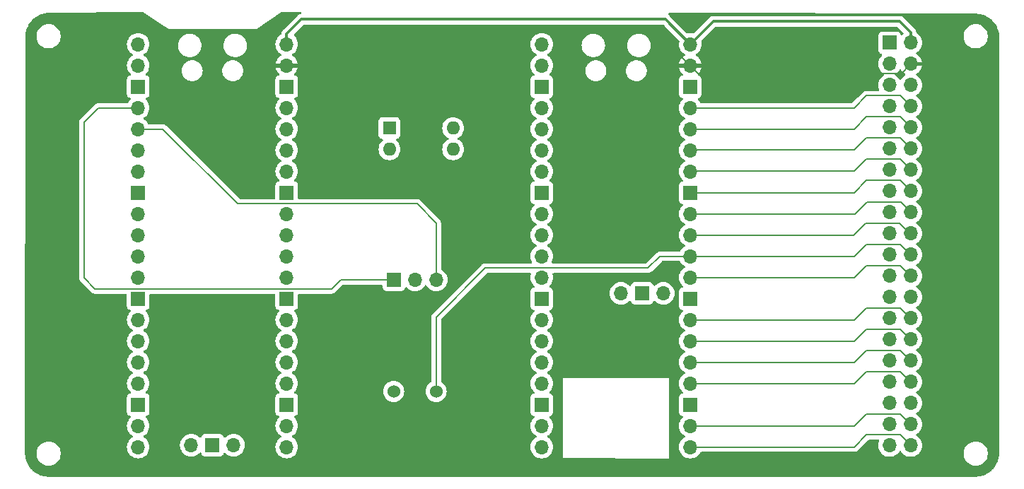
<source format=gbr>
%TF.GenerationSoftware,KiCad,Pcbnew,7.0.5-0*%
%TF.CreationDate,2023-11-25T09:03:29+00:00*%
%TF.ProjectId,PicoWDebugger,5069636f-5744-4656-9275-676765722e6b,rev?*%
%TF.SameCoordinates,Original*%
%TF.FileFunction,Copper,L2,Bot*%
%TF.FilePolarity,Positive*%
%FSLAX46Y46*%
G04 Gerber Fmt 4.6, Leading zero omitted, Abs format (unit mm)*
G04 Created by KiCad (PCBNEW 7.0.5-0) date 2023-11-25 09:03:29*
%MOMM*%
%LPD*%
G01*
G04 APERTURE LIST*
%TA.AperFunction,ComponentPad*%
%ADD10O,1.700000X1.700000*%
%TD*%
%TA.AperFunction,ComponentPad*%
%ADD11R,1.700000X1.700000*%
%TD*%
%TA.AperFunction,ComponentPad*%
%ADD12C,1.524000*%
%TD*%
%TA.AperFunction,ComponentPad*%
%ADD13R,1.600000X1.600000*%
%TD*%
%TA.AperFunction,ComponentPad*%
%ADD14O,1.600000X1.600000*%
%TD*%
%TA.AperFunction,Conductor*%
%ADD15C,0.150000*%
%TD*%
%TA.AperFunction,Conductor*%
%ADD16C,0.300000*%
%TD*%
G04 APERTURE END LIST*
D10*
%TO.P,Target1,1,GPIO0*%
%TO.N,/TT_UART_Tx*%
X109050000Y-72965000D03*
%TO.P,Target1,2,GPIO1*%
%TO.N,/TT_UART_Rx*%
X109050000Y-75505000D03*
D11*
%TO.P,Target1,3,GND*%
%TO.N,GND*%
X109050000Y-78045000D03*
D10*
%TO.P,Target1,4,GPIO2*%
%TO.N,/TT_GPIO2*%
X109050000Y-80585000D03*
%TO.P,Target1,5,GPIO3*%
%TO.N,/TT_GPIO3*%
X109050000Y-83125000D03*
%TO.P,Target1,6,GPIO4*%
%TO.N,/TT_GPIO4*%
X109050000Y-85665000D03*
%TO.P,Target1,7,GPIO5*%
%TO.N,/TT_GPIO5*%
X109050000Y-88205000D03*
D11*
%TO.P,Target1,8,GND*%
%TO.N,GND*%
X109050000Y-90745000D03*
D10*
%TO.P,Target1,9,GPIO6*%
%TO.N,/TT_GPIO6*%
X109050000Y-93285000D03*
%TO.P,Target1,10,GPIO7*%
%TO.N,/TT_GPIO7*%
X109050000Y-95825000D03*
%TO.P,Target1,11,GPIO8*%
%TO.N,/TT_GPIO8*%
X109050000Y-98365000D03*
%TO.P,Target1,12,GPIO9*%
%TO.N,/TT_GPIO9*%
X109050000Y-100905000D03*
D11*
%TO.P,Target1,13,GND*%
%TO.N,GND*%
X109050000Y-103445000D03*
D10*
%TO.P,Target1,14,GPIO10*%
%TO.N,/TT_GPIO10*%
X109050000Y-105985000D03*
%TO.P,Target1,15,GPIO11*%
%TO.N,/TT_GPIO11*%
X109050000Y-108525000D03*
%TO.P,Target1,16,GPIO12*%
%TO.N,/TT_GPIO12*%
X109050000Y-111065000D03*
%TO.P,Target1,17,GPIO13*%
%TO.N,/TT_GPIO13*%
X109050000Y-113605000D03*
D11*
%TO.P,Target1,18,GND*%
%TO.N,GND*%
X109050000Y-116145000D03*
D10*
%TO.P,Target1,19,GPIO14*%
%TO.N,/TT_GPIO14*%
X109050000Y-118685000D03*
%TO.P,Target1,20,GPIO15*%
%TO.N,/TT_GPIO15*%
X109050000Y-121225000D03*
%TO.P,Target1,21,GPIO16*%
%TO.N,/TT_GPIO16*%
X126830000Y-121225000D03*
%TO.P,Target1,22,GPIO17*%
%TO.N,/TT_GPIO17*%
X126830000Y-118685000D03*
D11*
%TO.P,Target1,23,GND*%
%TO.N,GND*%
X126830000Y-116145000D03*
D10*
%TO.P,Target1,24,GPIO18*%
%TO.N,/TT_GPIO18*%
X126830000Y-113605000D03*
%TO.P,Target1,25,GPIO19*%
%TO.N,/TT_GPIO19*%
X126830000Y-111065000D03*
%TO.P,Target1,26,GPIO20*%
%TO.N,/TT_GPIO20*%
X126830000Y-108525000D03*
%TO.P,Target1,27,GPIO21*%
%TO.N,/TT_GPIO21*%
X126830000Y-105985000D03*
D11*
%TO.P,Target1,28,GND*%
%TO.N,GND*%
X126830000Y-103445000D03*
D10*
%TO.P,Target1,29,GPIO22*%
%TO.N,/TT_GPIO22*%
X126830000Y-100905000D03*
%TO.P,Target1,30,RUN*%
%TO.N,/TT_Run*%
X126830000Y-98365000D03*
%TO.P,Target1,31,GPIO26_ADC0*%
%TO.N,/TT_GPIO26*%
X126830000Y-95825000D03*
%TO.P,Target1,32,GPIO27_ADC1*%
%TO.N,/TT_GPIO27*%
X126830000Y-93285000D03*
D11*
%TO.P,Target1,33,AGND*%
%TO.N,GND*%
X126830000Y-90745000D03*
D10*
%TO.P,Target1,34,GPIO28_ADC2*%
%TO.N,/TT_GPIO28*%
X126830000Y-88205000D03*
%TO.P,Target1,35,ADC_VREF*%
%TO.N,/TT_ADC_VREF*%
X126830000Y-85665000D03*
%TO.P,Target1,36,3V3*%
%TO.N,/TT_3V3*%
X126830000Y-83125000D03*
%TO.P,Target1,37,3V3_EN*%
%TO.N,/TT_3V3_EN*%
X126830000Y-80585000D03*
D11*
%TO.P,Target1,38,GND*%
%TO.N,GND*%
X126830000Y-78045000D03*
D10*
%TO.P,Target1,39,VSYS*%
%TO.N,+5V*%
X126830000Y-75505000D03*
%TO.P,Target1,40,VBUS*%
%TO.N,/VBus*%
X126830000Y-72965000D03*
%TO.P,Target1,41,SWCLK*%
%TO.N,/SWCLK*%
X118524100Y-102795000D03*
D11*
%TO.P,Target1,42,GND*%
%TO.N,unconnected-(Target1-GND-Pad42)*%
X121064100Y-102795000D03*
D10*
%TO.P,Target1,43,SWDIO*%
%TO.N,/SWDIO*%
X123604100Y-102795000D03*
%TD*%
D11*
%TO.P,J2,1,Pin_1*%
%TO.N,/SWCLK*%
X91325000Y-101175000D03*
D10*
%TO.P,J2,2,Pin_2*%
%TO.N,GND*%
X93865000Y-101175000D03*
%TO.P,J2,3,Pin_3*%
%TO.N,/SWDIO*%
X96405000Y-101175000D03*
%TD*%
D12*
%TO.P,SW2,1,1*%
%TO.N,/TT_Run*%
X96393000Y-114554000D03*
%TO.P,SW2,2,2*%
%TO.N,GND*%
X91313000Y-114554000D03*
%TD*%
D11*
%TO.P,J1,1,Pin_1*%
%TO.N,/TT_UART_Tx*%
X150685000Y-72780000D03*
D10*
%TO.P,J1,2,Pin_2*%
%TO.N,/VBus*%
X153225000Y-72780000D03*
%TO.P,J1,3,Pin_3*%
%TO.N,/TT_UART_Rx*%
X150685000Y-75320000D03*
%TO.P,J1,4,Pin_4*%
%TO.N,+5V*%
X153225000Y-75320000D03*
%TO.P,J1,5,Pin_5*%
%TO.N,GND*%
X150685000Y-77860000D03*
%TO.P,J1,6,Pin_6*%
X153225000Y-77860000D03*
%TO.P,J1,7,Pin_7*%
%TO.N,/TT_GPIO2*%
X150685000Y-80400000D03*
%TO.P,J1,8,Pin_8*%
%TO.N,/TT_3V3_EN*%
X153225000Y-80400000D03*
%TO.P,J1,9,Pin_9*%
%TO.N,/TT_GPIO3*%
X150685000Y-82940000D03*
%TO.P,J1,10,Pin_10*%
%TO.N,/TT_3V3*%
X153225000Y-82940000D03*
%TO.P,J1,11,Pin_11*%
%TO.N,/TT_GPIO4*%
X150685000Y-85480000D03*
%TO.P,J1,12,Pin_12*%
%TO.N,/TT_ADC_VREF*%
X153225000Y-85480000D03*
%TO.P,J1,13,Pin_13*%
%TO.N,/TT_GPIO5*%
X150685000Y-88020000D03*
%TO.P,J1,14,Pin_14*%
%TO.N,/TT_GPIO28*%
X153225000Y-88020000D03*
%TO.P,J1,15,Pin_15*%
%TO.N,GND*%
X150685000Y-90560000D03*
%TO.P,J1,16,Pin_16*%
X153225000Y-90560000D03*
%TO.P,J1,17,Pin_17*%
%TO.N,/TT_GPIO6*%
X150685000Y-93100000D03*
%TO.P,J1,18,Pin_18*%
%TO.N,/TT_GPIO27*%
X153225000Y-93100000D03*
%TO.P,J1,19,Pin_19*%
%TO.N,/TT_GPIO7*%
X150685000Y-95640000D03*
%TO.P,J1,20,Pin_20*%
%TO.N,/TT_GPIO26*%
X153225000Y-95640000D03*
%TO.P,J1,21,Pin_21*%
%TO.N,/TT_GPIO8*%
X150685000Y-98180000D03*
%TO.P,J1,22,Pin_22*%
%TO.N,/TT_Run*%
X153225000Y-98180000D03*
%TO.P,J1,23,Pin_23*%
%TO.N,/TT_GPIO9*%
X150685000Y-100720000D03*
%TO.P,J1,24,Pin_24*%
%TO.N,/TT_GPIO22*%
X153225000Y-100720000D03*
%TO.P,J1,25,Pin_25*%
%TO.N,GND*%
X150685000Y-103260000D03*
%TO.P,J1,26,Pin_26*%
X153225000Y-103260000D03*
%TO.P,J1,27,Pin_27*%
%TO.N,/TT_GPIO10*%
X150685000Y-105800000D03*
%TO.P,J1,28,Pin_28*%
%TO.N,/TT_GPIO21*%
X153225000Y-105800000D03*
%TO.P,J1,29,Pin_29*%
%TO.N,/TT_GPIO11*%
X150685000Y-108340000D03*
%TO.P,J1,30,Pin_30*%
%TO.N,/TT_GPIO20*%
X153225000Y-108340000D03*
%TO.P,J1,31,Pin_31*%
%TO.N,/TT_GPIO12*%
X150685000Y-110880000D03*
%TO.P,J1,32,Pin_32*%
%TO.N,/TT_GPIO19*%
X153225000Y-110880000D03*
%TO.P,J1,33,Pin_33*%
%TO.N,/TT_GPIO13*%
X150685000Y-113420000D03*
%TO.P,J1,34,Pin_34*%
%TO.N,/TT_GPIO18*%
X153225000Y-113420000D03*
%TO.P,J1,35,Pin_35*%
%TO.N,GND*%
X150685000Y-115960000D03*
%TO.P,J1,36,Pin_36*%
X153225000Y-115960000D03*
%TO.P,J1,37,Pin_37*%
%TO.N,/TT_GPIO14*%
X150685000Y-118500000D03*
%TO.P,J1,38,Pin_38*%
%TO.N,/TT_GPIO17*%
X153225000Y-118500000D03*
%TO.P,J1,39,Pin_39*%
%TO.N,/TT_GPIO15*%
X150685000Y-121040000D03*
%TO.P,J1,40,Pin_40*%
%TO.N,/TT_GPIO16*%
X153225000Y-121040000D03*
%TD*%
D13*
%TO.P,SW1,1*%
%TO.N,/PP_UART_Rx*%
X90807500Y-83000000D03*
D14*
%TO.P,SW1,2*%
%TO.N,/PP_UART_Tx*%
X90807500Y-85540000D03*
%TO.P,SW1,3*%
%TO.N,/TT_UART_Tx*%
X98427500Y-85540000D03*
%TO.P,SW1,4*%
%TO.N,/TT_UART_Rx*%
X98427500Y-83000000D03*
%TD*%
D10*
%TO.P,PicoProbe1,1,GPIO0*%
%TO.N,unconnected-(PicoProbe1-GPIO0-Pad1)*%
X60720000Y-72960000D03*
%TO.P,PicoProbe1,2,GPIO1*%
%TO.N,unconnected-(PicoProbe1-GPIO1-Pad2)*%
X60720000Y-75500000D03*
D11*
%TO.P,PicoProbe1,3,GND*%
%TO.N,GND*%
X60720000Y-78040000D03*
D10*
%TO.P,PicoProbe1,4,GPIO2*%
%TO.N,/SWCLK*%
X60720000Y-80580000D03*
%TO.P,PicoProbe1,5,GPIO3*%
%TO.N,/SWDIO*%
X60720000Y-83120000D03*
%TO.P,PicoProbe1,6,GPIO4*%
%TO.N,/PP_UART_Rx*%
X60720000Y-85660000D03*
%TO.P,PicoProbe1,7,GPIO5*%
%TO.N,/PP_UART_Tx*%
X60720000Y-88200000D03*
D11*
%TO.P,PicoProbe1,8,GND*%
%TO.N,GND*%
X60720000Y-90740000D03*
D10*
%TO.P,PicoProbe1,9,GPIO6*%
%TO.N,unconnected-(PicoProbe1-GPIO6-Pad9)*%
X60720000Y-93280000D03*
%TO.P,PicoProbe1,10,GPIO7*%
%TO.N,unconnected-(PicoProbe1-GPIO7-Pad10)*%
X60720000Y-95820000D03*
%TO.P,PicoProbe1,11,GPIO8*%
%TO.N,unconnected-(PicoProbe1-GPIO8-Pad11)*%
X60720000Y-98360000D03*
%TO.P,PicoProbe1,12,GPIO9*%
%TO.N,unconnected-(PicoProbe1-GPIO9-Pad12)*%
X60720000Y-100900000D03*
D11*
%TO.P,PicoProbe1,13,GND*%
%TO.N,GND*%
X60720000Y-103440000D03*
D10*
%TO.P,PicoProbe1,14,GPIO10*%
%TO.N,unconnected-(PicoProbe1-GPIO10-Pad14)*%
X60720000Y-105980000D03*
%TO.P,PicoProbe1,15,GPIO11*%
%TO.N,unconnected-(PicoProbe1-GPIO11-Pad15)*%
X60720000Y-108520000D03*
%TO.P,PicoProbe1,16,GPIO12*%
%TO.N,unconnected-(PicoProbe1-GPIO12-Pad16)*%
X60720000Y-111060000D03*
%TO.P,PicoProbe1,17,GPIO13*%
%TO.N,unconnected-(PicoProbe1-GPIO13-Pad17)*%
X60720000Y-113600000D03*
D11*
%TO.P,PicoProbe1,18,GND*%
%TO.N,GND*%
X60720000Y-116140000D03*
D10*
%TO.P,PicoProbe1,19,GPIO14*%
%TO.N,unconnected-(PicoProbe1-GPIO14-Pad19)*%
X60720000Y-118680000D03*
%TO.P,PicoProbe1,20,GPIO15*%
%TO.N,unconnected-(PicoProbe1-GPIO15-Pad20)*%
X60720000Y-121220000D03*
%TO.P,PicoProbe1,21,GPIO16*%
%TO.N,unconnected-(PicoProbe1-GPIO16-Pad21)*%
X78500000Y-121220000D03*
%TO.P,PicoProbe1,22,GPIO17*%
%TO.N,unconnected-(PicoProbe1-GPIO17-Pad22)*%
X78500000Y-118680000D03*
D11*
%TO.P,PicoProbe1,23,GND*%
%TO.N,GND*%
X78500000Y-116140000D03*
D10*
%TO.P,PicoProbe1,24,GPIO18*%
%TO.N,unconnected-(PicoProbe1-GPIO18-Pad24)*%
X78500000Y-113600000D03*
%TO.P,PicoProbe1,25,GPIO19*%
%TO.N,unconnected-(PicoProbe1-GPIO19-Pad25)*%
X78500000Y-111060000D03*
%TO.P,PicoProbe1,26,GPIO20*%
%TO.N,unconnected-(PicoProbe1-GPIO20-Pad26)*%
X78500000Y-108520000D03*
%TO.P,PicoProbe1,27,GPIO21*%
%TO.N,unconnected-(PicoProbe1-GPIO21-Pad27)*%
X78500000Y-105980000D03*
D11*
%TO.P,PicoProbe1,28,GND*%
%TO.N,GND*%
X78500000Y-103440000D03*
D10*
%TO.P,PicoProbe1,29,GPIO22*%
%TO.N,unconnected-(PicoProbe1-GPIO22-Pad29)*%
X78500000Y-100900000D03*
%TO.P,PicoProbe1,30,RUN*%
%TO.N,unconnected-(PicoProbe1-RUN-Pad30)*%
X78500000Y-98360000D03*
%TO.P,PicoProbe1,31,GPIO26_ADC0*%
%TO.N,unconnected-(PicoProbe1-GPIO26_ADC0-Pad31)*%
X78500000Y-95820000D03*
%TO.P,PicoProbe1,32,GPIO27_ADC1*%
%TO.N,unconnected-(PicoProbe1-GPIO27_ADC1-Pad32)*%
X78500000Y-93280000D03*
D11*
%TO.P,PicoProbe1,33,AGND*%
%TO.N,GND*%
X78500000Y-90740000D03*
D10*
%TO.P,PicoProbe1,34,GPIO28_ADC2*%
%TO.N,unconnected-(PicoProbe1-GPIO28_ADC2-Pad34)*%
X78500000Y-88200000D03*
%TO.P,PicoProbe1,35,ADC_VREF*%
%TO.N,unconnected-(PicoProbe1-ADC_VREF-Pad35)*%
X78500000Y-85660000D03*
%TO.P,PicoProbe1,36,3V3*%
%TO.N,unconnected-(PicoProbe1-3V3-Pad36)*%
X78500000Y-83120000D03*
%TO.P,PicoProbe1,37,3V3_EN*%
%TO.N,unconnected-(PicoProbe1-3V3_EN-Pad37)*%
X78500000Y-80580000D03*
D11*
%TO.P,PicoProbe1,38,GND*%
%TO.N,GND*%
X78500000Y-78040000D03*
D10*
%TO.P,PicoProbe1,39,VSYS*%
%TO.N,+5V*%
X78500000Y-75500000D03*
%TO.P,PicoProbe1,40,VBUS*%
%TO.N,/VBus*%
X78500000Y-72960000D03*
%TO.P,PicoProbe1,41,SWCLK*%
%TO.N,unconnected-(PicoProbe1-SWCLK-Pad41)*%
X67070000Y-120990000D03*
D11*
%TO.P,PicoProbe1,42,GND*%
%TO.N,unconnected-(PicoProbe1-GND-Pad42)*%
X69610000Y-120990000D03*
D10*
%TO.P,PicoProbe1,43,SWDIO*%
%TO.N,unconnected-(PicoProbe1-SWDIO-Pad43)*%
X72150000Y-120990000D03*
%TD*%
D15*
%TO.N,GND*%
X151950000Y-89275000D02*
X153225000Y-90550000D01*
X147900000Y-89275000D02*
X151950000Y-89275000D01*
X146440000Y-90735000D02*
X147900000Y-89275000D01*
X126830000Y-90735000D02*
X146440000Y-90735000D01*
%TO.N,+5V*%
X88203000Y-75500000D02*
X92964000Y-70739000D01*
X92964000Y-70739000D02*
X123571000Y-70739000D01*
X123952000Y-72627000D02*
X126830000Y-75505000D01*
X123952000Y-71120000D02*
X123952000Y-72627000D01*
X152100000Y-76445000D02*
X153225000Y-75320000D01*
X127770000Y-76445000D02*
X152100000Y-76445000D01*
X78500000Y-75500000D02*
X88203000Y-75500000D01*
X126830000Y-75505000D02*
X127770000Y-76445000D01*
X123571000Y-70739000D02*
X123952000Y-71120000D01*
%TO.N,/TT_3V3_EN*%
X126830000Y-80585000D02*
X146440000Y-80585000D01*
X147900000Y-79125000D02*
X151950000Y-79125000D01*
X151950000Y-79125000D02*
X153225000Y-80400000D01*
X146440000Y-80585000D02*
X147900000Y-79125000D01*
%TO.N,/TT_3V3*%
X126815000Y-83125000D02*
X146425000Y-83125000D01*
X146425000Y-83125000D02*
X147885000Y-81665000D01*
X151935000Y-81665000D02*
X153210000Y-82940000D01*
X147885000Y-81665000D02*
X151935000Y-81665000D01*
%TO.N,/TT_ADC_VREF*%
X151960000Y-84140000D02*
X153235000Y-85415000D01*
X147910000Y-84140000D02*
X151960000Y-84140000D01*
X126840000Y-85600000D02*
X146450000Y-85600000D01*
X146450000Y-85600000D02*
X147910000Y-84140000D01*
%TO.N,/TT_Run*%
X123185000Y-98365000D02*
X121770000Y-99780000D01*
X126830000Y-98365000D02*
X123185000Y-98365000D01*
X96393000Y-105664000D02*
X102277000Y-99780000D01*
X151935000Y-96915000D02*
X153210000Y-98190000D01*
X121770000Y-99780000D02*
X102277000Y-99780000D01*
X96393000Y-114554000D02*
X96393000Y-105664000D01*
X147885000Y-96915000D02*
X151935000Y-96915000D01*
X146425000Y-98375000D02*
X147885000Y-96915000D01*
X126815000Y-98375000D02*
X146425000Y-98375000D01*
%TO.N,/SWCLK*%
X54229000Y-100965000D02*
X55529000Y-102265000D01*
X55945000Y-80580000D02*
X54229000Y-82296000D01*
X83890000Y-102265000D02*
X84980000Y-101175000D01*
X60720000Y-80580000D02*
X55945000Y-80580000D01*
X55529000Y-102265000D02*
X65024000Y-102265000D01*
X84980000Y-101175000D02*
X91325000Y-101175000D01*
X54229000Y-82296000D02*
X54229000Y-100965000D01*
X65024000Y-102265000D02*
X83890000Y-102265000D01*
%TO.N,/SWDIO*%
X60720000Y-83120000D02*
X63689000Y-83120000D01*
X94107000Y-92075000D02*
X96405000Y-94373000D01*
X63689000Y-83120000D02*
X72644000Y-92075000D01*
X72644000Y-92075000D02*
X94107000Y-92075000D01*
X96405000Y-94373000D02*
X96405000Y-101175000D01*
D16*
%TO.N,/VBus*%
X126830000Y-72965000D02*
X129564000Y-70231000D01*
X78500000Y-72960000D02*
X78500000Y-71741000D01*
X80264000Y-69977000D02*
X123842000Y-69977000D01*
X123842000Y-69977000D02*
X126830000Y-72965000D01*
X78500000Y-71741000D02*
X80264000Y-69977000D01*
X129564000Y-70231000D02*
X151892000Y-70231000D01*
X153225000Y-72780000D02*
X153225000Y-71564000D01*
X153225000Y-71564000D02*
X151892000Y-70231000D01*
D15*
%TO.N,/TT_GPIO28*%
X151935000Y-86715000D02*
X153210000Y-87990000D01*
X146425000Y-88175000D02*
X147885000Y-86715000D01*
X147885000Y-86715000D02*
X151935000Y-86715000D01*
X126815000Y-88175000D02*
X146425000Y-88175000D01*
%TO.N,/TT_GPIO27*%
X146500000Y-93325000D02*
X147960000Y-91865000D01*
X126890000Y-93325000D02*
X146500000Y-93325000D01*
X152010000Y-91865000D02*
X153285000Y-93140000D01*
X147960000Y-91865000D02*
X152010000Y-91865000D01*
%TO.N,/TT_GPIO26*%
X151885000Y-94390000D02*
X153160000Y-95665000D01*
X126765000Y-95850000D02*
X146375000Y-95850000D01*
X146375000Y-95850000D02*
X147835000Y-94390000D01*
X147835000Y-94390000D02*
X151885000Y-94390000D01*
%TO.N,/TT_GPIO22*%
X147935000Y-99465000D02*
X151985000Y-99465000D01*
X151985000Y-99465000D02*
X153260000Y-100740000D01*
X146475000Y-100925000D02*
X147935000Y-99465000D01*
X126865000Y-100925000D02*
X146475000Y-100925000D01*
%TO.N,/TT_GPIO21*%
X151960000Y-104540000D02*
X153235000Y-105815000D01*
X146450000Y-106000000D02*
X147910000Y-104540000D01*
X126840000Y-106000000D02*
X146450000Y-106000000D01*
X147910000Y-104540000D02*
X151960000Y-104540000D01*
%TO.N,/TT_GPIO20*%
X146450000Y-108550000D02*
X147910000Y-107090000D01*
X147910000Y-107090000D02*
X151960000Y-107090000D01*
X151960000Y-107090000D02*
X153235000Y-108365000D01*
X126840000Y-108550000D02*
X146450000Y-108550000D01*
%TO.N,/TT_GPIO19*%
X146475000Y-111075000D02*
X147935000Y-109615000D01*
X147935000Y-109615000D02*
X151985000Y-109615000D01*
X151985000Y-109615000D02*
X153260000Y-110890000D01*
X126865000Y-111075000D02*
X146475000Y-111075000D01*
%TO.N,/TT_GPIO18*%
X126865000Y-113625000D02*
X146475000Y-113625000D01*
X147935000Y-112165000D02*
X151985000Y-112165000D01*
X151985000Y-112165000D02*
X153260000Y-113440000D01*
X146475000Y-113625000D02*
X147935000Y-112165000D01*
%TO.N,/TT_GPIO17*%
X147910000Y-117240000D02*
X151960000Y-117240000D01*
X126840000Y-118700000D02*
X146450000Y-118700000D01*
X146450000Y-118700000D02*
X147910000Y-117240000D01*
X151960000Y-117240000D02*
X153235000Y-118515000D01*
%TO.N,/TT_GPIO16*%
X146475000Y-121225000D02*
X147935000Y-119765000D01*
X126865000Y-121225000D02*
X146475000Y-121225000D01*
X151985000Y-119765000D02*
X153260000Y-121040000D01*
X147935000Y-119765000D02*
X151985000Y-119765000D01*
%TD*%
%TA.AperFunction,Conductor*%
%TO.N,+5V*%
G36*
X80150536Y-69081693D02*
G01*
X80217519Y-69101562D01*
X80263129Y-69154492D01*
X80272882Y-69223678D01*
X80243682Y-69287153D01*
X80184800Y-69324766D01*
X80168996Y-69327282D01*
X80169139Y-69328181D01*
X80161434Y-69329401D01*
X80161430Y-69329402D01*
X80161431Y-69329402D01*
X80141040Y-69335325D01*
X80121996Y-69339269D01*
X80100942Y-69341929D01*
X80100940Y-69341929D01*
X80055781Y-69359808D01*
X80050255Y-69361700D01*
X80003601Y-69375254D01*
X79985325Y-69386063D01*
X79967860Y-69394619D01*
X79948124Y-69402433D01*
X79908824Y-69430986D01*
X79903942Y-69434193D01*
X79862136Y-69458917D01*
X79847124Y-69473929D01*
X79832336Y-69486558D01*
X79815167Y-69499032D01*
X79815165Y-69499034D01*
X79784194Y-69536470D01*
X79780262Y-69540791D01*
X78100483Y-71220569D01*
X78087910Y-71230643D01*
X78088065Y-71230830D01*
X78082058Y-71235798D01*
X78033468Y-71287542D01*
X78032114Y-71288938D01*
X78011090Y-71309963D01*
X78011078Y-71309977D01*
X78006587Y-71315765D01*
X78002801Y-71320197D01*
X77969552Y-71355606D01*
X77959322Y-71374213D01*
X77948646Y-71390464D01*
X77935640Y-71407232D01*
X77935636Y-71407238D01*
X77916348Y-71451811D01*
X77913777Y-71457058D01*
X77890372Y-71499630D01*
X77890372Y-71499631D01*
X77885091Y-71520199D01*
X77878791Y-71538601D01*
X77870364Y-71558073D01*
X77862766Y-71606047D01*
X77861581Y-71611770D01*
X77849500Y-71658818D01*
X77849500Y-71680044D01*
X77847973Y-71699440D01*
X77847148Y-71704652D01*
X77844011Y-71724455D01*
X77814078Y-71787589D01*
X77792662Y-71806627D01*
X77628594Y-71921508D01*
X77461505Y-72088597D01*
X77325965Y-72282169D01*
X77325964Y-72282171D01*
X77226098Y-72496335D01*
X77226094Y-72496344D01*
X77164938Y-72724586D01*
X77164936Y-72724596D01*
X77144341Y-72959999D01*
X77144341Y-72960000D01*
X77164936Y-73195403D01*
X77164938Y-73195413D01*
X77226094Y-73423655D01*
X77226096Y-73423659D01*
X77226097Y-73423663D01*
X77301998Y-73586432D01*
X77325965Y-73637830D01*
X77325967Y-73637834D01*
X77461501Y-73831395D01*
X77461506Y-73831402D01*
X77628597Y-73998493D01*
X77628603Y-73998498D01*
X77675742Y-74031505D01*
X77807714Y-74123913D01*
X77814594Y-74128730D01*
X77858219Y-74183307D01*
X77865413Y-74252805D01*
X77833890Y-74315160D01*
X77814595Y-74331880D01*
X77628922Y-74461890D01*
X77628920Y-74461891D01*
X77461891Y-74628920D01*
X77461886Y-74628926D01*
X77326400Y-74822420D01*
X77326399Y-74822422D01*
X77226570Y-75036507D01*
X77226567Y-75036513D01*
X77169364Y-75249999D01*
X77169364Y-75250000D01*
X78054428Y-75250000D01*
X78031318Y-75285960D01*
X77990000Y-75426673D01*
X77990000Y-75573327D01*
X78031318Y-75714040D01*
X78054428Y-75750000D01*
X77169364Y-75750000D01*
X77226567Y-75963486D01*
X77226570Y-75963492D01*
X77326399Y-76177578D01*
X77461894Y-76371082D01*
X77583946Y-76493134D01*
X77617431Y-76554457D01*
X77612447Y-76624149D01*
X77570575Y-76680082D01*
X77539598Y-76696997D01*
X77407671Y-76746202D01*
X77407664Y-76746206D01*
X77292455Y-76832452D01*
X77292452Y-76832455D01*
X77206206Y-76947664D01*
X77206202Y-76947671D01*
X77155908Y-77082517D01*
X77152625Y-77113057D01*
X77149501Y-77142123D01*
X77149500Y-77142135D01*
X77149500Y-78937870D01*
X77149501Y-78937876D01*
X77155908Y-78997483D01*
X77206202Y-79132328D01*
X77206206Y-79132335D01*
X77292452Y-79247544D01*
X77292455Y-79247547D01*
X77407664Y-79333793D01*
X77407671Y-79333797D01*
X77539081Y-79382810D01*
X77595015Y-79424681D01*
X77619432Y-79490145D01*
X77604580Y-79558418D01*
X77583430Y-79586673D01*
X77461503Y-79708600D01*
X77325965Y-79902169D01*
X77325964Y-79902171D01*
X77226098Y-80116335D01*
X77226094Y-80116344D01*
X77164938Y-80344586D01*
X77164936Y-80344596D01*
X77144341Y-80579999D01*
X77144341Y-80580000D01*
X77164936Y-80815403D01*
X77164938Y-80815413D01*
X77226094Y-81043655D01*
X77226096Y-81043659D01*
X77226097Y-81043663D01*
X77311633Y-81227094D01*
X77325965Y-81257830D01*
X77325967Y-81257834D01*
X77461501Y-81451395D01*
X77461506Y-81451402D01*
X77628597Y-81618493D01*
X77628603Y-81618498D01*
X77814158Y-81748425D01*
X77857783Y-81803002D01*
X77864977Y-81872500D01*
X77833454Y-81934855D01*
X77814158Y-81951575D01*
X77628597Y-82081505D01*
X77461505Y-82248597D01*
X77325965Y-82442169D01*
X77325964Y-82442171D01*
X77226098Y-82656335D01*
X77226094Y-82656344D01*
X77164938Y-82884586D01*
X77164936Y-82884596D01*
X77144341Y-83119999D01*
X77144341Y-83120000D01*
X77164936Y-83355403D01*
X77164938Y-83355413D01*
X77226094Y-83583655D01*
X77226096Y-83583659D01*
X77226097Y-83583663D01*
X77306696Y-83756507D01*
X77325965Y-83797830D01*
X77325967Y-83797834D01*
X77461501Y-83991395D01*
X77461506Y-83991402D01*
X77628597Y-84158493D01*
X77628603Y-84158498D01*
X77814158Y-84288425D01*
X77857783Y-84343002D01*
X77864977Y-84412500D01*
X77833454Y-84474855D01*
X77814158Y-84491575D01*
X77628597Y-84621505D01*
X77461505Y-84788597D01*
X77325965Y-84982169D01*
X77325964Y-84982171D01*
X77226098Y-85196335D01*
X77226094Y-85196344D01*
X77164938Y-85424586D01*
X77164936Y-85424596D01*
X77144341Y-85659999D01*
X77144341Y-85660000D01*
X77164936Y-85895403D01*
X77164938Y-85895413D01*
X77226094Y-86123655D01*
X77226096Y-86123659D01*
X77226097Y-86123663D01*
X77299646Y-86281388D01*
X77325965Y-86337830D01*
X77325967Y-86337834D01*
X77461501Y-86531395D01*
X77461506Y-86531402D01*
X77628597Y-86698493D01*
X77628603Y-86698498D01*
X77814158Y-86828425D01*
X77857783Y-86883002D01*
X77864977Y-86952500D01*
X77833454Y-87014855D01*
X77814158Y-87031575D01*
X77628597Y-87161505D01*
X77461505Y-87328597D01*
X77325965Y-87522169D01*
X77325964Y-87522171D01*
X77226098Y-87736335D01*
X77226094Y-87736344D01*
X77164938Y-87964586D01*
X77164936Y-87964596D01*
X77144341Y-88199999D01*
X77144341Y-88200000D01*
X77164936Y-88435403D01*
X77164938Y-88435413D01*
X77226094Y-88663655D01*
X77226096Y-88663659D01*
X77226097Y-88663663D01*
X77276756Y-88772301D01*
X77325965Y-88877830D01*
X77325967Y-88877834D01*
X77434281Y-89032521D01*
X77461501Y-89071396D01*
X77461506Y-89071402D01*
X77583430Y-89193326D01*
X77616915Y-89254649D01*
X77611931Y-89324341D01*
X77570059Y-89380274D01*
X77539083Y-89397189D01*
X77407669Y-89446203D01*
X77407664Y-89446206D01*
X77292455Y-89532452D01*
X77292452Y-89532455D01*
X77206206Y-89647664D01*
X77206202Y-89647671D01*
X77155908Y-89782517D01*
X77149501Y-89842116D01*
X77149501Y-89842123D01*
X77149500Y-89842135D01*
X77149501Y-91375500D01*
X77129816Y-91442539D01*
X77077013Y-91488294D01*
X77025501Y-91499500D01*
X72933742Y-91499500D01*
X72866703Y-91479815D01*
X72846061Y-91463181D01*
X64125489Y-82742609D01*
X64120136Y-82736506D01*
X64117486Y-82733053D01*
X64099451Y-82709549D01*
X64099449Y-82709547D01*
X64099448Y-82709546D01*
X64071731Y-82688278D01*
X64071705Y-82688258D01*
X63979234Y-82617302D01*
X63904226Y-82586233D01*
X63903041Y-82585742D01*
X63839236Y-82559313D01*
X63764699Y-82549500D01*
X63722695Y-82543970D01*
X63722695Y-82543969D01*
X63693092Y-82540073D01*
X63689000Y-82539535D01*
X63688999Y-82539535D01*
X63688998Y-82539535D01*
X63669965Y-82542040D01*
X63655317Y-82543969D01*
X63647219Y-82544500D01*
X62020748Y-82544500D01*
X61953709Y-82524815D01*
X61908366Y-82472904D01*
X61896368Y-82447174D01*
X61894035Y-82442171D01*
X61894033Y-82442168D01*
X61894032Y-82442166D01*
X61758494Y-82248597D01*
X61591402Y-82081506D01*
X61591396Y-82081501D01*
X61405842Y-81951575D01*
X61362217Y-81896998D01*
X61355023Y-81827500D01*
X61386546Y-81765145D01*
X61405842Y-81748425D01*
X61454483Y-81714366D01*
X61591401Y-81618495D01*
X61758495Y-81451401D01*
X61894035Y-81257830D01*
X61993903Y-81043663D01*
X62055063Y-80815408D01*
X62075659Y-80580000D01*
X62055063Y-80344592D01*
X61993903Y-80116337D01*
X61894035Y-79902171D01*
X61894031Y-79902166D01*
X61758496Y-79708600D01*
X61750396Y-79700500D01*
X61636567Y-79586671D01*
X61603084Y-79525351D01*
X61608068Y-79455659D01*
X61649939Y-79399725D01*
X61680915Y-79382810D01*
X61812331Y-79333796D01*
X61927546Y-79247546D01*
X62013796Y-79132331D01*
X62064091Y-78997483D01*
X62070500Y-78937873D01*
X62070499Y-77142128D01*
X62065299Y-77093757D01*
X62064091Y-77082516D01*
X62013797Y-76947671D01*
X62013793Y-76947664D01*
X61927547Y-76832455D01*
X61927544Y-76832452D01*
X61812335Y-76746206D01*
X61812328Y-76746202D01*
X61680917Y-76697189D01*
X61624983Y-76655318D01*
X61600566Y-76589853D01*
X61615418Y-76521580D01*
X61636563Y-76493332D01*
X61758495Y-76371401D01*
X61894035Y-76177830D01*
X61921000Y-76120003D01*
X65929723Y-76120003D01*
X65931688Y-76142470D01*
X65931862Y-76150660D01*
X65930709Y-76176324D01*
X65930710Y-76176328D01*
X65930710Y-76176330D01*
X65932752Y-76191402D01*
X65941641Y-76257031D01*
X65941966Y-76259949D01*
X65948792Y-76337972D01*
X65948795Y-76337987D01*
X65955482Y-76362941D01*
X65957034Y-76370670D01*
X65960924Y-76399381D01*
X65960926Y-76399392D01*
X65985075Y-76473713D01*
X65985997Y-76476825D01*
X66005423Y-76549324D01*
X66005427Y-76549336D01*
X66017736Y-76575732D01*
X66020512Y-76582779D01*
X66030483Y-76613464D01*
X66065970Y-76679411D01*
X66067558Y-76682576D01*
X66097898Y-76747639D01*
X66101402Y-76752643D01*
X66116490Y-76774191D01*
X66120303Y-76780378D01*
X66137146Y-76811678D01*
X66137152Y-76811687D01*
X66181792Y-76867663D01*
X66184106Y-76870758D01*
X66210510Y-76908465D01*
X66223402Y-76926877D01*
X66223405Y-76926880D01*
X66248646Y-76952121D01*
X66253283Y-76957309D01*
X66277492Y-76987666D01*
X66328959Y-77032632D01*
X66332008Y-77035483D01*
X66378116Y-77081592D01*
X66378122Y-77081597D01*
X66378123Y-77081598D01*
X66389802Y-77089775D01*
X66410055Y-77103957D01*
X66415290Y-77108057D01*
X66447004Y-77135765D01*
X66447013Y-77135771D01*
X66502849Y-77169131D01*
X66506613Y-77171568D01*
X66557359Y-77207101D01*
X66557364Y-77207104D01*
X66579917Y-77217620D01*
X66595677Y-77224969D01*
X66601271Y-77227935D01*
X66638349Y-77250088D01*
X66640236Y-77251215D01*
X66653559Y-77256215D01*
X66698083Y-77272925D01*
X66702503Y-77274782D01*
X66755670Y-77299575D01*
X66755674Y-77299577D01*
X66786069Y-77307720D01*
X66799677Y-77311366D01*
X66805413Y-77313207D01*
X66815909Y-77317146D01*
X66850976Y-77330307D01*
X66908545Y-77340754D01*
X66913511Y-77341868D01*
X66967023Y-77356207D01*
X67015689Y-77360464D01*
X67021306Y-77361218D01*
X67072453Y-77370500D01*
X67127691Y-77370500D01*
X67133092Y-77370735D01*
X67161548Y-77373225D01*
X67184998Y-77375277D01*
X67185000Y-77375277D01*
X67236694Y-77370754D01*
X67239284Y-77370583D01*
X67241121Y-77370500D01*
X67241155Y-77370500D01*
X67294217Y-77365724D01*
X67295173Y-77365638D01*
X67295180Y-77365724D01*
X67295477Y-77365611D01*
X67402977Y-77356207D01*
X67403000Y-77356200D01*
X67403475Y-77356117D01*
X67408713Y-77355419D01*
X67409188Y-77355377D01*
X67512997Y-77326726D01*
X67614330Y-77299575D01*
X67614334Y-77299572D01*
X67621254Y-77297053D01*
X67625948Y-77295554D01*
X67626170Y-77295493D01*
X67626181Y-77295487D01*
X67626183Y-77295487D01*
X67639202Y-77289216D01*
X67720454Y-77250088D01*
X67812639Y-77207102D01*
X67812648Y-77207095D01*
X67817327Y-77204395D01*
X67817400Y-77204522D01*
X67828164Y-77198218D01*
X67828973Y-77197829D01*
X67911156Y-77138118D01*
X67991877Y-77081598D01*
X67992747Y-77080727D01*
X68007550Y-77068084D01*
X68011078Y-77065522D01*
X68078674Y-76994820D01*
X68079562Y-76993911D01*
X68146598Y-76926877D01*
X68149285Y-76923039D01*
X68161239Y-76908465D01*
X68166629Y-76902828D01*
X68166628Y-76902828D01*
X68166632Y-76902825D01*
X68218746Y-76823873D01*
X68219596Y-76822623D01*
X68272102Y-76747639D01*
X68275543Y-76740259D01*
X68284432Y-76724364D01*
X68290635Y-76714968D01*
X68326507Y-76631038D01*
X68327284Y-76629297D01*
X68364575Y-76549330D01*
X68367570Y-76538148D01*
X68373325Y-76521505D01*
X68373375Y-76521389D01*
X68379103Y-76507988D01*
X68379936Y-76504341D01*
X68398675Y-76422235D01*
X68399233Y-76419983D01*
X68421207Y-76337977D01*
X68422887Y-76318766D01*
X68424206Y-76310377D01*
X68424445Y-76309325D01*
X68429191Y-76288537D01*
X68432992Y-76203871D01*
X68433158Y-76201363D01*
X68440277Y-76120003D01*
X70779723Y-76120003D01*
X70781688Y-76142470D01*
X70781862Y-76150660D01*
X70780709Y-76176324D01*
X70780710Y-76176328D01*
X70780710Y-76176330D01*
X70782752Y-76191402D01*
X70791641Y-76257031D01*
X70791966Y-76259949D01*
X70798792Y-76337972D01*
X70798795Y-76337987D01*
X70805482Y-76362941D01*
X70807034Y-76370670D01*
X70810924Y-76399381D01*
X70810926Y-76399392D01*
X70835075Y-76473713D01*
X70835997Y-76476825D01*
X70855423Y-76549324D01*
X70855427Y-76549336D01*
X70867736Y-76575732D01*
X70870512Y-76582779D01*
X70880483Y-76613464D01*
X70915970Y-76679411D01*
X70917558Y-76682576D01*
X70947898Y-76747639D01*
X70951402Y-76752643D01*
X70966490Y-76774191D01*
X70970303Y-76780378D01*
X70987146Y-76811678D01*
X70987152Y-76811687D01*
X71031792Y-76867663D01*
X71034106Y-76870758D01*
X71060510Y-76908465D01*
X71073402Y-76926877D01*
X71073405Y-76926880D01*
X71098646Y-76952121D01*
X71103283Y-76957309D01*
X71127492Y-76987666D01*
X71178959Y-77032632D01*
X71182008Y-77035483D01*
X71228116Y-77081592D01*
X71228122Y-77081597D01*
X71228123Y-77081598D01*
X71239802Y-77089775D01*
X71260055Y-77103957D01*
X71265290Y-77108057D01*
X71297004Y-77135765D01*
X71297013Y-77135771D01*
X71352849Y-77169131D01*
X71356613Y-77171568D01*
X71407359Y-77207101D01*
X71407364Y-77207104D01*
X71429917Y-77217620D01*
X71445677Y-77224969D01*
X71451271Y-77227935D01*
X71488349Y-77250088D01*
X71490236Y-77251215D01*
X71503559Y-77256215D01*
X71548083Y-77272925D01*
X71552503Y-77274782D01*
X71605670Y-77299575D01*
X71605674Y-77299577D01*
X71636069Y-77307720D01*
X71649677Y-77311366D01*
X71655413Y-77313207D01*
X71665909Y-77317146D01*
X71700976Y-77330307D01*
X71758545Y-77340754D01*
X71763511Y-77341868D01*
X71817023Y-77356207D01*
X71865689Y-77360464D01*
X71871306Y-77361218D01*
X71922453Y-77370500D01*
X71977691Y-77370500D01*
X71983092Y-77370735D01*
X72011548Y-77373225D01*
X72034998Y-77375277D01*
X72035000Y-77375277D01*
X72086694Y-77370754D01*
X72089284Y-77370583D01*
X72091121Y-77370500D01*
X72091155Y-77370500D01*
X72144217Y-77365724D01*
X72145173Y-77365638D01*
X72145180Y-77365724D01*
X72145477Y-77365611D01*
X72252977Y-77356207D01*
X72253000Y-77356200D01*
X72253475Y-77356117D01*
X72258713Y-77355419D01*
X72259188Y-77355377D01*
X72362997Y-77326726D01*
X72464330Y-77299575D01*
X72464334Y-77299572D01*
X72471254Y-77297053D01*
X72475948Y-77295554D01*
X72476170Y-77295493D01*
X72476181Y-77295487D01*
X72476183Y-77295487D01*
X72489202Y-77289216D01*
X72570454Y-77250088D01*
X72662639Y-77207102D01*
X72662648Y-77207095D01*
X72667327Y-77204395D01*
X72667400Y-77204522D01*
X72678164Y-77198218D01*
X72678973Y-77197829D01*
X72761156Y-77138118D01*
X72841877Y-77081598D01*
X72842747Y-77080727D01*
X72857550Y-77068084D01*
X72861078Y-77065522D01*
X72928674Y-76994820D01*
X72929562Y-76993911D01*
X72996598Y-76926877D01*
X72999285Y-76923039D01*
X73011239Y-76908465D01*
X73016629Y-76902828D01*
X73016628Y-76902828D01*
X73016632Y-76902825D01*
X73068746Y-76823873D01*
X73069596Y-76822623D01*
X73122102Y-76747639D01*
X73125543Y-76740259D01*
X73134432Y-76724364D01*
X73140635Y-76714968D01*
X73176507Y-76631038D01*
X73177284Y-76629297D01*
X73214575Y-76549330D01*
X73217570Y-76538148D01*
X73223325Y-76521505D01*
X73223375Y-76521389D01*
X73229103Y-76507988D01*
X73229936Y-76504341D01*
X73248675Y-76422235D01*
X73249233Y-76419983D01*
X73271207Y-76337977D01*
X73272887Y-76318766D01*
X73274206Y-76310377D01*
X73274445Y-76309325D01*
X73279191Y-76288537D01*
X73282992Y-76203871D01*
X73283158Y-76201363D01*
X73290277Y-76120000D01*
X73288310Y-76097528D01*
X73288137Y-76089334D01*
X73289065Y-76068670D01*
X73289290Y-76063670D01*
X73278353Y-75982939D01*
X73278034Y-75980067D01*
X73271207Y-75902023D01*
X73264515Y-75877053D01*
X73262963Y-75869322D01*
X73259076Y-75840618D01*
X73259075Y-75840616D01*
X73259075Y-75840613D01*
X73240513Y-75783486D01*
X73234921Y-75766276D01*
X73233998Y-75763161D01*
X73231811Y-75755000D01*
X73222025Y-75718475D01*
X73214576Y-75690673D01*
X73202266Y-75664274D01*
X73199488Y-75657222D01*
X73189519Y-75626541D01*
X73189517Y-75626537D01*
X73189517Y-75626536D01*
X73163575Y-75578327D01*
X73154027Y-75560583D01*
X73152432Y-75557405D01*
X73137336Y-75525032D01*
X73122102Y-75492362D01*
X73103512Y-75465813D01*
X73099698Y-75459625D01*
X73092366Y-75446000D01*
X73082852Y-75428319D01*
X73038192Y-75372318D01*
X73035896Y-75369247D01*
X72996598Y-75313123D01*
X72971353Y-75287878D01*
X72966715Y-75282689D01*
X72956274Y-75269596D01*
X72942508Y-75252334D01*
X72941128Y-75251128D01*
X72891039Y-75207366D01*
X72887990Y-75204515D01*
X72841878Y-75158402D01*
X72809940Y-75136039D01*
X72804705Y-75131939D01*
X72779773Y-75110156D01*
X72772996Y-75104235D01*
X72772994Y-75104233D01*
X72772992Y-75104232D01*
X72717149Y-75070868D01*
X72713386Y-75068431D01*
X72662641Y-75032899D01*
X72628690Y-75017067D01*
X72624332Y-75015034D01*
X72618735Y-75012067D01*
X72579769Y-74988787D01*
X72579767Y-74988786D01*
X72521928Y-74967079D01*
X72517515Y-74965226D01*
X72464330Y-74940425D01*
X72464329Y-74940425D01*
X72420321Y-74928632D01*
X72414581Y-74926790D01*
X72369025Y-74909692D01*
X72311456Y-74899245D01*
X72306480Y-74898128D01*
X72252977Y-74883793D01*
X72204327Y-74879536D01*
X72198659Y-74878775D01*
X72147551Y-74869500D01*
X72147547Y-74869500D01*
X72092309Y-74869500D01*
X72086907Y-74869264D01*
X72058451Y-74866774D01*
X72035002Y-74864723D01*
X72034997Y-74864723D01*
X71983351Y-74869241D01*
X71980746Y-74869414D01*
X71978849Y-74869499D01*
X71924764Y-74874366D01*
X71817020Y-74883793D01*
X71816468Y-74883891D01*
X71811275Y-74884581D01*
X71810812Y-74884622D01*
X71810809Y-74884623D01*
X71722706Y-74908938D01*
X71707056Y-74913257D01*
X71605666Y-74940425D01*
X71598739Y-74942946D01*
X71594050Y-74944444D01*
X71593849Y-74944499D01*
X71593836Y-74944504D01*
X71499551Y-74989907D01*
X71407359Y-75032899D01*
X71402670Y-75035606D01*
X71402598Y-75035481D01*
X71391871Y-75041764D01*
X71391031Y-75042168D01*
X71308788Y-75101919D01*
X71228121Y-75158403D01*
X71227241Y-75159284D01*
X71212461Y-75171906D01*
X71208928Y-75174472D01*
X71208921Y-75174478D01*
X71141366Y-75245134D01*
X71140395Y-75246128D01*
X71073402Y-75313121D01*
X71070711Y-75316965D01*
X71058773Y-75331521D01*
X71053368Y-75337174D01*
X71031160Y-75370818D01*
X71001281Y-75416080D01*
X71000367Y-75417426D01*
X70997327Y-75421768D01*
X70947901Y-75492357D01*
X70947891Y-75492374D01*
X70944457Y-75499738D01*
X70935572Y-75515628D01*
X70929363Y-75525034D01*
X70893498Y-75608944D01*
X70892679Y-75610778D01*
X70855426Y-75690664D01*
X70855424Y-75690671D01*
X70852425Y-75701860D01*
X70846681Y-75718475D01*
X70840899Y-75732005D01*
X70840896Y-75732014D01*
X70821318Y-75817789D01*
X70820760Y-75820038D01*
X70798793Y-75902022D01*
X70798793Y-75902023D01*
X70797112Y-75921226D01*
X70795793Y-75929619D01*
X70794652Y-75934625D01*
X70790809Y-75951459D01*
X70790809Y-75951464D01*
X70787007Y-76036088D01*
X70786834Y-76038708D01*
X70779723Y-76119995D01*
X70779723Y-76120003D01*
X68440277Y-76120003D01*
X68440277Y-76120000D01*
X68438310Y-76097528D01*
X68438137Y-76089334D01*
X68439065Y-76068670D01*
X68439290Y-76063670D01*
X68428353Y-75982939D01*
X68428034Y-75980067D01*
X68421207Y-75902023D01*
X68414515Y-75877053D01*
X68412963Y-75869322D01*
X68409076Y-75840618D01*
X68409075Y-75840616D01*
X68409075Y-75840613D01*
X68390513Y-75783486D01*
X68384921Y-75766276D01*
X68383998Y-75763161D01*
X68381811Y-75755000D01*
X68372025Y-75718475D01*
X68364576Y-75690673D01*
X68352266Y-75664274D01*
X68349488Y-75657222D01*
X68339519Y-75626541D01*
X68339517Y-75626537D01*
X68339517Y-75626536D01*
X68313575Y-75578327D01*
X68304027Y-75560583D01*
X68302432Y-75557405D01*
X68287336Y-75525032D01*
X68272102Y-75492362D01*
X68253512Y-75465813D01*
X68249698Y-75459625D01*
X68242366Y-75446000D01*
X68232852Y-75428319D01*
X68188192Y-75372318D01*
X68185896Y-75369247D01*
X68146598Y-75313123D01*
X68121353Y-75287878D01*
X68116715Y-75282689D01*
X68106274Y-75269596D01*
X68092508Y-75252334D01*
X68091128Y-75251128D01*
X68041039Y-75207366D01*
X68037990Y-75204515D01*
X67991878Y-75158402D01*
X67959940Y-75136039D01*
X67954705Y-75131939D01*
X67929773Y-75110156D01*
X67922996Y-75104235D01*
X67922994Y-75104233D01*
X67922992Y-75104232D01*
X67867149Y-75070868D01*
X67863386Y-75068431D01*
X67812641Y-75032899D01*
X67778690Y-75017067D01*
X67774332Y-75015034D01*
X67768735Y-75012067D01*
X67729769Y-74988787D01*
X67729767Y-74988786D01*
X67671928Y-74967079D01*
X67667515Y-74965226D01*
X67614330Y-74940425D01*
X67614329Y-74940425D01*
X67570321Y-74928632D01*
X67564581Y-74926790D01*
X67519025Y-74909692D01*
X67461456Y-74899245D01*
X67456480Y-74898128D01*
X67402977Y-74883793D01*
X67354327Y-74879536D01*
X67348659Y-74878775D01*
X67297551Y-74869500D01*
X67297547Y-74869500D01*
X67242309Y-74869500D01*
X67236907Y-74869264D01*
X67208451Y-74866774D01*
X67185002Y-74864723D01*
X67184997Y-74864723D01*
X67133351Y-74869241D01*
X67130746Y-74869414D01*
X67128849Y-74869499D01*
X67074764Y-74874366D01*
X66967020Y-74883793D01*
X66966468Y-74883891D01*
X66961275Y-74884581D01*
X66960812Y-74884622D01*
X66960809Y-74884623D01*
X66872706Y-74908938D01*
X66857056Y-74913257D01*
X66755666Y-74940425D01*
X66748739Y-74942946D01*
X66744050Y-74944444D01*
X66743849Y-74944499D01*
X66743836Y-74944504D01*
X66649551Y-74989907D01*
X66557359Y-75032899D01*
X66552670Y-75035606D01*
X66552598Y-75035481D01*
X66541871Y-75041764D01*
X66541031Y-75042168D01*
X66458788Y-75101919D01*
X66378121Y-75158403D01*
X66377241Y-75159284D01*
X66362461Y-75171906D01*
X66358928Y-75174472D01*
X66358921Y-75174478D01*
X66291366Y-75245134D01*
X66290395Y-75246128D01*
X66223402Y-75313121D01*
X66220711Y-75316965D01*
X66208773Y-75331521D01*
X66203368Y-75337174D01*
X66181160Y-75370818D01*
X66151281Y-75416080D01*
X66150367Y-75417426D01*
X66147327Y-75421768D01*
X66097901Y-75492357D01*
X66097891Y-75492374D01*
X66094457Y-75499738D01*
X66085572Y-75515628D01*
X66079363Y-75525034D01*
X66043498Y-75608944D01*
X66042679Y-75610778D01*
X66005426Y-75690664D01*
X66005424Y-75690671D01*
X66002425Y-75701860D01*
X65996681Y-75718475D01*
X65990899Y-75732005D01*
X65990896Y-75732014D01*
X65971318Y-75817789D01*
X65970760Y-75820038D01*
X65948793Y-75902022D01*
X65948793Y-75902023D01*
X65947112Y-75921226D01*
X65945793Y-75929619D01*
X65944652Y-75934625D01*
X65940809Y-75951459D01*
X65940809Y-75951464D01*
X65937007Y-76036088D01*
X65936834Y-76038708D01*
X65929723Y-76119995D01*
X65929723Y-76120003D01*
X61921000Y-76120003D01*
X61993903Y-75963663D01*
X62055063Y-75735408D01*
X62075659Y-75500000D01*
X62055063Y-75264592D01*
X62002923Y-75069999D01*
X61993905Y-75036344D01*
X61993904Y-75036343D01*
X61993903Y-75036337D01*
X61894035Y-74822171D01*
X61793240Y-74678219D01*
X61758494Y-74628597D01*
X61591402Y-74461506D01*
X61591396Y-74461501D01*
X61405842Y-74331575D01*
X61362217Y-74276998D01*
X61355023Y-74207500D01*
X61386546Y-74145145D01*
X61405842Y-74128425D01*
X61478993Y-74077204D01*
X61591401Y-73998495D01*
X61758495Y-73831401D01*
X61894035Y-73637830D01*
X61993903Y-73423663D01*
X62055063Y-73195408D01*
X62064285Y-73089998D01*
X65479700Y-73089998D01*
X65486853Y-73176339D01*
X65487008Y-73178826D01*
X65490819Y-73268523D01*
X65490820Y-73268534D01*
X65495939Y-73292284D01*
X65497118Y-73300225D01*
X65497534Y-73305233D01*
X65498865Y-73321303D01*
X65498865Y-73321306D01*
X65520932Y-73408445D01*
X65521437Y-73410602D01*
X65541044Y-73501575D01*
X65541045Y-73501580D01*
X65548883Y-73521084D01*
X65551458Y-73528987D01*
X65555843Y-73546301D01*
X65568288Y-73574672D01*
X65593283Y-73631657D01*
X65594003Y-73633371D01*
X65611885Y-73677870D01*
X65629935Y-73722788D01*
X65639232Y-73737888D01*
X65643218Y-73745495D01*
X65649077Y-73758851D01*
X65701820Y-73839582D01*
X65702711Y-73840985D01*
X65754930Y-73925794D01*
X65761543Y-73933308D01*
X65772263Y-73947402D01*
X65776019Y-73953151D01*
X65776021Y-73953153D01*
X65822366Y-74003498D01*
X65843546Y-74026505D01*
X65844472Y-74027534D01*
X65848873Y-74032534D01*
X65912436Y-74104755D01*
X65917564Y-74108895D01*
X65930882Y-74121377D01*
X65933216Y-74123913D01*
X66014933Y-74187515D01*
X66097920Y-74254523D01*
X66097922Y-74254524D01*
X66100678Y-74256064D01*
X66116360Y-74266460D01*
X66116367Y-74266465D01*
X66116371Y-74266467D01*
X66116374Y-74266470D01*
X66210162Y-74317225D01*
X66269805Y-74350544D01*
X66306051Y-74370793D01*
X66308849Y-74372058D01*
X66315695Y-74375097D01*
X66315794Y-74374873D01*
X66320491Y-74376933D01*
X66320497Y-74376936D01*
X66424276Y-74412563D01*
X66530829Y-74450211D01*
X66531398Y-74450308D01*
X66536129Y-74451312D01*
X66540002Y-74452292D01*
X66540019Y-74452298D01*
X66627467Y-74466890D01*
X66651391Y-74470882D01*
X66677416Y-74475345D01*
X66765792Y-74490499D01*
X66765800Y-74490500D01*
X67001044Y-74490500D01*
X67001049Y-74490500D01*
X67034073Y-74484988D01*
X67057469Y-74481085D01*
X67062407Y-74480463D01*
X67122541Y-74475346D01*
X67174615Y-74461786D01*
X67180017Y-74460634D01*
X67229981Y-74452298D01*
X67287186Y-74432658D01*
X67291663Y-74431309D01*
X67353249Y-74415275D01*
X67359249Y-74412563D01*
X67364262Y-74410296D01*
X67399297Y-74394459D01*
X67404681Y-74392322D01*
X67449503Y-74376936D01*
X67505554Y-74346601D01*
X67509527Y-74344632D01*
X67527351Y-74336575D01*
X67570486Y-74317077D01*
X67609647Y-74290608D01*
X67614820Y-74287469D01*
X67653626Y-74266470D01*
X67706532Y-74225290D01*
X67709850Y-74222881D01*
X67768003Y-74183579D01*
X67799770Y-74153131D01*
X67804548Y-74149002D01*
X67836784Y-74123913D01*
X67837800Y-74122810D01*
X67854420Y-74104755D01*
X67884389Y-74072198D01*
X67887101Y-74069432D01*
X67903304Y-74053903D01*
X67940118Y-74018621D01*
X67964329Y-73985883D01*
X67968540Y-73980785D01*
X67993979Y-73953153D01*
X68034206Y-73891578D01*
X68036241Y-73888652D01*
X68081879Y-73826947D01*
X68098733Y-73793517D01*
X68102170Y-73787552D01*
X68120924Y-73758849D01*
X68151805Y-73688445D01*
X68153174Y-73685538D01*
X68189207Y-73614074D01*
X68199208Y-73581413D01*
X68201701Y-73574694D01*
X68214157Y-73546300D01*
X68233827Y-73468621D01*
X68234635Y-73465732D01*
X68259016Y-73386123D01*
X68262936Y-73355508D01*
X68264330Y-73348170D01*
X68271134Y-73321305D01*
X68277568Y-73243655D01*
X68278018Y-73238226D01*
X68278308Y-73235469D01*
X68289298Y-73149654D01*
X68288126Y-73122079D01*
X68288281Y-73114355D01*
X68290300Y-73090000D01*
X68290300Y-73089998D01*
X70929700Y-73089998D01*
X70936853Y-73176339D01*
X70937008Y-73178826D01*
X70940819Y-73268523D01*
X70940820Y-73268534D01*
X70945939Y-73292284D01*
X70947118Y-73300225D01*
X70947534Y-73305233D01*
X70948865Y-73321303D01*
X70948865Y-73321306D01*
X70970932Y-73408445D01*
X70971437Y-73410602D01*
X70991044Y-73501575D01*
X70991045Y-73501580D01*
X70998883Y-73521084D01*
X71001458Y-73528987D01*
X71005843Y-73546301D01*
X71018288Y-73574672D01*
X71043283Y-73631657D01*
X71044003Y-73633371D01*
X71061885Y-73677870D01*
X71079935Y-73722788D01*
X71089232Y-73737888D01*
X71093218Y-73745495D01*
X71099077Y-73758851D01*
X71151820Y-73839582D01*
X71152711Y-73840985D01*
X71204930Y-73925794D01*
X71211543Y-73933308D01*
X71222263Y-73947402D01*
X71226019Y-73953151D01*
X71226021Y-73953153D01*
X71272366Y-74003498D01*
X71293546Y-74026505D01*
X71294472Y-74027534D01*
X71298873Y-74032534D01*
X71362436Y-74104755D01*
X71367564Y-74108895D01*
X71380882Y-74121377D01*
X71383216Y-74123913D01*
X71464933Y-74187515D01*
X71547920Y-74254523D01*
X71547922Y-74254524D01*
X71550678Y-74256064D01*
X71566360Y-74266460D01*
X71566367Y-74266465D01*
X71566371Y-74266467D01*
X71566374Y-74266470D01*
X71660162Y-74317225D01*
X71719805Y-74350544D01*
X71756051Y-74370793D01*
X71758849Y-74372058D01*
X71765695Y-74375097D01*
X71765794Y-74374873D01*
X71770491Y-74376933D01*
X71770497Y-74376936D01*
X71874276Y-74412563D01*
X71980829Y-74450211D01*
X71981398Y-74450308D01*
X71986129Y-74451312D01*
X71990002Y-74452292D01*
X71990019Y-74452298D01*
X72077467Y-74466890D01*
X72101391Y-74470882D01*
X72127416Y-74475345D01*
X72215792Y-74490499D01*
X72215800Y-74490500D01*
X72451044Y-74490500D01*
X72451049Y-74490500D01*
X72484073Y-74484988D01*
X72507469Y-74481085D01*
X72512407Y-74480463D01*
X72572541Y-74475346D01*
X72624615Y-74461786D01*
X72630017Y-74460634D01*
X72679981Y-74452298D01*
X72737186Y-74432658D01*
X72741663Y-74431309D01*
X72803249Y-74415275D01*
X72809249Y-74412563D01*
X72814262Y-74410296D01*
X72849297Y-74394459D01*
X72854681Y-74392322D01*
X72899503Y-74376936D01*
X72955554Y-74346601D01*
X72959527Y-74344632D01*
X72977351Y-74336575D01*
X73020486Y-74317077D01*
X73059647Y-74290608D01*
X73064820Y-74287469D01*
X73103626Y-74266470D01*
X73156532Y-74225290D01*
X73159850Y-74222881D01*
X73218003Y-74183579D01*
X73249770Y-74153131D01*
X73254548Y-74149002D01*
X73286784Y-74123913D01*
X73287800Y-74122810D01*
X73304420Y-74104755D01*
X73334389Y-74072198D01*
X73337101Y-74069432D01*
X73353304Y-74053903D01*
X73390118Y-74018621D01*
X73414329Y-73985883D01*
X73418540Y-73980785D01*
X73443979Y-73953153D01*
X73484206Y-73891578D01*
X73486241Y-73888652D01*
X73531879Y-73826947D01*
X73548733Y-73793517D01*
X73552170Y-73787552D01*
X73570924Y-73758849D01*
X73601805Y-73688445D01*
X73603174Y-73685538D01*
X73639207Y-73614074D01*
X73649208Y-73581413D01*
X73651701Y-73574694D01*
X73664157Y-73546300D01*
X73683827Y-73468621D01*
X73684635Y-73465732D01*
X73709016Y-73386123D01*
X73712936Y-73355508D01*
X73714330Y-73348170D01*
X73721134Y-73321305D01*
X73727568Y-73243655D01*
X73728018Y-73238226D01*
X73728308Y-73235469D01*
X73739298Y-73149654D01*
X73738126Y-73122079D01*
X73738281Y-73114355D01*
X73740300Y-73090000D01*
X73733145Y-73003659D01*
X73732991Y-73001190D01*
X73732336Y-72985760D01*
X73729180Y-72911468D01*
X73724059Y-72887709D01*
X73722879Y-72879762D01*
X73721548Y-72863695D01*
X73721134Y-72858695D01*
X73699056Y-72771514D01*
X73698563Y-72769408D01*
X73688903Y-72724586D01*
X73678954Y-72678419D01*
X73671115Y-72658912D01*
X73668541Y-72651015D01*
X73664157Y-72633700D01*
X73626724Y-72548363D01*
X73626007Y-72546658D01*
X73590064Y-72457210D01*
X73580768Y-72442112D01*
X73576779Y-72434500D01*
X73570924Y-72421151D01*
X73518184Y-72340426D01*
X73517294Y-72339023D01*
X73465074Y-72254212D01*
X73465071Y-72254209D01*
X73465069Y-72254205D01*
X73458451Y-72246686D01*
X73447727Y-72232584D01*
X73443980Y-72226848D01*
X73423152Y-72204223D01*
X73376427Y-72153466D01*
X73375558Y-72152501D01*
X73316613Y-72085527D01*
X73307565Y-72075246D01*
X73307564Y-72075245D01*
X73302436Y-72071104D01*
X73289117Y-72058621D01*
X73286785Y-72056088D01*
X73286783Y-72056086D01*
X73205061Y-71992480D01*
X73122080Y-71925477D01*
X73122073Y-71925472D01*
X73119311Y-71923929D01*
X73103643Y-71913542D01*
X73103634Y-71913535D01*
X73103628Y-71913532D01*
X73103626Y-71913530D01*
X73009837Y-71862774D01*
X72969720Y-71840363D01*
X72913961Y-71809213D01*
X72911381Y-71808047D01*
X72904284Y-71804898D01*
X72904188Y-71805119D01*
X72899499Y-71803062D01*
X72795755Y-71767447D01*
X72689172Y-71729789D01*
X72689160Y-71729786D01*
X72688612Y-71729692D01*
X72683889Y-71728691D01*
X72679990Y-71727704D01*
X72679983Y-71727702D01*
X72679981Y-71727702D01*
X72630009Y-71719363D01*
X72568500Y-71709098D01*
X72454209Y-71689500D01*
X72454200Y-71689500D01*
X72451049Y-71689500D01*
X72218951Y-71689500D01*
X72218950Y-71689500D01*
X72162533Y-71698913D01*
X72157587Y-71699535D01*
X72155099Y-71699747D01*
X72097469Y-71704652D01*
X72097461Y-71704653D01*
X72045397Y-71718208D01*
X72039981Y-71719363D01*
X71990013Y-71727703D01*
X71932840Y-71747331D01*
X71928330Y-71748690D01*
X71866749Y-71764725D01*
X71866744Y-71764727D01*
X71820711Y-71785535D01*
X71815304Y-71787680D01*
X71770503Y-71803060D01*
X71770498Y-71803063D01*
X71714448Y-71833395D01*
X71710478Y-71835363D01*
X71649514Y-71862922D01*
X71610359Y-71889385D01*
X71605149Y-71892544D01*
X71566379Y-71913526D01*
X71566367Y-71913533D01*
X71513487Y-71954692D01*
X71510124Y-71957133D01*
X71452001Y-71996417D01*
X71451994Y-71996422D01*
X71420248Y-72026847D01*
X71415430Y-72031011D01*
X71383218Y-72056085D01*
X71383209Y-72056093D01*
X71335613Y-72107795D01*
X71332900Y-72110564D01*
X71279882Y-72161378D01*
X71279880Y-72161380D01*
X71255681Y-72194098D01*
X71251448Y-72199223D01*
X71226022Y-72226845D01*
X71185797Y-72288412D01*
X71183741Y-72291367D01*
X71138124Y-72353047D01*
X71138120Y-72353054D01*
X71121268Y-72386475D01*
X71117811Y-72392472D01*
X71099076Y-72421149D01*
X71068219Y-72491496D01*
X71066803Y-72494503D01*
X71030790Y-72565931D01*
X71020792Y-72598573D01*
X71018288Y-72605323D01*
X71005845Y-72633691D01*
X71005845Y-72633692D01*
X70986178Y-72711347D01*
X70985358Y-72714279D01*
X70960984Y-72793876D01*
X70960983Y-72793879D01*
X70957063Y-72824485D01*
X70955668Y-72831830D01*
X70948867Y-72858688D01*
X70948864Y-72858705D01*
X70941983Y-72941758D01*
X70941693Y-72944513D01*
X70930702Y-73030344D01*
X70930701Y-73030344D01*
X70931872Y-73057900D01*
X70931716Y-73065655D01*
X70929700Y-73089998D01*
X68290300Y-73089998D01*
X68283145Y-73003659D01*
X68282991Y-73001190D01*
X68282336Y-72985760D01*
X68279180Y-72911468D01*
X68274059Y-72887709D01*
X68272879Y-72879762D01*
X68271548Y-72863695D01*
X68271134Y-72858695D01*
X68249056Y-72771514D01*
X68248563Y-72769408D01*
X68238903Y-72724586D01*
X68228954Y-72678419D01*
X68221115Y-72658912D01*
X68218541Y-72651015D01*
X68214157Y-72633700D01*
X68176724Y-72548363D01*
X68176007Y-72546658D01*
X68140064Y-72457210D01*
X68130768Y-72442112D01*
X68126779Y-72434500D01*
X68120924Y-72421151D01*
X68068184Y-72340426D01*
X68067294Y-72339023D01*
X68015074Y-72254212D01*
X68015071Y-72254209D01*
X68015069Y-72254205D01*
X68008451Y-72246686D01*
X67997727Y-72232584D01*
X67993980Y-72226848D01*
X67973152Y-72204223D01*
X67926427Y-72153466D01*
X67925558Y-72152501D01*
X67866613Y-72085527D01*
X67857565Y-72075246D01*
X67857564Y-72075245D01*
X67852436Y-72071104D01*
X67839117Y-72058621D01*
X67836785Y-72056088D01*
X67836783Y-72056086D01*
X67755061Y-71992480D01*
X67672080Y-71925477D01*
X67672073Y-71925472D01*
X67669311Y-71923929D01*
X67653643Y-71913542D01*
X67653634Y-71913535D01*
X67653628Y-71913532D01*
X67653626Y-71913530D01*
X67559837Y-71862774D01*
X67519720Y-71840363D01*
X67463961Y-71809213D01*
X67461381Y-71808047D01*
X67454284Y-71804898D01*
X67454188Y-71805119D01*
X67449499Y-71803062D01*
X67345755Y-71767447D01*
X67239172Y-71729789D01*
X67239160Y-71729786D01*
X67238612Y-71729692D01*
X67233889Y-71728691D01*
X67229990Y-71727704D01*
X67229983Y-71727702D01*
X67229981Y-71727702D01*
X67180009Y-71719363D01*
X67118500Y-71709098D01*
X67004209Y-71689500D01*
X67004200Y-71689500D01*
X67001049Y-71689500D01*
X66768951Y-71689500D01*
X66768950Y-71689500D01*
X66712533Y-71698913D01*
X66707587Y-71699535D01*
X66705099Y-71699747D01*
X66647469Y-71704652D01*
X66647461Y-71704653D01*
X66595397Y-71718208D01*
X66589981Y-71719363D01*
X66540013Y-71727703D01*
X66482840Y-71747331D01*
X66478330Y-71748690D01*
X66416749Y-71764725D01*
X66416744Y-71764727D01*
X66370711Y-71785535D01*
X66365304Y-71787680D01*
X66320503Y-71803060D01*
X66320498Y-71803063D01*
X66264448Y-71833395D01*
X66260478Y-71835363D01*
X66199514Y-71862922D01*
X66160359Y-71889385D01*
X66155149Y-71892544D01*
X66116379Y-71913526D01*
X66116367Y-71913533D01*
X66063487Y-71954692D01*
X66060124Y-71957133D01*
X66002001Y-71996417D01*
X66001994Y-71996422D01*
X65970248Y-72026847D01*
X65965430Y-72031011D01*
X65933218Y-72056085D01*
X65933209Y-72056093D01*
X65885613Y-72107795D01*
X65882900Y-72110564D01*
X65829882Y-72161378D01*
X65829880Y-72161380D01*
X65805681Y-72194098D01*
X65801448Y-72199223D01*
X65776022Y-72226845D01*
X65735797Y-72288412D01*
X65733741Y-72291367D01*
X65688124Y-72353047D01*
X65688120Y-72353054D01*
X65671268Y-72386475D01*
X65667811Y-72392472D01*
X65649076Y-72421149D01*
X65618219Y-72491496D01*
X65616803Y-72494503D01*
X65580790Y-72565931D01*
X65570792Y-72598573D01*
X65568288Y-72605323D01*
X65555845Y-72633691D01*
X65555845Y-72633692D01*
X65536178Y-72711347D01*
X65535358Y-72714279D01*
X65510984Y-72793876D01*
X65510983Y-72793879D01*
X65507063Y-72824485D01*
X65505668Y-72831830D01*
X65498867Y-72858688D01*
X65498864Y-72858705D01*
X65491983Y-72941758D01*
X65491693Y-72944513D01*
X65480702Y-73030344D01*
X65480701Y-73030344D01*
X65481872Y-73057900D01*
X65481716Y-73065655D01*
X65479700Y-73089998D01*
X62064285Y-73089998D01*
X62075659Y-72960000D01*
X62074741Y-72949513D01*
X62064240Y-72829485D01*
X62055063Y-72724592D01*
X61993903Y-72496337D01*
X61894035Y-72282171D01*
X61877955Y-72259205D01*
X61758494Y-72088597D01*
X61591402Y-71921506D01*
X61591395Y-71921501D01*
X61588297Y-71919332D01*
X61549165Y-71891931D01*
X61397834Y-71785967D01*
X61397830Y-71785965D01*
X61370500Y-71773221D01*
X61183663Y-71686097D01*
X61183659Y-71686096D01*
X61183655Y-71686094D01*
X60955413Y-71624938D01*
X60955403Y-71624936D01*
X60720001Y-71604341D01*
X60719999Y-71604341D01*
X60484596Y-71624936D01*
X60484586Y-71624938D01*
X60256344Y-71686094D01*
X60256335Y-71686098D01*
X60042171Y-71785964D01*
X60042169Y-71785965D01*
X59848597Y-71921505D01*
X59681505Y-72088597D01*
X59545965Y-72282169D01*
X59545964Y-72282171D01*
X59446098Y-72496335D01*
X59446094Y-72496344D01*
X59384938Y-72724586D01*
X59384936Y-72724596D01*
X59364341Y-72959999D01*
X59364341Y-72960000D01*
X59384936Y-73195403D01*
X59384938Y-73195413D01*
X59446094Y-73423655D01*
X59446096Y-73423659D01*
X59446097Y-73423663D01*
X59521998Y-73586432D01*
X59545965Y-73637830D01*
X59545967Y-73637834D01*
X59681501Y-73831395D01*
X59681506Y-73831402D01*
X59848597Y-73998493D01*
X59848603Y-73998498D01*
X60034158Y-74128425D01*
X60077783Y-74183002D01*
X60084977Y-74252500D01*
X60053454Y-74314855D01*
X60034158Y-74331575D01*
X59848597Y-74461505D01*
X59681505Y-74628597D01*
X59545965Y-74822169D01*
X59545964Y-74822171D01*
X59446098Y-75036335D01*
X59446094Y-75036344D01*
X59384938Y-75264586D01*
X59384936Y-75264596D01*
X59364341Y-75499999D01*
X59364341Y-75500000D01*
X59384936Y-75735403D01*
X59384938Y-75735413D01*
X59446094Y-75963655D01*
X59446096Y-75963659D01*
X59446097Y-75963663D01*
X59531808Y-76147470D01*
X59545965Y-76177830D01*
X59545967Y-76177834D01*
X59648162Y-76323782D01*
X59681501Y-76371396D01*
X59681506Y-76371402D01*
X59803430Y-76493326D01*
X59836915Y-76554649D01*
X59831931Y-76624341D01*
X59790059Y-76680274D01*
X59759083Y-76697189D01*
X59627669Y-76746203D01*
X59627664Y-76746206D01*
X59512455Y-76832452D01*
X59512452Y-76832455D01*
X59426206Y-76947664D01*
X59426202Y-76947671D01*
X59375908Y-77082517D01*
X59372625Y-77113057D01*
X59369501Y-77142123D01*
X59369500Y-77142135D01*
X59369500Y-78937870D01*
X59369501Y-78937876D01*
X59375908Y-78997483D01*
X59426202Y-79132328D01*
X59426206Y-79132335D01*
X59512452Y-79247544D01*
X59512455Y-79247547D01*
X59627664Y-79333793D01*
X59627671Y-79333797D01*
X59759081Y-79382810D01*
X59815015Y-79424681D01*
X59839432Y-79490145D01*
X59824580Y-79558418D01*
X59803430Y-79586673D01*
X59681503Y-79708600D01*
X59545967Y-79902166D01*
X59545963Y-79902174D01*
X59531634Y-79932904D01*
X59485462Y-79985344D01*
X59419252Y-80004500D01*
X55986781Y-80004500D01*
X55978682Y-80003969D01*
X55958265Y-80001281D01*
X55945001Y-79999535D01*
X55944999Y-79999535D01*
X55909654Y-80004188D01*
X55909625Y-80004190D01*
X55773437Y-80022119D01*
X55772630Y-80023267D01*
X55742857Y-80040813D01*
X55654766Y-80077302D01*
X55566366Y-80145132D01*
X55566367Y-80145133D01*
X55534548Y-80169550D01*
X55513861Y-80196507D01*
X55508510Y-80202608D01*
X53851608Y-81859510D01*
X53845507Y-81864861D01*
X53818550Y-81885548D01*
X53818549Y-81885549D01*
X53806308Y-81901501D01*
X53794133Y-81917367D01*
X53768354Y-81950964D01*
X53726302Y-82005766D01*
X53726300Y-82005769D01*
X53668313Y-82145763D01*
X53668313Y-82145764D01*
X53652968Y-82262315D01*
X53652969Y-82262316D01*
X53648535Y-82296000D01*
X53652969Y-82329678D01*
X53653500Y-82337780D01*
X53653500Y-100923219D01*
X53652969Y-100931321D01*
X53648535Y-100964998D01*
X53652970Y-100998695D01*
X53668313Y-101115235D01*
X53668314Y-101115239D01*
X53709732Y-101215231D01*
X53726302Y-101255234D01*
X53797258Y-101347705D01*
X53797278Y-101347731D01*
X53818546Y-101375448D01*
X53818547Y-101375449D01*
X53818549Y-101375451D01*
X53842053Y-101393486D01*
X53845506Y-101396136D01*
X53851608Y-101401489D01*
X55092520Y-102642400D01*
X55097861Y-102648490D01*
X55118549Y-102675451D01*
X55129911Y-102684169D01*
X55146497Y-102696897D01*
X55146514Y-102696911D01*
X55207999Y-102744089D01*
X55238768Y-102767699D01*
X55304679Y-102795000D01*
X55304680Y-102795000D01*
X55304681Y-102795001D01*
X55329374Y-102805229D01*
X55378764Y-102825687D01*
X55491280Y-102840500D01*
X55529000Y-102845466D01*
X55562688Y-102841030D01*
X55570786Y-102840500D01*
X59245500Y-102840500D01*
X59312539Y-102860185D01*
X59358294Y-102912989D01*
X59369500Y-102964500D01*
X59369500Y-104337870D01*
X59369501Y-104337876D01*
X59375908Y-104397483D01*
X59426202Y-104532328D01*
X59426206Y-104532335D01*
X59512452Y-104647544D01*
X59512455Y-104647547D01*
X59627664Y-104733793D01*
X59627671Y-104733797D01*
X59759081Y-104782810D01*
X59815015Y-104824681D01*
X59839432Y-104890145D01*
X59824580Y-104958418D01*
X59803430Y-104986673D01*
X59681503Y-105108600D01*
X59545965Y-105302169D01*
X59545964Y-105302171D01*
X59446098Y-105516335D01*
X59446094Y-105516344D01*
X59384938Y-105744586D01*
X59384936Y-105744596D01*
X59364341Y-105979999D01*
X59364341Y-105980000D01*
X59384936Y-106215403D01*
X59384938Y-106215413D01*
X59446094Y-106443655D01*
X59446096Y-106443659D01*
X59446097Y-106443663D01*
X59509889Y-106580465D01*
X59545965Y-106657830D01*
X59545967Y-106657834D01*
X59681501Y-106851395D01*
X59681506Y-106851402D01*
X59848597Y-107018493D01*
X59848603Y-107018498D01*
X60034158Y-107148425D01*
X60077783Y-107203002D01*
X60084977Y-107272500D01*
X60053454Y-107334855D01*
X60034158Y-107351575D01*
X59848597Y-107481505D01*
X59681505Y-107648597D01*
X59545965Y-107842169D01*
X59545964Y-107842171D01*
X59446098Y-108056335D01*
X59446094Y-108056344D01*
X59384938Y-108284586D01*
X59384936Y-108284596D01*
X59364341Y-108519999D01*
X59364341Y-108520000D01*
X59384936Y-108755403D01*
X59384938Y-108755413D01*
X59446094Y-108983655D01*
X59446096Y-108983659D01*
X59446097Y-108983663D01*
X59537712Y-109180132D01*
X59545965Y-109197830D01*
X59545967Y-109197834D01*
X59681501Y-109391395D01*
X59681506Y-109391402D01*
X59848597Y-109558493D01*
X59848603Y-109558498D01*
X60034158Y-109688425D01*
X60077783Y-109743002D01*
X60084977Y-109812500D01*
X60053454Y-109874855D01*
X60034158Y-109891575D01*
X59848597Y-110021505D01*
X59681505Y-110188597D01*
X59545965Y-110382169D01*
X59545964Y-110382171D01*
X59446098Y-110596335D01*
X59446094Y-110596344D01*
X59384938Y-110824586D01*
X59384936Y-110824596D01*
X59364341Y-111059999D01*
X59364341Y-111060000D01*
X59384936Y-111295403D01*
X59384938Y-111295413D01*
X59446094Y-111523655D01*
X59446096Y-111523659D01*
X59446097Y-111523663D01*
X59538627Y-111722094D01*
X59545965Y-111737830D01*
X59545967Y-111737834D01*
X59681501Y-111931395D01*
X59681506Y-111931402D01*
X59848597Y-112098493D01*
X59848603Y-112098498D01*
X60034158Y-112228425D01*
X60077783Y-112283002D01*
X60084977Y-112352500D01*
X60053454Y-112414855D01*
X60034158Y-112431575D01*
X59848597Y-112561505D01*
X59681505Y-112728597D01*
X59545965Y-112922169D01*
X59545964Y-112922171D01*
X59446098Y-113136335D01*
X59446094Y-113136344D01*
X59384938Y-113364586D01*
X59384936Y-113364596D01*
X59364341Y-113599999D01*
X59364341Y-113600000D01*
X59384936Y-113835403D01*
X59384938Y-113835413D01*
X59446094Y-114063655D01*
X59446096Y-114063659D01*
X59446097Y-114063663D01*
X59510024Y-114200754D01*
X59545965Y-114277830D01*
X59545967Y-114277834D01*
X59654281Y-114432521D01*
X59681501Y-114471396D01*
X59681506Y-114471402D01*
X59803430Y-114593326D01*
X59836915Y-114654649D01*
X59831931Y-114724341D01*
X59790059Y-114780274D01*
X59759083Y-114797189D01*
X59627669Y-114846203D01*
X59627664Y-114846206D01*
X59512455Y-114932452D01*
X59512452Y-114932455D01*
X59426206Y-115047664D01*
X59426202Y-115047671D01*
X59375908Y-115182517D01*
X59369501Y-115242116D01*
X59369501Y-115242123D01*
X59369500Y-115242135D01*
X59369500Y-117037870D01*
X59369501Y-117037876D01*
X59375908Y-117097483D01*
X59426202Y-117232328D01*
X59426206Y-117232335D01*
X59512452Y-117347544D01*
X59512455Y-117347547D01*
X59627664Y-117433793D01*
X59627671Y-117433797D01*
X59759081Y-117482810D01*
X59815015Y-117524681D01*
X59839432Y-117590145D01*
X59824580Y-117658418D01*
X59803430Y-117686673D01*
X59681503Y-117808600D01*
X59545965Y-118002169D01*
X59545964Y-118002171D01*
X59446098Y-118216335D01*
X59446094Y-118216344D01*
X59384938Y-118444586D01*
X59384936Y-118444596D01*
X59364341Y-118679999D01*
X59364341Y-118680000D01*
X59384936Y-118915403D01*
X59384938Y-118915413D01*
X59446094Y-119143655D01*
X59446096Y-119143659D01*
X59446097Y-119143663D01*
X59509889Y-119280465D01*
X59545965Y-119357830D01*
X59545967Y-119357834D01*
X59681501Y-119551395D01*
X59681506Y-119551402D01*
X59848597Y-119718493D01*
X59848603Y-119718498D01*
X60034158Y-119848425D01*
X60077783Y-119903002D01*
X60084977Y-119972500D01*
X60053454Y-120034855D01*
X60034158Y-120051575D01*
X59848597Y-120181505D01*
X59681505Y-120348597D01*
X59545965Y-120542169D01*
X59545964Y-120542171D01*
X59446098Y-120756335D01*
X59446094Y-120756344D01*
X59384938Y-120984586D01*
X59384936Y-120984596D01*
X59364341Y-121219999D01*
X59364341Y-121220000D01*
X59384936Y-121455403D01*
X59384938Y-121455413D01*
X59446094Y-121683655D01*
X59446096Y-121683659D01*
X59446097Y-121683663D01*
X59541322Y-121887873D01*
X59545965Y-121897830D01*
X59545967Y-121897834D01*
X59583841Y-121951923D01*
X59681505Y-122091401D01*
X59848599Y-122258495D01*
X59884733Y-122283796D01*
X60042165Y-122394032D01*
X60042167Y-122394033D01*
X60042170Y-122394035D01*
X60256337Y-122493903D01*
X60484592Y-122555063D01*
X60672918Y-122571539D01*
X60719999Y-122575659D01*
X60720000Y-122575659D01*
X60720001Y-122575659D01*
X60759234Y-122572226D01*
X60955408Y-122555063D01*
X61183663Y-122493903D01*
X61397830Y-122394035D01*
X61591401Y-122258495D01*
X61758495Y-122091401D01*
X61894035Y-121897830D01*
X61993903Y-121683663D01*
X62055063Y-121455408D01*
X62075659Y-121220000D01*
X62055536Y-120990000D01*
X65714341Y-120990000D01*
X65734936Y-121225403D01*
X65734938Y-121225413D01*
X65796094Y-121453655D01*
X65796096Y-121453659D01*
X65796097Y-121453663D01*
X65819413Y-121503664D01*
X65895965Y-121667830D01*
X65895967Y-121667834D01*
X65978489Y-121785686D01*
X66031505Y-121861401D01*
X66198599Y-122028495D01*
X66288429Y-122091395D01*
X66392165Y-122164032D01*
X66392167Y-122164033D01*
X66392170Y-122164035D01*
X66606337Y-122263903D01*
X66606343Y-122263904D01*
X66606344Y-122263905D01*
X66641374Y-122273291D01*
X66834592Y-122325063D01*
X67011034Y-122340500D01*
X67069999Y-122345659D01*
X67070000Y-122345659D01*
X67070001Y-122345659D01*
X67128966Y-122340500D01*
X67305408Y-122325063D01*
X67533663Y-122263903D01*
X67747830Y-122164035D01*
X67941401Y-122028495D01*
X68063329Y-121906566D01*
X68124648Y-121873084D01*
X68194340Y-121878068D01*
X68250274Y-121919939D01*
X68267189Y-121950917D01*
X68316202Y-122082328D01*
X68316206Y-122082335D01*
X68402452Y-122197544D01*
X68402455Y-122197547D01*
X68517664Y-122283793D01*
X68517671Y-122283797D01*
X68652517Y-122334091D01*
X68652516Y-122334091D01*
X68659444Y-122334835D01*
X68712127Y-122340500D01*
X70507872Y-122340499D01*
X70567483Y-122334091D01*
X70702331Y-122283796D01*
X70817546Y-122197546D01*
X70903796Y-122082331D01*
X70952810Y-121950916D01*
X70994681Y-121894984D01*
X71060145Y-121870566D01*
X71128418Y-121885417D01*
X71156672Y-121906568D01*
X71278599Y-122028495D01*
X71368429Y-122091395D01*
X71472165Y-122164032D01*
X71472167Y-122164033D01*
X71472170Y-122164035D01*
X71686337Y-122263903D01*
X71686343Y-122263904D01*
X71686344Y-122263905D01*
X71721374Y-122273291D01*
X71914592Y-122325063D01*
X72091034Y-122340500D01*
X72149999Y-122345659D01*
X72150000Y-122345659D01*
X72150001Y-122345659D01*
X72208966Y-122340500D01*
X72385408Y-122325063D01*
X72613663Y-122263903D01*
X72827830Y-122164035D01*
X73021401Y-122028495D01*
X73188495Y-121861401D01*
X73324035Y-121667830D01*
X73423903Y-121453663D01*
X73485063Y-121225408D01*
X73505659Y-120990000D01*
X73485063Y-120754592D01*
X73435058Y-120567967D01*
X73423905Y-120526344D01*
X73423904Y-120526343D01*
X73423903Y-120526337D01*
X73324035Y-120312171D01*
X73236041Y-120186501D01*
X73188494Y-120118597D01*
X73021402Y-119951506D01*
X73021395Y-119951501D01*
X73019251Y-119950000D01*
X72982521Y-119924281D01*
X72827834Y-119815967D01*
X72827830Y-119815965D01*
X72827828Y-119815964D01*
X72613663Y-119716097D01*
X72613659Y-119716096D01*
X72613655Y-119716094D01*
X72385413Y-119654938D01*
X72385403Y-119654936D01*
X72150001Y-119634341D01*
X72149999Y-119634341D01*
X71914596Y-119654936D01*
X71914586Y-119654938D01*
X71686344Y-119716094D01*
X71686335Y-119716098D01*
X71472171Y-119815964D01*
X71472169Y-119815965D01*
X71278600Y-119951503D01*
X71156673Y-120073430D01*
X71095350Y-120106914D01*
X71025658Y-120101930D01*
X70969725Y-120060058D01*
X70952810Y-120029081D01*
X70903797Y-119897671D01*
X70903793Y-119897664D01*
X70817547Y-119782455D01*
X70817544Y-119782452D01*
X70702335Y-119696206D01*
X70702328Y-119696202D01*
X70567482Y-119645908D01*
X70567483Y-119645908D01*
X70507883Y-119639501D01*
X70507881Y-119639500D01*
X70507873Y-119639500D01*
X70507864Y-119639500D01*
X68712129Y-119639500D01*
X68712123Y-119639501D01*
X68652516Y-119645908D01*
X68517671Y-119696202D01*
X68517664Y-119696206D01*
X68402455Y-119782452D01*
X68402452Y-119782455D01*
X68316206Y-119897664D01*
X68316203Y-119897669D01*
X68267189Y-120029083D01*
X68225317Y-120085016D01*
X68159853Y-120109433D01*
X68091580Y-120094581D01*
X68063326Y-120073430D01*
X67941402Y-119951506D01*
X67941395Y-119951501D01*
X67939251Y-119950000D01*
X67902521Y-119924281D01*
X67747834Y-119815967D01*
X67747830Y-119815965D01*
X67747828Y-119815964D01*
X67533663Y-119716097D01*
X67533659Y-119716096D01*
X67533655Y-119716094D01*
X67305413Y-119654938D01*
X67305403Y-119654936D01*
X67070001Y-119634341D01*
X67069999Y-119634341D01*
X66834596Y-119654936D01*
X66834586Y-119654938D01*
X66606344Y-119716094D01*
X66606335Y-119716098D01*
X66392171Y-119815964D01*
X66392169Y-119815965D01*
X66198597Y-119951505D01*
X66031505Y-120118597D01*
X65895965Y-120312169D01*
X65895964Y-120312171D01*
X65796098Y-120526335D01*
X65796094Y-120526344D01*
X65734938Y-120754586D01*
X65734936Y-120754596D01*
X65714341Y-120989999D01*
X65714341Y-120990000D01*
X62055536Y-120990000D01*
X62055063Y-120984592D01*
X61993903Y-120756337D01*
X61894035Y-120542171D01*
X61803582Y-120412989D01*
X61758494Y-120348597D01*
X61591402Y-120181506D01*
X61591401Y-120181505D01*
X61405842Y-120051575D01*
X61405841Y-120051574D01*
X61362216Y-119996997D01*
X61355024Y-119927498D01*
X61386546Y-119865144D01*
X61405836Y-119848428D01*
X61591401Y-119718495D01*
X61758495Y-119551401D01*
X61894035Y-119357830D01*
X61993903Y-119143663D01*
X62055063Y-118915408D01*
X62075659Y-118680000D01*
X62055063Y-118444592D01*
X61993903Y-118216337D01*
X61894035Y-118002171D01*
X61814084Y-117887989D01*
X61758496Y-117808600D01*
X61758496Y-117808599D01*
X61636567Y-117686671D01*
X61603084Y-117625351D01*
X61608068Y-117555659D01*
X61649939Y-117499725D01*
X61680915Y-117482810D01*
X61812331Y-117433796D01*
X61927546Y-117347546D01*
X62013796Y-117232331D01*
X62064091Y-117097483D01*
X62070500Y-117037873D01*
X62070499Y-115242128D01*
X62064644Y-115187662D01*
X62064091Y-115182516D01*
X62013797Y-115047671D01*
X62013793Y-115047664D01*
X61927547Y-114932455D01*
X61927544Y-114932452D01*
X61812335Y-114846206D01*
X61812328Y-114846202D01*
X61680917Y-114797189D01*
X61624983Y-114755318D01*
X61600566Y-114689853D01*
X61615418Y-114621580D01*
X61636563Y-114593332D01*
X61758495Y-114471401D01*
X61894035Y-114277830D01*
X61993903Y-114063663D01*
X62055063Y-113835408D01*
X62075659Y-113600000D01*
X62055063Y-113364592D01*
X61993903Y-113136337D01*
X61894035Y-112922171D01*
X61817586Y-112812989D01*
X61758494Y-112728597D01*
X61591402Y-112561506D01*
X61591396Y-112561501D01*
X61405842Y-112431575D01*
X61362217Y-112376998D01*
X61355023Y-112307500D01*
X61386546Y-112245145D01*
X61405842Y-112228425D01*
X61517844Y-112150000D01*
X61591401Y-112098495D01*
X61758495Y-111931401D01*
X61894035Y-111737830D01*
X61993903Y-111523663D01*
X62055063Y-111295408D01*
X62075659Y-111060000D01*
X62055063Y-110824592D01*
X61993903Y-110596337D01*
X61894035Y-110382171D01*
X61810584Y-110262989D01*
X61758494Y-110188597D01*
X61591402Y-110021506D01*
X61591401Y-110021505D01*
X61405842Y-109891575D01*
X61405841Y-109891574D01*
X61362216Y-109836997D01*
X61355024Y-109767498D01*
X61386546Y-109705144D01*
X61405836Y-109688428D01*
X61591401Y-109558495D01*
X61758495Y-109391401D01*
X61894035Y-109197830D01*
X61993903Y-108983663D01*
X62055063Y-108755408D01*
X62075659Y-108520000D01*
X62055063Y-108284592D01*
X61993903Y-108056337D01*
X61894035Y-107842171D01*
X61821087Y-107737989D01*
X61758494Y-107648597D01*
X61591402Y-107481506D01*
X61591396Y-107481501D01*
X61405842Y-107351575D01*
X61362217Y-107296998D01*
X61355023Y-107227500D01*
X61386546Y-107165145D01*
X61405842Y-107148425D01*
X61517844Y-107070000D01*
X61591401Y-107018495D01*
X61758495Y-106851401D01*
X61894035Y-106657830D01*
X61993903Y-106443663D01*
X62055063Y-106215408D01*
X62075659Y-105980000D01*
X62055063Y-105744592D01*
X61993903Y-105516337D01*
X61894035Y-105302171D01*
X61814084Y-105187989D01*
X61758496Y-105108600D01*
X61758495Y-105108599D01*
X61636567Y-104986671D01*
X61603084Y-104925351D01*
X61608068Y-104855659D01*
X61649939Y-104799725D01*
X61680915Y-104782810D01*
X61812331Y-104733796D01*
X61927546Y-104647546D01*
X62013796Y-104532331D01*
X62064091Y-104397483D01*
X62070500Y-104337873D01*
X62070499Y-102964499D01*
X62090184Y-102897461D01*
X62142987Y-102851706D01*
X62194499Y-102840500D01*
X64986280Y-102840500D01*
X77025500Y-102840500D01*
X77092539Y-102860185D01*
X77138294Y-102912989D01*
X77149500Y-102964500D01*
X77149500Y-104337870D01*
X77149501Y-104337876D01*
X77155908Y-104397483D01*
X77206202Y-104532328D01*
X77206206Y-104532335D01*
X77292452Y-104647544D01*
X77292455Y-104647547D01*
X77407664Y-104733793D01*
X77407671Y-104733797D01*
X77539081Y-104782810D01*
X77595015Y-104824681D01*
X77619432Y-104890145D01*
X77604580Y-104958418D01*
X77583430Y-104986673D01*
X77461503Y-105108600D01*
X77325965Y-105302169D01*
X77325964Y-105302171D01*
X77226098Y-105516335D01*
X77226094Y-105516344D01*
X77164938Y-105744586D01*
X77164936Y-105744596D01*
X77144341Y-105979999D01*
X77144341Y-105980000D01*
X77164936Y-106215403D01*
X77164938Y-106215413D01*
X77226094Y-106443655D01*
X77226096Y-106443659D01*
X77226097Y-106443663D01*
X77289889Y-106580465D01*
X77325965Y-106657830D01*
X77325967Y-106657834D01*
X77461501Y-106851395D01*
X77461506Y-106851402D01*
X77628597Y-107018493D01*
X77628603Y-107018498D01*
X77814158Y-107148425D01*
X77857783Y-107203002D01*
X77864977Y-107272500D01*
X77833454Y-107334855D01*
X77814158Y-107351575D01*
X77628597Y-107481505D01*
X77461505Y-107648597D01*
X77325965Y-107842169D01*
X77325964Y-107842171D01*
X77226098Y-108056335D01*
X77226094Y-108056344D01*
X77164938Y-108284586D01*
X77164936Y-108284596D01*
X77144341Y-108519999D01*
X77144341Y-108520000D01*
X77164936Y-108755403D01*
X77164938Y-108755413D01*
X77226094Y-108983655D01*
X77226096Y-108983659D01*
X77226097Y-108983663D01*
X77317712Y-109180132D01*
X77325965Y-109197830D01*
X77325967Y-109197834D01*
X77461501Y-109391395D01*
X77461506Y-109391402D01*
X77628597Y-109558493D01*
X77628603Y-109558498D01*
X77814158Y-109688425D01*
X77857783Y-109743002D01*
X77864977Y-109812500D01*
X77833454Y-109874855D01*
X77814158Y-109891575D01*
X77628597Y-110021505D01*
X77461505Y-110188597D01*
X77325965Y-110382169D01*
X77325964Y-110382171D01*
X77226098Y-110596335D01*
X77226094Y-110596344D01*
X77164938Y-110824586D01*
X77164936Y-110824596D01*
X77144341Y-111059999D01*
X77144341Y-111060000D01*
X77164936Y-111295403D01*
X77164938Y-111295413D01*
X77226094Y-111523655D01*
X77226096Y-111523659D01*
X77226097Y-111523663D01*
X77318627Y-111722094D01*
X77325965Y-111737830D01*
X77325967Y-111737834D01*
X77461501Y-111931395D01*
X77461506Y-111931402D01*
X77628597Y-112098493D01*
X77628603Y-112098498D01*
X77814158Y-112228425D01*
X77857783Y-112283002D01*
X77864977Y-112352500D01*
X77833454Y-112414855D01*
X77814158Y-112431575D01*
X77628597Y-112561505D01*
X77461505Y-112728597D01*
X77325965Y-112922169D01*
X77325964Y-112922171D01*
X77226098Y-113136335D01*
X77226094Y-113136344D01*
X77164938Y-113364586D01*
X77164936Y-113364596D01*
X77144341Y-113599999D01*
X77144341Y-113600000D01*
X77164936Y-113835403D01*
X77164938Y-113835413D01*
X77226094Y-114063655D01*
X77226096Y-114063659D01*
X77226097Y-114063663D01*
X77290024Y-114200754D01*
X77325965Y-114277830D01*
X77325967Y-114277834D01*
X77434281Y-114432521D01*
X77461501Y-114471396D01*
X77461506Y-114471402D01*
X77583430Y-114593326D01*
X77616915Y-114654649D01*
X77611931Y-114724341D01*
X77570059Y-114780274D01*
X77539083Y-114797189D01*
X77407669Y-114846203D01*
X77407664Y-114846206D01*
X77292455Y-114932452D01*
X77292452Y-114932455D01*
X77206206Y-115047664D01*
X77206202Y-115047671D01*
X77155908Y-115182517D01*
X77149501Y-115242116D01*
X77149501Y-115242123D01*
X77149500Y-115242135D01*
X77149500Y-117037870D01*
X77149501Y-117037876D01*
X77155908Y-117097483D01*
X77206202Y-117232328D01*
X77206206Y-117232335D01*
X77292452Y-117347544D01*
X77292455Y-117347547D01*
X77407664Y-117433793D01*
X77407671Y-117433797D01*
X77539081Y-117482810D01*
X77595015Y-117524681D01*
X77619432Y-117590145D01*
X77604580Y-117658418D01*
X77583430Y-117686673D01*
X77461503Y-117808600D01*
X77325965Y-118002169D01*
X77325964Y-118002171D01*
X77226098Y-118216335D01*
X77226094Y-118216344D01*
X77164938Y-118444586D01*
X77164936Y-118444596D01*
X77144341Y-118679999D01*
X77144341Y-118680000D01*
X77164936Y-118915403D01*
X77164938Y-118915413D01*
X77226094Y-119143655D01*
X77226096Y-119143659D01*
X77226097Y-119143663D01*
X77289889Y-119280465D01*
X77325965Y-119357830D01*
X77325967Y-119357834D01*
X77461501Y-119551395D01*
X77461506Y-119551402D01*
X77628597Y-119718493D01*
X77628603Y-119718498D01*
X77814158Y-119848425D01*
X77857783Y-119903002D01*
X77864977Y-119972500D01*
X77833454Y-120034855D01*
X77814158Y-120051575D01*
X77628597Y-120181505D01*
X77461505Y-120348597D01*
X77325965Y-120542169D01*
X77325964Y-120542171D01*
X77226098Y-120756335D01*
X77226094Y-120756344D01*
X77164938Y-120984586D01*
X77164936Y-120984596D01*
X77144341Y-121219999D01*
X77144341Y-121220000D01*
X77164936Y-121455403D01*
X77164938Y-121455413D01*
X77226094Y-121683655D01*
X77226096Y-121683659D01*
X77226097Y-121683663D01*
X77321322Y-121887873D01*
X77325965Y-121897830D01*
X77325967Y-121897834D01*
X77363841Y-121951923D01*
X77461505Y-122091401D01*
X77628599Y-122258495D01*
X77664733Y-122283796D01*
X77822165Y-122394032D01*
X77822167Y-122394033D01*
X77822170Y-122394035D01*
X78036337Y-122493903D01*
X78264592Y-122555063D01*
X78452918Y-122571539D01*
X78499999Y-122575659D01*
X78500000Y-122575659D01*
X78500001Y-122575659D01*
X78539234Y-122572226D01*
X78735408Y-122555063D01*
X78963663Y-122493903D01*
X79177830Y-122394035D01*
X79371401Y-122258495D01*
X79538495Y-122091401D01*
X79674035Y-121897830D01*
X79773903Y-121683663D01*
X79835063Y-121455408D01*
X79855659Y-121220000D01*
X79835063Y-120984592D01*
X79773903Y-120756337D01*
X79674035Y-120542171D01*
X79583582Y-120412989D01*
X79538494Y-120348597D01*
X79371402Y-120181506D01*
X79371396Y-120181501D01*
X79185842Y-120051575D01*
X79142217Y-119996998D01*
X79135023Y-119927500D01*
X79166546Y-119865145D01*
X79185842Y-119848425D01*
X79232197Y-119815967D01*
X79371401Y-119718495D01*
X79538495Y-119551401D01*
X79674035Y-119357830D01*
X79773903Y-119143663D01*
X79835063Y-118915408D01*
X79855659Y-118680000D01*
X79835063Y-118444592D01*
X79773903Y-118216337D01*
X79674035Y-118002171D01*
X79594084Y-117887989D01*
X79538496Y-117808600D01*
X79538496Y-117808599D01*
X79416567Y-117686671D01*
X79383084Y-117625351D01*
X79388068Y-117555659D01*
X79429939Y-117499725D01*
X79460915Y-117482810D01*
X79592331Y-117433796D01*
X79707546Y-117347546D01*
X79793796Y-117232331D01*
X79844091Y-117097483D01*
X79850500Y-117037873D01*
X79850499Y-115242128D01*
X79844644Y-115187662D01*
X79844091Y-115182516D01*
X79793797Y-115047671D01*
X79793793Y-115047664D01*
X79707547Y-114932455D01*
X79707544Y-114932452D01*
X79592335Y-114846206D01*
X79592328Y-114846202D01*
X79460917Y-114797189D01*
X79404983Y-114755318D01*
X79380566Y-114689853D01*
X79395418Y-114621580D01*
X79416563Y-114593332D01*
X79455893Y-114554002D01*
X90045677Y-114554002D01*
X90064929Y-114774062D01*
X90064930Y-114774070D01*
X90122104Y-114987445D01*
X90122105Y-114987447D01*
X90122106Y-114987450D01*
X90213066Y-115182516D01*
X90215466Y-115187662D01*
X90215468Y-115187666D01*
X90342170Y-115368615D01*
X90342175Y-115368621D01*
X90498378Y-115524824D01*
X90498384Y-115524829D01*
X90679333Y-115651531D01*
X90679335Y-115651532D01*
X90679338Y-115651534D01*
X90879550Y-115744894D01*
X91092932Y-115802070D01*
X91250123Y-115815822D01*
X91312998Y-115821323D01*
X91313000Y-115821323D01*
X91313002Y-115821323D01*
X91368016Y-115816509D01*
X91533068Y-115802070D01*
X91746450Y-115744894D01*
X91946662Y-115651534D01*
X92127620Y-115524826D01*
X92283826Y-115368620D01*
X92410534Y-115187662D01*
X92503894Y-114987450D01*
X92561070Y-114774068D01*
X92576445Y-114598325D01*
X92580323Y-114554002D01*
X92580323Y-114553997D01*
X92561070Y-114333937D01*
X92561070Y-114333932D01*
X92503894Y-114120550D01*
X92410534Y-113920339D01*
X92283826Y-113739380D01*
X92127620Y-113583174D01*
X92127616Y-113583171D01*
X92127615Y-113583170D01*
X91946666Y-113456468D01*
X91946662Y-113456466D01*
X91935879Y-113451438D01*
X91746450Y-113363106D01*
X91746447Y-113363105D01*
X91746445Y-113363104D01*
X91533070Y-113305930D01*
X91533062Y-113305929D01*
X91313002Y-113286677D01*
X91312998Y-113286677D01*
X91092937Y-113305929D01*
X91092929Y-113305930D01*
X90879554Y-113363104D01*
X90879548Y-113363107D01*
X90679340Y-113456465D01*
X90679338Y-113456466D01*
X90498377Y-113583175D01*
X90342175Y-113739377D01*
X90215466Y-113920338D01*
X90215465Y-113920340D01*
X90161788Y-114035451D01*
X90128965Y-114105842D01*
X90122108Y-114120546D01*
X90122104Y-114120554D01*
X90064930Y-114333929D01*
X90064929Y-114333937D01*
X90045677Y-114553997D01*
X90045677Y-114554002D01*
X79455893Y-114554002D01*
X79538495Y-114471401D01*
X79674035Y-114277830D01*
X79773903Y-114063663D01*
X79835063Y-113835408D01*
X79855659Y-113600000D01*
X79835063Y-113364592D01*
X79773903Y-113136337D01*
X79674035Y-112922171D01*
X79597586Y-112812989D01*
X79538494Y-112728597D01*
X79371402Y-112561506D01*
X79371396Y-112561501D01*
X79185842Y-112431575D01*
X79142217Y-112376998D01*
X79135023Y-112307500D01*
X79166546Y-112245145D01*
X79185842Y-112228425D01*
X79297844Y-112150000D01*
X79371401Y-112098495D01*
X79538495Y-111931401D01*
X79674035Y-111737830D01*
X79773903Y-111523663D01*
X79835063Y-111295408D01*
X79855659Y-111060000D01*
X79835063Y-110824592D01*
X79773903Y-110596337D01*
X79674035Y-110382171D01*
X79590584Y-110262989D01*
X79538494Y-110188597D01*
X79371402Y-110021506D01*
X79371396Y-110021501D01*
X79185842Y-109891575D01*
X79142217Y-109836998D01*
X79135023Y-109767500D01*
X79166546Y-109705145D01*
X79185842Y-109688425D01*
X79329980Y-109587498D01*
X79371401Y-109558495D01*
X79538495Y-109391401D01*
X79674035Y-109197830D01*
X79773903Y-108983663D01*
X79835063Y-108755408D01*
X79855659Y-108520000D01*
X79835063Y-108284592D01*
X79773903Y-108056337D01*
X79674035Y-107842171D01*
X79601087Y-107737989D01*
X79538494Y-107648597D01*
X79371402Y-107481506D01*
X79371396Y-107481501D01*
X79185842Y-107351575D01*
X79142217Y-107296998D01*
X79135023Y-107227500D01*
X79166546Y-107165145D01*
X79185842Y-107148425D01*
X79297844Y-107070000D01*
X79371401Y-107018495D01*
X79538495Y-106851401D01*
X79674035Y-106657830D01*
X79773903Y-106443663D01*
X79835063Y-106215408D01*
X79855659Y-105980000D01*
X79835063Y-105744592D01*
X79773903Y-105516337D01*
X79674035Y-105302171D01*
X79594084Y-105187989D01*
X79538496Y-105108600D01*
X79538496Y-105108599D01*
X79416567Y-104986671D01*
X79383084Y-104925351D01*
X79388068Y-104855659D01*
X79429939Y-104799725D01*
X79460915Y-104782810D01*
X79592331Y-104733796D01*
X79707546Y-104647546D01*
X79793796Y-104532331D01*
X79844091Y-104397483D01*
X79850500Y-104337873D01*
X79850499Y-102964499D01*
X79870184Y-102897461D01*
X79922987Y-102851706D01*
X79974499Y-102840500D01*
X83848219Y-102840500D01*
X83856317Y-102841030D01*
X83876734Y-102843718D01*
X83889999Y-102845465D01*
X83890000Y-102845465D01*
X83925785Y-102840754D01*
X83925809Y-102840751D01*
X83927715Y-102840500D01*
X83927720Y-102840500D01*
X84040236Y-102825687D01*
X84180233Y-102767698D01*
X84180232Y-102767697D01*
X84199173Y-102759852D01*
X84203509Y-102751563D01*
X84217249Y-102739293D01*
X84270268Y-102698612D01*
X84270268Y-102698610D01*
X84278362Y-102692401D01*
X84278364Y-102692398D01*
X84300451Y-102675451D01*
X84321138Y-102648489D01*
X84326480Y-102642398D01*
X85182060Y-101786819D01*
X85243384Y-101753334D01*
X85269742Y-101750500D01*
X89850501Y-101750500D01*
X89917540Y-101770185D01*
X89963295Y-101822989D01*
X89974501Y-101874500D01*
X89974501Y-102072876D01*
X89980908Y-102132483D01*
X90031202Y-102267328D01*
X90031206Y-102267335D01*
X90117452Y-102382544D01*
X90117455Y-102382547D01*
X90232664Y-102468793D01*
X90232671Y-102468797D01*
X90367517Y-102519091D01*
X90367516Y-102519091D01*
X90374444Y-102519835D01*
X90427127Y-102525500D01*
X92222872Y-102525499D01*
X92282483Y-102519091D01*
X92417331Y-102468796D01*
X92532546Y-102382546D01*
X92618796Y-102267331D01*
X92667810Y-102135916D01*
X92709681Y-102079984D01*
X92775145Y-102055566D01*
X92843418Y-102070417D01*
X92871672Y-102091568D01*
X92993599Y-102213495D01*
X93090384Y-102281265D01*
X93187165Y-102349032D01*
X93187167Y-102349033D01*
X93187170Y-102349035D01*
X93401337Y-102448903D01*
X93629592Y-102510063D01*
X93806034Y-102525500D01*
X93864999Y-102530659D01*
X93865000Y-102530659D01*
X93865001Y-102530659D01*
X93923966Y-102525500D01*
X94100408Y-102510063D01*
X94328663Y-102448903D01*
X94542830Y-102349035D01*
X94736401Y-102213495D01*
X94903495Y-102046401D01*
X95021110Y-101878430D01*
X95033425Y-101860842D01*
X95088002Y-101817217D01*
X95157500Y-101810023D01*
X95219855Y-101841546D01*
X95236575Y-101860842D01*
X95366500Y-102046395D01*
X95366505Y-102046401D01*
X95533599Y-102213495D01*
X95630384Y-102281265D01*
X95727165Y-102349032D01*
X95727167Y-102349033D01*
X95727170Y-102349035D01*
X95941337Y-102448903D01*
X96169592Y-102510063D01*
X96346034Y-102525500D01*
X96404999Y-102530659D01*
X96405000Y-102530659D01*
X96405001Y-102530659D01*
X96463966Y-102525500D01*
X96640408Y-102510063D01*
X96868663Y-102448903D01*
X97082830Y-102349035D01*
X97276401Y-102213495D01*
X97443495Y-102046401D01*
X97579035Y-101852830D01*
X97678903Y-101638663D01*
X97740063Y-101410408D01*
X97760659Y-101175000D01*
X97740063Y-100939592D01*
X97678903Y-100711337D01*
X97579035Y-100497171D01*
X97579019Y-100497147D01*
X97443494Y-100303597D01*
X97276402Y-100136506D01*
X97276395Y-100136501D01*
X97082831Y-100000965D01*
X97082827Y-100000963D01*
X97052093Y-99986631D01*
X96999655Y-99940458D01*
X96980500Y-99874250D01*
X96980500Y-94414786D01*
X96981031Y-94406685D01*
X96985466Y-94373000D01*
X96985466Y-94372998D01*
X96965687Y-94222767D01*
X96965687Y-94222765D01*
X96963753Y-94218097D01*
X96948702Y-94181760D01*
X96948701Y-94181756D01*
X96907700Y-94082768D01*
X96907698Y-94082765D01*
X96836141Y-93989512D01*
X96836141Y-93989513D01*
X96815451Y-93962549D01*
X96815449Y-93962547D01*
X96815448Y-93962546D01*
X96800619Y-93951167D01*
X96788490Y-93941861D01*
X96782400Y-93936520D01*
X94543489Y-91697609D01*
X94538136Y-91691506D01*
X94535486Y-91688053D01*
X94517451Y-91664549D01*
X94517449Y-91664547D01*
X94517448Y-91664546D01*
X94489731Y-91643278D01*
X94489705Y-91643257D01*
X94413476Y-91584765D01*
X94404697Y-91575392D01*
X94257239Y-91514314D01*
X94257237Y-91514313D01*
X94257236Y-91514313D01*
X94190756Y-91505560D01*
X94140695Y-91498970D01*
X94140695Y-91498969D01*
X94111092Y-91495073D01*
X94107000Y-91494535D01*
X94106999Y-91494535D01*
X94106998Y-91494535D01*
X94087965Y-91497040D01*
X94073317Y-91498969D01*
X94065219Y-91499500D01*
X79974500Y-91499500D01*
X79907461Y-91479815D01*
X79861706Y-91427011D01*
X79850500Y-91375500D01*
X79850499Y-89842129D01*
X79850498Y-89842123D01*
X79850497Y-89842116D01*
X79845299Y-89793757D01*
X79844091Y-89782516D01*
X79793797Y-89647671D01*
X79793793Y-89647664D01*
X79707547Y-89532455D01*
X79707544Y-89532452D01*
X79592335Y-89446206D01*
X79592328Y-89446202D01*
X79460917Y-89397189D01*
X79404983Y-89355318D01*
X79380566Y-89289853D01*
X79395418Y-89221580D01*
X79416563Y-89193332D01*
X79538495Y-89071401D01*
X79674035Y-88877830D01*
X79773903Y-88663663D01*
X79835063Y-88435408D01*
X79855659Y-88200000D01*
X79835063Y-87964592D01*
X79773903Y-87736337D01*
X79674035Y-87522171D01*
X79635338Y-87466905D01*
X79538494Y-87328597D01*
X79371402Y-87161506D01*
X79371401Y-87161505D01*
X79185842Y-87031575D01*
X79185841Y-87031574D01*
X79142216Y-86976997D01*
X79135024Y-86907498D01*
X79166546Y-86845144D01*
X79185836Y-86828428D01*
X79371401Y-86698495D01*
X79538495Y-86531401D01*
X79674035Y-86337830D01*
X79773903Y-86123663D01*
X79835063Y-85895408D01*
X79855659Y-85660000D01*
X79845160Y-85540001D01*
X89502032Y-85540001D01*
X89521864Y-85766686D01*
X89521866Y-85766697D01*
X89580758Y-85986488D01*
X89580761Y-85986497D01*
X89676931Y-86192732D01*
X89676932Y-86192734D01*
X89807454Y-86379141D01*
X89968358Y-86540045D01*
X89968361Y-86540047D01*
X90154766Y-86670568D01*
X90361004Y-86766739D01*
X90580808Y-86825635D01*
X90733971Y-86839035D01*
X90807498Y-86845468D01*
X90807500Y-86845468D01*
X90807502Y-86845468D01*
X90881029Y-86839035D01*
X91034192Y-86825635D01*
X91253996Y-86766739D01*
X91460234Y-86670568D01*
X91646639Y-86540047D01*
X91807547Y-86379139D01*
X91938068Y-86192734D01*
X92034239Y-85986496D01*
X92093135Y-85766692D01*
X92112968Y-85540001D01*
X97122032Y-85540001D01*
X97141864Y-85766686D01*
X97141866Y-85766697D01*
X97200758Y-85986488D01*
X97200761Y-85986497D01*
X97296931Y-86192732D01*
X97296932Y-86192734D01*
X97427454Y-86379141D01*
X97588358Y-86540045D01*
X97588361Y-86540047D01*
X97774766Y-86670568D01*
X97981004Y-86766739D01*
X98200808Y-86825635D01*
X98353971Y-86839035D01*
X98427498Y-86845468D01*
X98427500Y-86845468D01*
X98427502Y-86845468D01*
X98501029Y-86839035D01*
X98654192Y-86825635D01*
X98873996Y-86766739D01*
X99080234Y-86670568D01*
X99266639Y-86540047D01*
X99427547Y-86379139D01*
X99558068Y-86192734D01*
X99654239Y-85986496D01*
X99713135Y-85766692D01*
X99732968Y-85540000D01*
X99713135Y-85313308D01*
X99654239Y-85093504D01*
X99558068Y-84887266D01*
X99427547Y-84700861D01*
X99427545Y-84700858D01*
X99266641Y-84539954D01*
X99091756Y-84417500D01*
X99080234Y-84409432D01*
X99022222Y-84382380D01*
X98969784Y-84336208D01*
X98950633Y-84269014D01*
X98970849Y-84202133D01*
X99022221Y-84157619D01*
X99080234Y-84130568D01*
X99266639Y-84000047D01*
X99427547Y-83839139D01*
X99558068Y-83652734D01*
X99654239Y-83446496D01*
X99713135Y-83226692D01*
X99732968Y-83000000D01*
X99713135Y-82773308D01*
X99654239Y-82553504D01*
X99558068Y-82347266D01*
X99427547Y-82160861D01*
X99427545Y-82160858D01*
X99266641Y-81999954D01*
X99080234Y-81869432D01*
X99080232Y-81869431D01*
X98873997Y-81773261D01*
X98873988Y-81773258D01*
X98654197Y-81714366D01*
X98654193Y-81714365D01*
X98654192Y-81714365D01*
X98654191Y-81714364D01*
X98654186Y-81714364D01*
X98427502Y-81694532D01*
X98427498Y-81694532D01*
X98200813Y-81714364D01*
X98200802Y-81714366D01*
X97981011Y-81773258D01*
X97981002Y-81773261D01*
X97774767Y-81869431D01*
X97774765Y-81869432D01*
X97588358Y-81999954D01*
X97427454Y-82160858D01*
X97296932Y-82347265D01*
X97296931Y-82347267D01*
X97200761Y-82553502D01*
X97200758Y-82553511D01*
X97141866Y-82773302D01*
X97141864Y-82773313D01*
X97122032Y-82999998D01*
X97122032Y-83000001D01*
X97141864Y-83226686D01*
X97141866Y-83226697D01*
X97200758Y-83446488D01*
X97200761Y-83446497D01*
X97296931Y-83652732D01*
X97296932Y-83652734D01*
X97427454Y-83839141D01*
X97588358Y-84000045D01*
X97588361Y-84000047D01*
X97774766Y-84130568D01*
X97832778Y-84157619D01*
X97885213Y-84203788D01*
X97904366Y-84270982D01*
X97884151Y-84337863D01*
X97832777Y-84382380D01*
X97774768Y-84409430D01*
X97774765Y-84409432D01*
X97588358Y-84539954D01*
X97427454Y-84700858D01*
X97296932Y-84887265D01*
X97296931Y-84887267D01*
X97200761Y-85093502D01*
X97200758Y-85093511D01*
X97141866Y-85313302D01*
X97141864Y-85313313D01*
X97122032Y-85539998D01*
X97122032Y-85540001D01*
X92112968Y-85540001D01*
X92112968Y-85540000D01*
X92093135Y-85313308D01*
X92034239Y-85093504D01*
X91938068Y-84887266D01*
X91807547Y-84700861D01*
X91807545Y-84700858D01*
X91646643Y-84539956D01*
X91622036Y-84522726D01*
X91578412Y-84468149D01*
X91571219Y-84398650D01*
X91602741Y-84336296D01*
X91662971Y-84300882D01*
X91679904Y-84297861D01*
X91714983Y-84294091D01*
X91849831Y-84243796D01*
X91965046Y-84157546D01*
X92051296Y-84042331D01*
X92101591Y-83907483D01*
X92108000Y-83847873D01*
X92107999Y-82152128D01*
X92101591Y-82092517D01*
X92099347Y-82086501D01*
X92051297Y-81957671D01*
X92051293Y-81957664D01*
X91965047Y-81842455D01*
X91965044Y-81842452D01*
X91849835Y-81756206D01*
X91849828Y-81756202D01*
X91714982Y-81705908D01*
X91714983Y-81705908D01*
X91655383Y-81699501D01*
X91655381Y-81699500D01*
X91655373Y-81699500D01*
X91655364Y-81699500D01*
X89959629Y-81699500D01*
X89959623Y-81699501D01*
X89900016Y-81705908D01*
X89765171Y-81756202D01*
X89765164Y-81756206D01*
X89649955Y-81842452D01*
X89649952Y-81842455D01*
X89563706Y-81957664D01*
X89563702Y-81957671D01*
X89513408Y-82092517D01*
X89507684Y-82145763D01*
X89507001Y-82152123D01*
X89507000Y-82152135D01*
X89507000Y-83847870D01*
X89507001Y-83847876D01*
X89513408Y-83907483D01*
X89563702Y-84042328D01*
X89563706Y-84042335D01*
X89649952Y-84157544D01*
X89649955Y-84157547D01*
X89765164Y-84243793D01*
X89765171Y-84243797D01*
X89800563Y-84256997D01*
X89900017Y-84294091D01*
X89935096Y-84297862D01*
X89999644Y-84324599D01*
X90039493Y-84381991D01*
X90041988Y-84451816D01*
X90006336Y-84511905D01*
X89992964Y-84522725D01*
X89968358Y-84539954D01*
X89807454Y-84700858D01*
X89676932Y-84887265D01*
X89676931Y-84887267D01*
X89580761Y-85093502D01*
X89580758Y-85093511D01*
X89521866Y-85313302D01*
X89521864Y-85313313D01*
X89502032Y-85539998D01*
X89502032Y-85540001D01*
X79845160Y-85540001D01*
X79835063Y-85424592D01*
X79773903Y-85196337D01*
X79674035Y-84982171D01*
X79666650Y-84971623D01*
X79538494Y-84788597D01*
X79371402Y-84621506D01*
X79371401Y-84621505D01*
X79185842Y-84491575D01*
X79185841Y-84491574D01*
X79142216Y-84436997D01*
X79135024Y-84367498D01*
X79166546Y-84305144D01*
X79185836Y-84288428D01*
X79371401Y-84158495D01*
X79538495Y-83991401D01*
X79674035Y-83797830D01*
X79773903Y-83583663D01*
X79835063Y-83355408D01*
X79855659Y-83120000D01*
X79835063Y-82884592D01*
X79786831Y-82704586D01*
X79773905Y-82656344D01*
X79773904Y-82656343D01*
X79773903Y-82656337D01*
X79674035Y-82442171D01*
X79674032Y-82442166D01*
X79538494Y-82248597D01*
X79371402Y-82081506D01*
X79371401Y-82081505D01*
X79185842Y-81951575D01*
X79185841Y-81951574D01*
X79142216Y-81896997D01*
X79135024Y-81827498D01*
X79166546Y-81765144D01*
X79185836Y-81748428D01*
X79371401Y-81618495D01*
X79538495Y-81451401D01*
X79674035Y-81257830D01*
X79773903Y-81043663D01*
X79835063Y-80815408D01*
X79855659Y-80580000D01*
X79835063Y-80344592D01*
X79773903Y-80116337D01*
X79674035Y-79902171D01*
X79674031Y-79902166D01*
X79538496Y-79708600D01*
X79530396Y-79700500D01*
X79416567Y-79586671D01*
X79383084Y-79525351D01*
X79388068Y-79455659D01*
X79429939Y-79399725D01*
X79460915Y-79382810D01*
X79592331Y-79333796D01*
X79707546Y-79247546D01*
X79793796Y-79132331D01*
X79844091Y-78997483D01*
X79850500Y-78937873D01*
X79850499Y-77142128D01*
X79845299Y-77093757D01*
X79844091Y-77082516D01*
X79793797Y-76947671D01*
X79793793Y-76947664D01*
X79707547Y-76832455D01*
X79707544Y-76832452D01*
X79592335Y-76746206D01*
X79592328Y-76746202D01*
X79460401Y-76696997D01*
X79404467Y-76655126D01*
X79380050Y-76589662D01*
X79394902Y-76521389D01*
X79416053Y-76493133D01*
X79538108Y-76371078D01*
X79673600Y-76177578D01*
X79773429Y-75963492D01*
X79773432Y-75963486D01*
X79830636Y-75750000D01*
X78945572Y-75750000D01*
X78968682Y-75714040D01*
X79010000Y-75573327D01*
X79010000Y-75426673D01*
X78968682Y-75285960D01*
X78945572Y-75250000D01*
X79830636Y-75250000D01*
X79830635Y-75249999D01*
X79773432Y-75036513D01*
X79773429Y-75036507D01*
X79673600Y-74822422D01*
X79673599Y-74822420D01*
X79538113Y-74628926D01*
X79538108Y-74628920D01*
X79371078Y-74461890D01*
X79185405Y-74331879D01*
X79141780Y-74277302D01*
X79134588Y-74207804D01*
X79166110Y-74145449D01*
X79185406Y-74128730D01*
X79192283Y-74123915D01*
X79371401Y-73998495D01*
X79538495Y-73831401D01*
X79674035Y-73637830D01*
X79773903Y-73423663D01*
X79835063Y-73195408D01*
X79855659Y-72960000D01*
X79854741Y-72949513D01*
X79844240Y-72829485D01*
X79835063Y-72724592D01*
X79773903Y-72496337D01*
X79674035Y-72282171D01*
X79657955Y-72259205D01*
X79538494Y-72088597D01*
X79393102Y-71943205D01*
X79359617Y-71881882D01*
X79364601Y-71812190D01*
X79393102Y-71767843D01*
X79921798Y-71239148D01*
X80497126Y-70663819D01*
X80558450Y-70630334D01*
X80584808Y-70627500D01*
X123521192Y-70627500D01*
X123588231Y-70647185D01*
X123608873Y-70663819D01*
X125482290Y-72537236D01*
X125515775Y-72598559D01*
X125514384Y-72657008D01*
X125494937Y-72729589D01*
X125494937Y-72729590D01*
X125474341Y-72964999D01*
X125474341Y-72965000D01*
X125494936Y-73200403D01*
X125494938Y-73200413D01*
X125556094Y-73428655D01*
X125556096Y-73428659D01*
X125556097Y-73428663D01*
X125602879Y-73528987D01*
X125655965Y-73642830D01*
X125655967Y-73642834D01*
X125791501Y-73836395D01*
X125791506Y-73836402D01*
X125958597Y-74003493D01*
X125958603Y-74003498D01*
X125992930Y-74027534D01*
X126139979Y-74130499D01*
X126144594Y-74133730D01*
X126188219Y-74188307D01*
X126195413Y-74257805D01*
X126163890Y-74320160D01*
X126144595Y-74336880D01*
X125958922Y-74466890D01*
X125958920Y-74466891D01*
X125791891Y-74633920D01*
X125791886Y-74633926D01*
X125656400Y-74827420D01*
X125656399Y-74827422D01*
X125556570Y-75041507D01*
X125556567Y-75041513D01*
X125499364Y-75254999D01*
X125499364Y-75255000D01*
X126384428Y-75255000D01*
X126361318Y-75290960D01*
X126320000Y-75431673D01*
X126320000Y-75578327D01*
X126361318Y-75719040D01*
X126384428Y-75755000D01*
X125499364Y-75755000D01*
X125556567Y-75968486D01*
X125556570Y-75968492D01*
X125656399Y-76182578D01*
X125791894Y-76376082D01*
X125913946Y-76498134D01*
X125947431Y-76559457D01*
X125942447Y-76629149D01*
X125900575Y-76685082D01*
X125869598Y-76701997D01*
X125737671Y-76751202D01*
X125737664Y-76751206D01*
X125622455Y-76837452D01*
X125622452Y-76837455D01*
X125536206Y-76952664D01*
X125536202Y-76952671D01*
X125485908Y-77087517D01*
X125479931Y-77143118D01*
X125479501Y-77147123D01*
X125479500Y-77147135D01*
X125479500Y-78942870D01*
X125479501Y-78942876D01*
X125485908Y-79002483D01*
X125536202Y-79137328D01*
X125536206Y-79137335D01*
X125622452Y-79252544D01*
X125622455Y-79252547D01*
X125737664Y-79338793D01*
X125737671Y-79338797D01*
X125869081Y-79387810D01*
X125925015Y-79429681D01*
X125949432Y-79495145D01*
X125934580Y-79563418D01*
X125913430Y-79591673D01*
X125791503Y-79713600D01*
X125655965Y-79907169D01*
X125655964Y-79907171D01*
X125602363Y-80022119D01*
X125558430Y-80116335D01*
X125556098Y-80121335D01*
X125556094Y-80121344D01*
X125494938Y-80349586D01*
X125494936Y-80349596D01*
X125474341Y-80584999D01*
X125474341Y-80585000D01*
X125494936Y-80820403D01*
X125494938Y-80820413D01*
X125556094Y-81048655D01*
X125556096Y-81048659D01*
X125556097Y-81048663D01*
X125652104Y-81254550D01*
X125655965Y-81262830D01*
X125655967Y-81262834D01*
X125791501Y-81456395D01*
X125791506Y-81456402D01*
X125958597Y-81623493D01*
X125958603Y-81623498D01*
X126144158Y-81753425D01*
X126187783Y-81808002D01*
X126194977Y-81877500D01*
X126163454Y-81939855D01*
X126144158Y-81956575D01*
X125958597Y-82086505D01*
X125791505Y-82253597D01*
X125655965Y-82447169D01*
X125655964Y-82447171D01*
X125591119Y-82586233D01*
X125558430Y-82656335D01*
X125556098Y-82661335D01*
X125556094Y-82661344D01*
X125494938Y-82889586D01*
X125494936Y-82889596D01*
X125474341Y-83124999D01*
X125474341Y-83125000D01*
X125494936Y-83360403D01*
X125494938Y-83360413D01*
X125556094Y-83588655D01*
X125556096Y-83588659D01*
X125556097Y-83588663D01*
X125621794Y-83729550D01*
X125655965Y-83802830D01*
X125655967Y-83802834D01*
X125791501Y-83996395D01*
X125791506Y-83996402D01*
X125958597Y-84163493D01*
X125958603Y-84163498D01*
X126144158Y-84293425D01*
X126187783Y-84348002D01*
X126194977Y-84417500D01*
X126163454Y-84479855D01*
X126144158Y-84496575D01*
X125958597Y-84626505D01*
X125791505Y-84793597D01*
X125655965Y-84987169D01*
X125655964Y-84987171D01*
X125606377Y-85093511D01*
X125558430Y-85196335D01*
X125556098Y-85201335D01*
X125556094Y-85201344D01*
X125494938Y-85429586D01*
X125494936Y-85429596D01*
X125474341Y-85664999D01*
X125474341Y-85665000D01*
X125494936Y-85900403D01*
X125494938Y-85900413D01*
X125556094Y-86128655D01*
X125556096Y-86128659D01*
X125556097Y-86128663D01*
X125626729Y-86280133D01*
X125655965Y-86342830D01*
X125655967Y-86342834D01*
X125791501Y-86536395D01*
X125791506Y-86536402D01*
X125958597Y-86703493D01*
X125958603Y-86703498D01*
X126144158Y-86833425D01*
X126187783Y-86888002D01*
X126194977Y-86957500D01*
X126163454Y-87019855D01*
X126144158Y-87036575D01*
X125958597Y-87166505D01*
X125791505Y-87333597D01*
X125655965Y-87527169D01*
X125655964Y-87527171D01*
X125622237Y-87599500D01*
X125558430Y-87736335D01*
X125556098Y-87741335D01*
X125556094Y-87741344D01*
X125494938Y-87969586D01*
X125494936Y-87969596D01*
X125474341Y-88204999D01*
X125474341Y-88205000D01*
X125494936Y-88440403D01*
X125494938Y-88440413D01*
X125556094Y-88668655D01*
X125556096Y-88668659D01*
X125556097Y-88668663D01*
X125627643Y-88822094D01*
X125655965Y-88882830D01*
X125655967Y-88882834D01*
X125764281Y-89037521D01*
X125791501Y-89076396D01*
X125791506Y-89076402D01*
X125913430Y-89198326D01*
X125946915Y-89259649D01*
X125941931Y-89329341D01*
X125900059Y-89385274D01*
X125869083Y-89402189D01*
X125737669Y-89451203D01*
X125737664Y-89451206D01*
X125622455Y-89537452D01*
X125622452Y-89537455D01*
X125536206Y-89652664D01*
X125536202Y-89652671D01*
X125485908Y-89787517D01*
X125479501Y-89847116D01*
X125479501Y-89847123D01*
X125479500Y-89847135D01*
X125479500Y-91642870D01*
X125479501Y-91642876D01*
X125485908Y-91702483D01*
X125536202Y-91837328D01*
X125536206Y-91837335D01*
X125622452Y-91952544D01*
X125622455Y-91952547D01*
X125737664Y-92038793D01*
X125737671Y-92038797D01*
X125869081Y-92087810D01*
X125925015Y-92129681D01*
X125949432Y-92195145D01*
X125934580Y-92263418D01*
X125913430Y-92291673D01*
X125791503Y-92413600D01*
X125655965Y-92607169D01*
X125655964Y-92607171D01*
X125590917Y-92746666D01*
X125558430Y-92816335D01*
X125556098Y-92821335D01*
X125556094Y-92821344D01*
X125494938Y-93049586D01*
X125494936Y-93049596D01*
X125474341Y-93284999D01*
X125474341Y-93285000D01*
X125494936Y-93520403D01*
X125494938Y-93520413D01*
X125556094Y-93748655D01*
X125556096Y-93748659D01*
X125556097Y-93748663D01*
X125627148Y-93901031D01*
X125655965Y-93962830D01*
X125655967Y-93962834D01*
X125791501Y-94156395D01*
X125791506Y-94156402D01*
X125958597Y-94323493D01*
X125958603Y-94323498D01*
X126144158Y-94453425D01*
X126187783Y-94508002D01*
X126194977Y-94577500D01*
X126163454Y-94639855D01*
X126144158Y-94656575D01*
X125958597Y-94786505D01*
X125791505Y-94953597D01*
X125655965Y-95147169D01*
X125655964Y-95147171D01*
X125596590Y-95274500D01*
X125558430Y-95356335D01*
X125556098Y-95361335D01*
X125556094Y-95361344D01*
X125494938Y-95589586D01*
X125494936Y-95589596D01*
X125474341Y-95824999D01*
X125474341Y-95825000D01*
X125494936Y-96060403D01*
X125494938Y-96060413D01*
X125556094Y-96288655D01*
X125556096Y-96288659D01*
X125556097Y-96288663D01*
X125620024Y-96425754D01*
X125655965Y-96502830D01*
X125655967Y-96502834D01*
X125791501Y-96696395D01*
X125791506Y-96696402D01*
X125958597Y-96863493D01*
X125958603Y-96863498D01*
X126144158Y-96993425D01*
X126187783Y-97048002D01*
X126194977Y-97117500D01*
X126163454Y-97179855D01*
X126144158Y-97196575D01*
X125958597Y-97326505D01*
X125791505Y-97493597D01*
X125655967Y-97687166D01*
X125655963Y-97687174D01*
X125641634Y-97717904D01*
X125595462Y-97770344D01*
X125529252Y-97789500D01*
X123226781Y-97789500D01*
X123218682Y-97788969D01*
X123198265Y-97786281D01*
X123185001Y-97784535D01*
X123184999Y-97784535D01*
X123149654Y-97789188D01*
X123149625Y-97789191D01*
X123020957Y-97806129D01*
X123008050Y-97815378D01*
X122894767Y-97862301D01*
X122806366Y-97930132D01*
X122806367Y-97930133D01*
X122804732Y-97931388D01*
X122804729Y-97931390D01*
X122787520Y-97944596D01*
X122774548Y-97954550D01*
X122753861Y-97981507D01*
X122748511Y-97987608D01*
X121567939Y-99168181D01*
X121506616Y-99201666D01*
X121480258Y-99204500D01*
X110343288Y-99204500D01*
X110276249Y-99184815D01*
X110230494Y-99132011D01*
X110220550Y-99062853D01*
X110230906Y-99028095D01*
X110238367Y-99012094D01*
X110323903Y-98828663D01*
X110385063Y-98600408D01*
X110405659Y-98365000D01*
X110405221Y-98359999D01*
X110385063Y-98129596D01*
X110385063Y-98129592D01*
X110323903Y-97901337D01*
X110224035Y-97687171D01*
X110224034Y-97687169D01*
X110088494Y-97493597D01*
X109921402Y-97326506D01*
X109921396Y-97326501D01*
X109735842Y-97196575D01*
X109692217Y-97141998D01*
X109685023Y-97072500D01*
X109716546Y-97010145D01*
X109735842Y-96993425D01*
X109854985Y-96910000D01*
X109921401Y-96863495D01*
X110088495Y-96696401D01*
X110224035Y-96502830D01*
X110323903Y-96288663D01*
X110385063Y-96060408D01*
X110405659Y-95825000D01*
X110405221Y-95819999D01*
X110385063Y-95589596D01*
X110385063Y-95589592D01*
X110323903Y-95361337D01*
X110224035Y-95147171D01*
X110147586Y-95037989D01*
X110088494Y-94953597D01*
X109921402Y-94786506D01*
X109921396Y-94786501D01*
X109735842Y-94656575D01*
X109692217Y-94601998D01*
X109685023Y-94532500D01*
X109716546Y-94470145D01*
X109735842Y-94453425D01*
X109821338Y-94393560D01*
X109921401Y-94323495D01*
X110088495Y-94156401D01*
X110224035Y-93962830D01*
X110323903Y-93748663D01*
X110385063Y-93520408D01*
X110405659Y-93285000D01*
X110405221Y-93279999D01*
X110385063Y-93049596D01*
X110385063Y-93049592D01*
X110323903Y-92821337D01*
X110224035Y-92607171D01*
X110203397Y-92577697D01*
X110088496Y-92413600D01*
X110083495Y-92408599D01*
X109966567Y-92291671D01*
X109933084Y-92230351D01*
X109938068Y-92160659D01*
X109979939Y-92104725D01*
X110010915Y-92087810D01*
X110142331Y-92038796D01*
X110257546Y-91952546D01*
X110343796Y-91837331D01*
X110394091Y-91702483D01*
X110400500Y-91642873D01*
X110400499Y-89847128D01*
X110394091Y-89787517D01*
X110357196Y-89688597D01*
X110343797Y-89652671D01*
X110343793Y-89652664D01*
X110257547Y-89537455D01*
X110257544Y-89537452D01*
X110142335Y-89451206D01*
X110142328Y-89451202D01*
X110010917Y-89402189D01*
X109954983Y-89360318D01*
X109930566Y-89294853D01*
X109945418Y-89226580D01*
X109966563Y-89198332D01*
X110088495Y-89076401D01*
X110224035Y-88882830D01*
X110323903Y-88668663D01*
X110385063Y-88440408D01*
X110405659Y-88205000D01*
X110405221Y-88199999D01*
X110385063Y-87969596D01*
X110385063Y-87969592D01*
X110323903Y-87741337D01*
X110224035Y-87527171D01*
X110224033Y-87527167D01*
X110088494Y-87333597D01*
X109921402Y-87166506D01*
X109921396Y-87166501D01*
X109735842Y-87036575D01*
X109692217Y-86981998D01*
X109685023Y-86912500D01*
X109716546Y-86850145D01*
X109735842Y-86833425D01*
X109831079Y-86766739D01*
X109921401Y-86703495D01*
X110088495Y-86536401D01*
X110224035Y-86342830D01*
X110323903Y-86128663D01*
X110385063Y-85900408D01*
X110405659Y-85665000D01*
X110405221Y-85659999D01*
X110385063Y-85429596D01*
X110385063Y-85429592D01*
X110323903Y-85201337D01*
X110224035Y-84987171D01*
X110213149Y-84971623D01*
X110088494Y-84793597D01*
X109921402Y-84626506D01*
X109921396Y-84626501D01*
X109735842Y-84496575D01*
X109692217Y-84441998D01*
X109685023Y-84372500D01*
X109716546Y-84310145D01*
X109735842Y-84293425D01*
X109806719Y-84243796D01*
X109921401Y-84163495D01*
X110088495Y-83996401D01*
X110224035Y-83802830D01*
X110323903Y-83588663D01*
X110385063Y-83360408D01*
X110405659Y-83125000D01*
X110405221Y-83119999D01*
X110385063Y-82889596D01*
X110385063Y-82889592D01*
X110323903Y-82661337D01*
X110224035Y-82447171D01*
X110224032Y-82447166D01*
X110088494Y-82253597D01*
X109921402Y-82086506D01*
X109921396Y-82086501D01*
X109735842Y-81956575D01*
X109692217Y-81901998D01*
X109685023Y-81832500D01*
X109716546Y-81770145D01*
X109735842Y-81753425D01*
X109812853Y-81699501D01*
X109921401Y-81623495D01*
X110088495Y-81456401D01*
X110224035Y-81262830D01*
X110323903Y-81048663D01*
X110385063Y-80820408D01*
X110405659Y-80585000D01*
X110405221Y-80579999D01*
X110385063Y-80349596D01*
X110385063Y-80349592D01*
X110323903Y-80121337D01*
X110224035Y-79907171D01*
X110224031Y-79907166D01*
X110088496Y-79713600D01*
X110075396Y-79700500D01*
X109966567Y-79591671D01*
X109933084Y-79530351D01*
X109938068Y-79460659D01*
X109979939Y-79404725D01*
X110010915Y-79387810D01*
X110142331Y-79338796D01*
X110257546Y-79252546D01*
X110343796Y-79137331D01*
X110394091Y-79002483D01*
X110400500Y-78942873D01*
X110400499Y-77147128D01*
X110394091Y-77087517D01*
X110393748Y-77086598D01*
X110343797Y-76952671D01*
X110343793Y-76952664D01*
X110257547Y-76837455D01*
X110257544Y-76837452D01*
X110142335Y-76751206D01*
X110142328Y-76751202D01*
X110010917Y-76702189D01*
X109954983Y-76660318D01*
X109930566Y-76594853D01*
X109945418Y-76526580D01*
X109966563Y-76498332D01*
X110088495Y-76376401D01*
X110224035Y-76182830D01*
X110251004Y-76124995D01*
X114259722Y-76124995D01*
X114259723Y-76125003D01*
X114261688Y-76147470D01*
X114261862Y-76155660D01*
X114260709Y-76181324D01*
X114260710Y-76181328D01*
X114260710Y-76181330D01*
X114263770Y-76203917D01*
X114271641Y-76262031D01*
X114271966Y-76264949D01*
X114278792Y-76342972D01*
X114278795Y-76342987D01*
X114285482Y-76367941D01*
X114287034Y-76375670D01*
X114290924Y-76404381D01*
X114290926Y-76404392D01*
X114315075Y-76478713D01*
X114315997Y-76481825D01*
X114335423Y-76554324D01*
X114335427Y-76554336D01*
X114347736Y-76580732D01*
X114350512Y-76587779D01*
X114351234Y-76590000D01*
X114360483Y-76618464D01*
X114390828Y-76674855D01*
X114395966Y-76684402D01*
X114397554Y-76687568D01*
X114410331Y-76714968D01*
X114427896Y-76752636D01*
X114446490Y-76779191D01*
X114450303Y-76785378D01*
X114467146Y-76816678D01*
X114467152Y-76816687D01*
X114511792Y-76872663D01*
X114514106Y-76875758D01*
X114548055Y-76924241D01*
X114553402Y-76931877D01*
X114553405Y-76931880D01*
X114578646Y-76957121D01*
X114583283Y-76962309D01*
X114607492Y-76992666D01*
X114658959Y-77037632D01*
X114662008Y-77040483D01*
X114708116Y-77086592D01*
X114708122Y-77086597D01*
X114708123Y-77086598D01*
X114709434Y-77087516D01*
X114740055Y-77108957D01*
X114745290Y-77113057D01*
X114777004Y-77140765D01*
X114777013Y-77140771D01*
X114832849Y-77174131D01*
X114836613Y-77176568D01*
X114887359Y-77212101D01*
X114887364Y-77212104D01*
X114909917Y-77222620D01*
X114925677Y-77229969D01*
X114931271Y-77232935D01*
X114968349Y-77255088D01*
X114970236Y-77256215D01*
X114988828Y-77263192D01*
X115028083Y-77277925D01*
X115032503Y-77279782D01*
X115085670Y-77304575D01*
X115085674Y-77304577D01*
X115113926Y-77312146D01*
X115129677Y-77316366D01*
X115135413Y-77318207D01*
X115152264Y-77324531D01*
X115180976Y-77335307D01*
X115238545Y-77345754D01*
X115243511Y-77346868D01*
X115297023Y-77361207D01*
X115345689Y-77365464D01*
X115351306Y-77366218D01*
X115402453Y-77375500D01*
X115457691Y-77375500D01*
X115463092Y-77375735D01*
X115491548Y-77378225D01*
X115514998Y-77380277D01*
X115515000Y-77380277D01*
X115566694Y-77375754D01*
X115569284Y-77375583D01*
X115571121Y-77375500D01*
X115571155Y-77375500D01*
X115621087Y-77371005D01*
X115625173Y-77370638D01*
X115625180Y-77370724D01*
X115625477Y-77370611D01*
X115732977Y-77361207D01*
X115733000Y-77361200D01*
X115733475Y-77361117D01*
X115738713Y-77360419D01*
X115739188Y-77360377D01*
X115842997Y-77331726D01*
X115944330Y-77304575D01*
X115944334Y-77304572D01*
X115951254Y-77302053D01*
X115955948Y-77300554D01*
X115956170Y-77300493D01*
X115956181Y-77300487D01*
X115956183Y-77300487D01*
X115969202Y-77294216D01*
X116050454Y-77255088D01*
X116142639Y-77212102D01*
X116142648Y-77212095D01*
X116147327Y-77209395D01*
X116147400Y-77209522D01*
X116158164Y-77203218D01*
X116158973Y-77202829D01*
X116241156Y-77143118D01*
X116321877Y-77086598D01*
X116322747Y-77085727D01*
X116337550Y-77073084D01*
X116341078Y-77070522D01*
X116408674Y-76999820D01*
X116409562Y-76998911D01*
X116476598Y-76931877D01*
X116479285Y-76928039D01*
X116491239Y-76913465D01*
X116496629Y-76907828D01*
X116496628Y-76907828D01*
X116496632Y-76907825D01*
X116548746Y-76828873D01*
X116549596Y-76827623D01*
X116602102Y-76752639D01*
X116605543Y-76745259D01*
X116614432Y-76729364D01*
X116620635Y-76719968D01*
X116656507Y-76636038D01*
X116657284Y-76634297D01*
X116694575Y-76554330D01*
X116697570Y-76543148D01*
X116703325Y-76526505D01*
X116703375Y-76526389D01*
X116709103Y-76512988D01*
X116712450Y-76498326D01*
X116728675Y-76427235D01*
X116729233Y-76424983D01*
X116730573Y-76419983D01*
X116751207Y-76342977D01*
X116752887Y-76323766D01*
X116754206Y-76315377D01*
X116755347Y-76310377D01*
X116759191Y-76293537D01*
X116762992Y-76208871D01*
X116763158Y-76206363D01*
X116770277Y-76125000D01*
X116770277Y-76124995D01*
X119109722Y-76124995D01*
X119109723Y-76125003D01*
X119111688Y-76147470D01*
X119111862Y-76155660D01*
X119110709Y-76181324D01*
X119110710Y-76181328D01*
X119110710Y-76181330D01*
X119113770Y-76203917D01*
X119121641Y-76262031D01*
X119121966Y-76264949D01*
X119128792Y-76342972D01*
X119128795Y-76342987D01*
X119135482Y-76367941D01*
X119137034Y-76375670D01*
X119140924Y-76404381D01*
X119140926Y-76404392D01*
X119165075Y-76478713D01*
X119165997Y-76481825D01*
X119185423Y-76554324D01*
X119185427Y-76554336D01*
X119197736Y-76580732D01*
X119200512Y-76587779D01*
X119201234Y-76590000D01*
X119210483Y-76618464D01*
X119240828Y-76674855D01*
X119245966Y-76684402D01*
X119247554Y-76687568D01*
X119260331Y-76714968D01*
X119277896Y-76752636D01*
X119296490Y-76779191D01*
X119300303Y-76785378D01*
X119317146Y-76816678D01*
X119317152Y-76816687D01*
X119361792Y-76872663D01*
X119364106Y-76875758D01*
X119398055Y-76924241D01*
X119403402Y-76931877D01*
X119403405Y-76931880D01*
X119428646Y-76957121D01*
X119433283Y-76962309D01*
X119457492Y-76992666D01*
X119508959Y-77037632D01*
X119512008Y-77040483D01*
X119558116Y-77086592D01*
X119558122Y-77086597D01*
X119558123Y-77086598D01*
X119559434Y-77087516D01*
X119590055Y-77108957D01*
X119595290Y-77113057D01*
X119627004Y-77140765D01*
X119627013Y-77140771D01*
X119682849Y-77174131D01*
X119686613Y-77176568D01*
X119737359Y-77212101D01*
X119737364Y-77212104D01*
X119759917Y-77222620D01*
X119775677Y-77229969D01*
X119781271Y-77232935D01*
X119818349Y-77255088D01*
X119820236Y-77256215D01*
X119838828Y-77263192D01*
X119878083Y-77277925D01*
X119882503Y-77279782D01*
X119935670Y-77304575D01*
X119935674Y-77304577D01*
X119963926Y-77312146D01*
X119979677Y-77316366D01*
X119985413Y-77318207D01*
X120002264Y-77324531D01*
X120030976Y-77335307D01*
X120088545Y-77345754D01*
X120093511Y-77346868D01*
X120147023Y-77361207D01*
X120195689Y-77365464D01*
X120201306Y-77366218D01*
X120252453Y-77375500D01*
X120307691Y-77375500D01*
X120313092Y-77375735D01*
X120341548Y-77378225D01*
X120364998Y-77380277D01*
X120365000Y-77380277D01*
X120416694Y-77375754D01*
X120419284Y-77375583D01*
X120421121Y-77375500D01*
X120421155Y-77375500D01*
X120471087Y-77371005D01*
X120475173Y-77370638D01*
X120475180Y-77370724D01*
X120475477Y-77370611D01*
X120582977Y-77361207D01*
X120583000Y-77361200D01*
X120583475Y-77361117D01*
X120588713Y-77360419D01*
X120589188Y-77360377D01*
X120692997Y-77331726D01*
X120794330Y-77304575D01*
X120794334Y-77304572D01*
X120801254Y-77302053D01*
X120805948Y-77300554D01*
X120806170Y-77300493D01*
X120806181Y-77300487D01*
X120806183Y-77300487D01*
X120819202Y-77294216D01*
X120900454Y-77255088D01*
X120992639Y-77212102D01*
X120992648Y-77212095D01*
X120997327Y-77209395D01*
X120997400Y-77209522D01*
X121008164Y-77203218D01*
X121008973Y-77202829D01*
X121091156Y-77143118D01*
X121171877Y-77086598D01*
X121172747Y-77085727D01*
X121187550Y-77073084D01*
X121191078Y-77070522D01*
X121258674Y-76999820D01*
X121259562Y-76998911D01*
X121326598Y-76931877D01*
X121329285Y-76928039D01*
X121341239Y-76913465D01*
X121346629Y-76907828D01*
X121346628Y-76907828D01*
X121346632Y-76907825D01*
X121398746Y-76828873D01*
X121399596Y-76827623D01*
X121452102Y-76752639D01*
X121455543Y-76745259D01*
X121464432Y-76729364D01*
X121470635Y-76719968D01*
X121506507Y-76636038D01*
X121507284Y-76634297D01*
X121544575Y-76554330D01*
X121547570Y-76543148D01*
X121553325Y-76526505D01*
X121553375Y-76526389D01*
X121559103Y-76512988D01*
X121562450Y-76498326D01*
X121578675Y-76427235D01*
X121579233Y-76424983D01*
X121580573Y-76419983D01*
X121601207Y-76342977D01*
X121602887Y-76323766D01*
X121604206Y-76315377D01*
X121605347Y-76310377D01*
X121609191Y-76293537D01*
X121612992Y-76208871D01*
X121613158Y-76206363D01*
X121620277Y-76125000D01*
X121618310Y-76102528D01*
X121618137Y-76094334D01*
X121619290Y-76068670D01*
X121608353Y-75987939D01*
X121608034Y-75985067D01*
X121601207Y-75907023D01*
X121594515Y-75882053D01*
X121592963Y-75874322D01*
X121592816Y-75873240D01*
X121589075Y-75845613D01*
X121564921Y-75771276D01*
X121563998Y-75768161D01*
X121562658Y-75763161D01*
X121544575Y-75695670D01*
X121532266Y-75669274D01*
X121529488Y-75662222D01*
X121519519Y-75631541D01*
X121519517Y-75631537D01*
X121519517Y-75631536D01*
X121506988Y-75608253D01*
X121484027Y-75565583D01*
X121482432Y-75562405D01*
X121467336Y-75530032D01*
X121452102Y-75497362D01*
X121433512Y-75470813D01*
X121429698Y-75464625D01*
X121427007Y-75459625D01*
X121412852Y-75433319D01*
X121368192Y-75377318D01*
X121365896Y-75374247D01*
X121326598Y-75318123D01*
X121301353Y-75292878D01*
X121296715Y-75287689D01*
X121295336Y-75285960D01*
X121272508Y-75257334D01*
X121269837Y-75255000D01*
X121221039Y-75212366D01*
X121217990Y-75209515D01*
X121171878Y-75163402D01*
X121139940Y-75141039D01*
X121134705Y-75136939D01*
X121128982Y-75131939D01*
X121102996Y-75109235D01*
X121102994Y-75109233D01*
X121102992Y-75109232D01*
X121047149Y-75075868D01*
X121043386Y-75073431D01*
X120992641Y-75037899D01*
X120989306Y-75036344D01*
X120954332Y-75020034D01*
X120948735Y-75017067D01*
X120909769Y-74993787D01*
X120909767Y-74993786D01*
X120851928Y-74972079D01*
X120847515Y-74970226D01*
X120794330Y-74945425D01*
X120783116Y-74942420D01*
X120750321Y-74933632D01*
X120744581Y-74931790D01*
X120699025Y-74914692D01*
X120641456Y-74904245D01*
X120636480Y-74903128D01*
X120582977Y-74888793D01*
X120534327Y-74884536D01*
X120528659Y-74883775D01*
X120477551Y-74874500D01*
X120477547Y-74874500D01*
X120422309Y-74874500D01*
X120416907Y-74874264D01*
X120388451Y-74871774D01*
X120365002Y-74869723D01*
X120364997Y-74869723D01*
X120313351Y-74874241D01*
X120310746Y-74874414D01*
X120308849Y-74874499D01*
X120254764Y-74879366D01*
X120147020Y-74888793D01*
X120146468Y-74888891D01*
X120141275Y-74889581D01*
X120140812Y-74889622D01*
X120140809Y-74889623D01*
X120055191Y-74913253D01*
X120037056Y-74918257D01*
X119935666Y-74945425D01*
X119928739Y-74947946D01*
X119924050Y-74949444D01*
X119923849Y-74949499D01*
X119923836Y-74949504D01*
X119829551Y-74994907D01*
X119737359Y-75037899D01*
X119732670Y-75040606D01*
X119732598Y-75040481D01*
X119721871Y-75046764D01*
X119721031Y-75047168D01*
X119638788Y-75106919D01*
X119558121Y-75163403D01*
X119557241Y-75164284D01*
X119542461Y-75176906D01*
X119538928Y-75179472D01*
X119538921Y-75179478D01*
X119471366Y-75250134D01*
X119470395Y-75251128D01*
X119403402Y-75318121D01*
X119400711Y-75321965D01*
X119388773Y-75336521D01*
X119383368Y-75342174D01*
X119361160Y-75375818D01*
X119331281Y-75421080D01*
X119330367Y-75422426D01*
X119326241Y-75428319D01*
X119277901Y-75497357D01*
X119277891Y-75497374D01*
X119274457Y-75504738D01*
X119265572Y-75520628D01*
X119259363Y-75530034D01*
X119223498Y-75613944D01*
X119222679Y-75615778D01*
X119185426Y-75695664D01*
X119185424Y-75695671D01*
X119182425Y-75706860D01*
X119176681Y-75723475D01*
X119170899Y-75737005D01*
X119170896Y-75737014D01*
X119151318Y-75822789D01*
X119150760Y-75825038D01*
X119128793Y-75907022D01*
X119128793Y-75907023D01*
X119127112Y-75926226D01*
X119125793Y-75934619D01*
X119124206Y-75941575D01*
X119120809Y-75956459D01*
X119120809Y-75956464D01*
X119117007Y-76041088D01*
X119116834Y-76043708D01*
X119109722Y-76124995D01*
X116770277Y-76124995D01*
X116768310Y-76102528D01*
X116768137Y-76094334D01*
X116769290Y-76068670D01*
X116758353Y-75987939D01*
X116758034Y-75985067D01*
X116751207Y-75907023D01*
X116744515Y-75882053D01*
X116742963Y-75874322D01*
X116742816Y-75873240D01*
X116739075Y-75845613D01*
X116714921Y-75771276D01*
X116713998Y-75768161D01*
X116712658Y-75763161D01*
X116694575Y-75695670D01*
X116682266Y-75669274D01*
X116679488Y-75662222D01*
X116669519Y-75631541D01*
X116669517Y-75631537D01*
X116669517Y-75631536D01*
X116656988Y-75608253D01*
X116634027Y-75565583D01*
X116632432Y-75562405D01*
X116617336Y-75530032D01*
X116602102Y-75497362D01*
X116583512Y-75470813D01*
X116579698Y-75464625D01*
X116577007Y-75459625D01*
X116562852Y-75433319D01*
X116518192Y-75377318D01*
X116515896Y-75374247D01*
X116476598Y-75318123D01*
X116451353Y-75292878D01*
X116446715Y-75287689D01*
X116445336Y-75285960D01*
X116422508Y-75257334D01*
X116419837Y-75255000D01*
X116371039Y-75212366D01*
X116367990Y-75209515D01*
X116321878Y-75163402D01*
X116289940Y-75141039D01*
X116284705Y-75136939D01*
X116278982Y-75131939D01*
X116252996Y-75109235D01*
X116252994Y-75109233D01*
X116252992Y-75109232D01*
X116197149Y-75075868D01*
X116193386Y-75073431D01*
X116142641Y-75037899D01*
X116139306Y-75036344D01*
X116104332Y-75020034D01*
X116098735Y-75017067D01*
X116059769Y-74993787D01*
X116059767Y-74993786D01*
X116001928Y-74972079D01*
X115997515Y-74970226D01*
X115944330Y-74945425D01*
X115933116Y-74942420D01*
X115900321Y-74933632D01*
X115894581Y-74931790D01*
X115849025Y-74914692D01*
X115791456Y-74904245D01*
X115786480Y-74903128D01*
X115732977Y-74888793D01*
X115684327Y-74884536D01*
X115678659Y-74883775D01*
X115627551Y-74874500D01*
X115627547Y-74874500D01*
X115572309Y-74874500D01*
X115566907Y-74874264D01*
X115538451Y-74871774D01*
X115515002Y-74869723D01*
X115514997Y-74869723D01*
X115463351Y-74874241D01*
X115460746Y-74874414D01*
X115458849Y-74874499D01*
X115404764Y-74879366D01*
X115297020Y-74888793D01*
X115296468Y-74888891D01*
X115291275Y-74889581D01*
X115290812Y-74889622D01*
X115290809Y-74889623D01*
X115205191Y-74913253D01*
X115187056Y-74918257D01*
X115085666Y-74945425D01*
X115078739Y-74947946D01*
X115074050Y-74949444D01*
X115073849Y-74949499D01*
X115073836Y-74949504D01*
X114979551Y-74994907D01*
X114887359Y-75037899D01*
X114882670Y-75040606D01*
X114882598Y-75040481D01*
X114871871Y-75046764D01*
X114871031Y-75047168D01*
X114788788Y-75106919D01*
X114708121Y-75163403D01*
X114707241Y-75164284D01*
X114692461Y-75176906D01*
X114688928Y-75179472D01*
X114688921Y-75179478D01*
X114621366Y-75250134D01*
X114620395Y-75251128D01*
X114553402Y-75318121D01*
X114550711Y-75321965D01*
X114538773Y-75336521D01*
X114533368Y-75342174D01*
X114511160Y-75375818D01*
X114481281Y-75421080D01*
X114480367Y-75422426D01*
X114476241Y-75428319D01*
X114427901Y-75497357D01*
X114427891Y-75497374D01*
X114424457Y-75504738D01*
X114415572Y-75520628D01*
X114409363Y-75530034D01*
X114373498Y-75613944D01*
X114372679Y-75615778D01*
X114335426Y-75695664D01*
X114335424Y-75695671D01*
X114332425Y-75706860D01*
X114326681Y-75723475D01*
X114320899Y-75737005D01*
X114320896Y-75737014D01*
X114301318Y-75822789D01*
X114300760Y-75825038D01*
X114278793Y-75907022D01*
X114278793Y-75907023D01*
X114277112Y-75926226D01*
X114275793Y-75934619D01*
X114274206Y-75941575D01*
X114270809Y-75956459D01*
X114270809Y-75956464D01*
X114267007Y-76041088D01*
X114266834Y-76043708D01*
X114259722Y-76124995D01*
X110251004Y-76124995D01*
X110323903Y-75968663D01*
X110385063Y-75740408D01*
X110405659Y-75505000D01*
X110405221Y-75499999D01*
X110397999Y-75417447D01*
X110385063Y-75269592D01*
X110333155Y-75075868D01*
X110323905Y-75041344D01*
X110323904Y-75041343D01*
X110323903Y-75041337D01*
X110224035Y-74827171D01*
X110220709Y-74822420D01*
X110088494Y-74633597D01*
X109921402Y-74466506D01*
X109921396Y-74466501D01*
X109735842Y-74336575D01*
X109692217Y-74281998D01*
X109685023Y-74212500D01*
X109716546Y-74150145D01*
X109735842Y-74133425D01*
X109787431Y-74097302D01*
X109921401Y-74003495D01*
X110088495Y-73836401D01*
X110224035Y-73642830D01*
X110323903Y-73428663D01*
X110385063Y-73200408D01*
X110394285Y-73094998D01*
X113809700Y-73094998D01*
X113816853Y-73181339D01*
X113817008Y-73183826D01*
X113820819Y-73273523D01*
X113820820Y-73273532D01*
X113825709Y-73296221D01*
X113825939Y-73297284D01*
X113827120Y-73305233D01*
X113828865Y-73326303D01*
X113828865Y-73326306D01*
X113850932Y-73413445D01*
X113851437Y-73415602D01*
X113871044Y-73506575D01*
X113871045Y-73506580D01*
X113878883Y-73526084D01*
X113881458Y-73533987D01*
X113885843Y-73551300D01*
X113923283Y-73636657D01*
X113924003Y-73638371D01*
X113944945Y-73690485D01*
X113959935Y-73727788D01*
X113969232Y-73742888D01*
X113973218Y-73750495D01*
X113979077Y-73763851D01*
X114031820Y-73844582D01*
X114032711Y-73845985D01*
X114084930Y-73930794D01*
X114091543Y-73938308D01*
X114102263Y-73952402D01*
X114106019Y-73958151D01*
X114106021Y-73958153D01*
X114169424Y-74027028D01*
X114173546Y-74031505D01*
X114174472Y-74032534D01*
X114242436Y-74109755D01*
X114247564Y-74113895D01*
X114260882Y-74126377D01*
X114263216Y-74128913D01*
X114344933Y-74192515D01*
X114427920Y-74259523D01*
X114427922Y-74259524D01*
X114430678Y-74261064D01*
X114446360Y-74271460D01*
X114446367Y-74271465D01*
X114446371Y-74271467D01*
X114446374Y-74271470D01*
X114540162Y-74322225D01*
X114618738Y-74366121D01*
X114636051Y-74375793D01*
X114638849Y-74377058D01*
X114645695Y-74380097D01*
X114645794Y-74379873D01*
X114650491Y-74381933D01*
X114650497Y-74381936D01*
X114754276Y-74417563D01*
X114860829Y-74455211D01*
X114861398Y-74455308D01*
X114866129Y-74456312D01*
X114870002Y-74457292D01*
X114870019Y-74457298D01*
X114951462Y-74470888D01*
X114981391Y-74475882D01*
X115007416Y-74480345D01*
X115095792Y-74495499D01*
X115095800Y-74495500D01*
X115331044Y-74495500D01*
X115331049Y-74495500D01*
X115364073Y-74489988D01*
X115387469Y-74486085D01*
X115392407Y-74485463D01*
X115452541Y-74480346D01*
X115504615Y-74466786D01*
X115510017Y-74465634D01*
X115559981Y-74457298D01*
X115617186Y-74437658D01*
X115621663Y-74436309D01*
X115683249Y-74420275D01*
X115689249Y-74417563D01*
X115700391Y-74412526D01*
X115729297Y-74399459D01*
X115734681Y-74397322D01*
X115779503Y-74381936D01*
X115835554Y-74351601D01*
X115839527Y-74349632D01*
X115850588Y-74344632D01*
X115900486Y-74322077D01*
X115939647Y-74295608D01*
X115944820Y-74292469D01*
X115983626Y-74271470D01*
X116036532Y-74230290D01*
X116039850Y-74227881D01*
X116098003Y-74188579D01*
X116129770Y-74158131D01*
X116134548Y-74154002D01*
X116166784Y-74128913D01*
X116166953Y-74128730D01*
X116184420Y-74109755D01*
X116214389Y-74077198D01*
X116217101Y-74074432D01*
X116222318Y-74069432D01*
X116270118Y-74023621D01*
X116294329Y-73990883D01*
X116298540Y-73985785D01*
X116323979Y-73958153D01*
X116364206Y-73896578D01*
X116366241Y-73893652D01*
X116411879Y-73831947D01*
X116428733Y-73798517D01*
X116432170Y-73792552D01*
X116450924Y-73763849D01*
X116481805Y-73693445D01*
X116483174Y-73690538D01*
X116519207Y-73619074D01*
X116529208Y-73586413D01*
X116531701Y-73579694D01*
X116544157Y-73551300D01*
X116563827Y-73473621D01*
X116564635Y-73470732D01*
X116589016Y-73391123D01*
X116592936Y-73360508D01*
X116594330Y-73353170D01*
X116601134Y-73326305D01*
X116606355Y-73263286D01*
X116608018Y-73243226D01*
X116608308Y-73240469D01*
X116608772Y-73236845D01*
X116619298Y-73154654D01*
X116618126Y-73127079D01*
X116618281Y-73119355D01*
X116620300Y-73095000D01*
X116620300Y-73094998D01*
X119259700Y-73094998D01*
X119266853Y-73181339D01*
X119267008Y-73183826D01*
X119270819Y-73273523D01*
X119270820Y-73273532D01*
X119275709Y-73296221D01*
X119275939Y-73297284D01*
X119277120Y-73305233D01*
X119278865Y-73326303D01*
X119278865Y-73326306D01*
X119300932Y-73413445D01*
X119301437Y-73415602D01*
X119321044Y-73506575D01*
X119321045Y-73506580D01*
X119328883Y-73526084D01*
X119331458Y-73533987D01*
X119335843Y-73551300D01*
X119373283Y-73636657D01*
X119374003Y-73638371D01*
X119394945Y-73690485D01*
X119409935Y-73727788D01*
X119419232Y-73742888D01*
X119423218Y-73750495D01*
X119429077Y-73763851D01*
X119481820Y-73844582D01*
X119482711Y-73845985D01*
X119534930Y-73930794D01*
X119541543Y-73938308D01*
X119552263Y-73952402D01*
X119556019Y-73958151D01*
X119556021Y-73958153D01*
X119619424Y-74027028D01*
X119623546Y-74031505D01*
X119624472Y-74032534D01*
X119692436Y-74109755D01*
X119697564Y-74113895D01*
X119710882Y-74126377D01*
X119713216Y-74128913D01*
X119794933Y-74192515D01*
X119877920Y-74259523D01*
X119877922Y-74259524D01*
X119880678Y-74261064D01*
X119896360Y-74271460D01*
X119896367Y-74271465D01*
X119896371Y-74271467D01*
X119896374Y-74271470D01*
X119990162Y-74322225D01*
X120068738Y-74366121D01*
X120086051Y-74375793D01*
X120088849Y-74377058D01*
X120095695Y-74380097D01*
X120095794Y-74379873D01*
X120100491Y-74381933D01*
X120100497Y-74381936D01*
X120204276Y-74417563D01*
X120310829Y-74455211D01*
X120311398Y-74455308D01*
X120316129Y-74456312D01*
X120320002Y-74457292D01*
X120320019Y-74457298D01*
X120401462Y-74470888D01*
X120431391Y-74475882D01*
X120457416Y-74480345D01*
X120545792Y-74495499D01*
X120545800Y-74495500D01*
X120781044Y-74495500D01*
X120781049Y-74495500D01*
X120814073Y-74489988D01*
X120837469Y-74486085D01*
X120842407Y-74485463D01*
X120902541Y-74480346D01*
X120954615Y-74466786D01*
X120960017Y-74465634D01*
X121009981Y-74457298D01*
X121067186Y-74437658D01*
X121071663Y-74436309D01*
X121133249Y-74420275D01*
X121139249Y-74417563D01*
X121150391Y-74412526D01*
X121179297Y-74399459D01*
X121184681Y-74397322D01*
X121229503Y-74381936D01*
X121285554Y-74351601D01*
X121289527Y-74349632D01*
X121300588Y-74344632D01*
X121350486Y-74322077D01*
X121389647Y-74295608D01*
X121394820Y-74292469D01*
X121433626Y-74271470D01*
X121486532Y-74230290D01*
X121489850Y-74227881D01*
X121548003Y-74188579D01*
X121579770Y-74158131D01*
X121584548Y-74154002D01*
X121616784Y-74128913D01*
X121616953Y-74128730D01*
X121634420Y-74109755D01*
X121664389Y-74077198D01*
X121667101Y-74074432D01*
X121672318Y-74069432D01*
X121720118Y-74023621D01*
X121744329Y-73990883D01*
X121748540Y-73985785D01*
X121773979Y-73958153D01*
X121814206Y-73896578D01*
X121816241Y-73893652D01*
X121861879Y-73831947D01*
X121878733Y-73798517D01*
X121882170Y-73792552D01*
X121900924Y-73763849D01*
X121931805Y-73693445D01*
X121933174Y-73690538D01*
X121969207Y-73619074D01*
X121979208Y-73586413D01*
X121981701Y-73579694D01*
X121994157Y-73551300D01*
X122013827Y-73473621D01*
X122014635Y-73470732D01*
X122039016Y-73391123D01*
X122042936Y-73360508D01*
X122044330Y-73353170D01*
X122051134Y-73326305D01*
X122056355Y-73263286D01*
X122058018Y-73243226D01*
X122058308Y-73240469D01*
X122058772Y-73236845D01*
X122069298Y-73154654D01*
X122068126Y-73127079D01*
X122068281Y-73119355D01*
X122070300Y-73095000D01*
X122069885Y-73089996D01*
X122065357Y-73035344D01*
X122063145Y-73008659D01*
X122062991Y-73006190D01*
X122059180Y-72916468D01*
X122054059Y-72892709D01*
X122052879Y-72884762D01*
X122051134Y-72863695D01*
X122049870Y-72858705D01*
X122043064Y-72831830D01*
X122029056Y-72776514D01*
X122028563Y-72774408D01*
X122027485Y-72769408D01*
X122008954Y-72683419D01*
X122001115Y-72663912D01*
X121998541Y-72656015D01*
X121994157Y-72638700D01*
X121956724Y-72553363D01*
X121956007Y-72551658D01*
X121920064Y-72462210D01*
X121910768Y-72447112D01*
X121906779Y-72439500D01*
X121900924Y-72426151D01*
X121848184Y-72345426D01*
X121847294Y-72344023D01*
X121795074Y-72259212D01*
X121795071Y-72259209D01*
X121795069Y-72259205D01*
X121788451Y-72251686D01*
X121777727Y-72237584D01*
X121773980Y-72231848D01*
X121765181Y-72222290D01*
X121706427Y-72158466D01*
X121705558Y-72157501D01*
X121637564Y-72080245D01*
X121632436Y-72076104D01*
X121619117Y-72063621D01*
X121616785Y-72061088D01*
X121616783Y-72061086D01*
X121535061Y-71997480D01*
X121533749Y-71996421D01*
X121452080Y-71930477D01*
X121452073Y-71930472D01*
X121449311Y-71928929D01*
X121433643Y-71918542D01*
X121433634Y-71918535D01*
X121433628Y-71918532D01*
X121433626Y-71918530D01*
X121339837Y-71867774D01*
X121290770Y-71840363D01*
X121243961Y-71814213D01*
X121241381Y-71813047D01*
X121234284Y-71809898D01*
X121234188Y-71810119D01*
X121229499Y-71808062D01*
X121125755Y-71772447D01*
X121019172Y-71734789D01*
X121019160Y-71734786D01*
X121018612Y-71734692D01*
X121013889Y-71733691D01*
X121009990Y-71732704D01*
X121009983Y-71732702D01*
X121009981Y-71732702D01*
X120967114Y-71725548D01*
X120898500Y-71714098D01*
X120784209Y-71694500D01*
X120784200Y-71694500D01*
X120781049Y-71694500D01*
X120548951Y-71694500D01*
X120548950Y-71694500D01*
X120492533Y-71703913D01*
X120487587Y-71704535D01*
X120486223Y-71704652D01*
X120427469Y-71709652D01*
X120427461Y-71709653D01*
X120375397Y-71723208D01*
X120369981Y-71724363D01*
X120320013Y-71732703D01*
X120262840Y-71752331D01*
X120258330Y-71753690D01*
X120196749Y-71769725D01*
X120196744Y-71769727D01*
X120150711Y-71790535D01*
X120145304Y-71792680D01*
X120100503Y-71808060D01*
X120100498Y-71808063D01*
X120044448Y-71838395D01*
X120040478Y-71840363D01*
X119979514Y-71867922D01*
X119940359Y-71894385D01*
X119935149Y-71897544D01*
X119896379Y-71918526D01*
X119896367Y-71918533D01*
X119843487Y-71959692D01*
X119840124Y-71962133D01*
X119782001Y-72001417D01*
X119781994Y-72001422D01*
X119750248Y-72031847D01*
X119745430Y-72036011D01*
X119713218Y-72061085D01*
X119713209Y-72061093D01*
X119665613Y-72112795D01*
X119662900Y-72115564D01*
X119609882Y-72166378D01*
X119609880Y-72166380D01*
X119585681Y-72199098D01*
X119581448Y-72204223D01*
X119556022Y-72231845D01*
X119515797Y-72293412D01*
X119513741Y-72296367D01*
X119468124Y-72358047D01*
X119468120Y-72358054D01*
X119451268Y-72391475D01*
X119447811Y-72397472D01*
X119429076Y-72426149D01*
X119398219Y-72496496D01*
X119396803Y-72499503D01*
X119360790Y-72570931D01*
X119350792Y-72603573D01*
X119348288Y-72610323D01*
X119335845Y-72638691D01*
X119335845Y-72638692D01*
X119316178Y-72716347D01*
X119315358Y-72719279D01*
X119290984Y-72798876D01*
X119290983Y-72798879D01*
X119287063Y-72829485D01*
X119285668Y-72836830D01*
X119278867Y-72863688D01*
X119278864Y-72863705D01*
X119274493Y-72916468D01*
X119272282Y-72943154D01*
X119271983Y-72946758D01*
X119271693Y-72949513D01*
X119260702Y-73035344D01*
X119260701Y-73035344D01*
X119261872Y-73062900D01*
X119261716Y-73070655D01*
X119259700Y-73094998D01*
X116620300Y-73094998D01*
X116619885Y-73089996D01*
X116615357Y-73035344D01*
X116613145Y-73008659D01*
X116612991Y-73006190D01*
X116609180Y-72916468D01*
X116604059Y-72892709D01*
X116602879Y-72884762D01*
X116601134Y-72863695D01*
X116599870Y-72858705D01*
X116593064Y-72831830D01*
X116579056Y-72776514D01*
X116578563Y-72774408D01*
X116577485Y-72769408D01*
X116558954Y-72683419D01*
X116551115Y-72663912D01*
X116548541Y-72656015D01*
X116544157Y-72638700D01*
X116506724Y-72553363D01*
X116506007Y-72551658D01*
X116470064Y-72462210D01*
X116460768Y-72447112D01*
X116456779Y-72439500D01*
X116450924Y-72426151D01*
X116398184Y-72345426D01*
X116397294Y-72344023D01*
X116345074Y-72259212D01*
X116345071Y-72259209D01*
X116345069Y-72259205D01*
X116338451Y-72251686D01*
X116327727Y-72237584D01*
X116323980Y-72231848D01*
X116315181Y-72222290D01*
X116256427Y-72158466D01*
X116255558Y-72157501D01*
X116187564Y-72080245D01*
X116182436Y-72076104D01*
X116169117Y-72063621D01*
X116166785Y-72061088D01*
X116166783Y-72061086D01*
X116085061Y-71997480D01*
X116083749Y-71996421D01*
X116002080Y-71930477D01*
X116002073Y-71930472D01*
X115999311Y-71928929D01*
X115983643Y-71918542D01*
X115983634Y-71918535D01*
X115983628Y-71918532D01*
X115983626Y-71918530D01*
X115889837Y-71867774D01*
X115840770Y-71840363D01*
X115793961Y-71814213D01*
X115791381Y-71813047D01*
X115784284Y-71809898D01*
X115784188Y-71810119D01*
X115779499Y-71808062D01*
X115675755Y-71772447D01*
X115569172Y-71734789D01*
X115569160Y-71734786D01*
X115568612Y-71734692D01*
X115563889Y-71733691D01*
X115559990Y-71732704D01*
X115559983Y-71732702D01*
X115559981Y-71732702D01*
X115517114Y-71725548D01*
X115448500Y-71714098D01*
X115334209Y-71694500D01*
X115334200Y-71694500D01*
X115331049Y-71694500D01*
X115098951Y-71694500D01*
X115098950Y-71694500D01*
X115042533Y-71703913D01*
X115037587Y-71704535D01*
X115036223Y-71704652D01*
X114977469Y-71709652D01*
X114977461Y-71709653D01*
X114925397Y-71723208D01*
X114919981Y-71724363D01*
X114870013Y-71732703D01*
X114812840Y-71752331D01*
X114808330Y-71753690D01*
X114746749Y-71769725D01*
X114746744Y-71769727D01*
X114700711Y-71790535D01*
X114695304Y-71792680D01*
X114650503Y-71808060D01*
X114650498Y-71808063D01*
X114594448Y-71838395D01*
X114590478Y-71840363D01*
X114529514Y-71867922D01*
X114490359Y-71894385D01*
X114485149Y-71897544D01*
X114446379Y-71918526D01*
X114446367Y-71918533D01*
X114393487Y-71959692D01*
X114390124Y-71962133D01*
X114332001Y-72001417D01*
X114331994Y-72001422D01*
X114300248Y-72031847D01*
X114295430Y-72036011D01*
X114263218Y-72061085D01*
X114263209Y-72061093D01*
X114215613Y-72112795D01*
X114212900Y-72115564D01*
X114159882Y-72166378D01*
X114159880Y-72166380D01*
X114135681Y-72199098D01*
X114131448Y-72204223D01*
X114106022Y-72231845D01*
X114065797Y-72293412D01*
X114063741Y-72296367D01*
X114018124Y-72358047D01*
X114018120Y-72358054D01*
X114001268Y-72391475D01*
X113997811Y-72397472D01*
X113979076Y-72426149D01*
X113948219Y-72496496D01*
X113946803Y-72499503D01*
X113910790Y-72570931D01*
X113900792Y-72603573D01*
X113898288Y-72610323D01*
X113885845Y-72638691D01*
X113885845Y-72638692D01*
X113866178Y-72716347D01*
X113865358Y-72719279D01*
X113840984Y-72798876D01*
X113840983Y-72798879D01*
X113837063Y-72829485D01*
X113835668Y-72836830D01*
X113828867Y-72863688D01*
X113828864Y-72863705D01*
X113824493Y-72916468D01*
X113822282Y-72943154D01*
X113821983Y-72946758D01*
X113821693Y-72949513D01*
X113810702Y-73035344D01*
X113810701Y-73035344D01*
X113811872Y-73062900D01*
X113811716Y-73070655D01*
X113809700Y-73094998D01*
X110394285Y-73094998D01*
X110405659Y-72965000D01*
X110405221Y-72959999D01*
X110394445Y-72836830D01*
X110385063Y-72729592D01*
X110323903Y-72501337D01*
X110224035Y-72287171D01*
X110199196Y-72251696D01*
X110088494Y-72093597D01*
X109921402Y-71926506D01*
X109921395Y-71926501D01*
X109919925Y-71925472D01*
X109879142Y-71896915D01*
X109727834Y-71790967D01*
X109727830Y-71790965D01*
X109688118Y-71772447D01*
X109513663Y-71691097D01*
X109513659Y-71691096D01*
X109513655Y-71691094D01*
X109285413Y-71629938D01*
X109285403Y-71629936D01*
X109050001Y-71609341D01*
X109049999Y-71609341D01*
X108814596Y-71629936D01*
X108814586Y-71629938D01*
X108586344Y-71691094D01*
X108586335Y-71691098D01*
X108372171Y-71790964D01*
X108372169Y-71790965D01*
X108178597Y-71926505D01*
X108011505Y-72093597D01*
X107875965Y-72287169D01*
X107875964Y-72287171D01*
X107804932Y-72439500D01*
X107778430Y-72496335D01*
X107776098Y-72501335D01*
X107776094Y-72501344D01*
X107714938Y-72729586D01*
X107714936Y-72729596D01*
X107694341Y-72964999D01*
X107694341Y-72965000D01*
X107714936Y-73200403D01*
X107714938Y-73200413D01*
X107776094Y-73428655D01*
X107776096Y-73428659D01*
X107776097Y-73428663D01*
X107822879Y-73528987D01*
X107875965Y-73642830D01*
X107875967Y-73642834D01*
X108011501Y-73836395D01*
X108011506Y-73836402D01*
X108178597Y-74003493D01*
X108178603Y-74003498D01*
X108364158Y-74133425D01*
X108407783Y-74188002D01*
X108414977Y-74257500D01*
X108383454Y-74319855D01*
X108364158Y-74336575D01*
X108178597Y-74466505D01*
X108011505Y-74633597D01*
X107875965Y-74827169D01*
X107875964Y-74827171D01*
X107798270Y-74993787D01*
X107778347Y-75036513D01*
X107776098Y-75041335D01*
X107776094Y-75041344D01*
X107714938Y-75269586D01*
X107714936Y-75269596D01*
X107694341Y-75504999D01*
X107694341Y-75505000D01*
X107714936Y-75740403D01*
X107714938Y-75740413D01*
X107776094Y-75968655D01*
X107776096Y-75968659D01*
X107776097Y-75968663D01*
X107863295Y-76155660D01*
X107875965Y-76182830D01*
X107875967Y-76182834D01*
X107929964Y-76259949D01*
X108011501Y-76376396D01*
X108011506Y-76376402D01*
X108133430Y-76498326D01*
X108166915Y-76559649D01*
X108161931Y-76629341D01*
X108120059Y-76685274D01*
X108089083Y-76702189D01*
X107957669Y-76751203D01*
X107957664Y-76751206D01*
X107842455Y-76837452D01*
X107842452Y-76837455D01*
X107756206Y-76952664D01*
X107756202Y-76952671D01*
X107705908Y-77087517D01*
X107699931Y-77143118D01*
X107699501Y-77147123D01*
X107699500Y-77147135D01*
X107699500Y-78942870D01*
X107699501Y-78942876D01*
X107705908Y-79002483D01*
X107756202Y-79137328D01*
X107756206Y-79137335D01*
X107842452Y-79252544D01*
X107842455Y-79252547D01*
X107957664Y-79338793D01*
X107957671Y-79338797D01*
X108089081Y-79387810D01*
X108145015Y-79429681D01*
X108169432Y-79495145D01*
X108154580Y-79563418D01*
X108133430Y-79591673D01*
X108011503Y-79713600D01*
X107875965Y-79907169D01*
X107875964Y-79907171D01*
X107822363Y-80022119D01*
X107778430Y-80116335D01*
X107776098Y-80121335D01*
X107776094Y-80121344D01*
X107714938Y-80349586D01*
X107714936Y-80349596D01*
X107694341Y-80584999D01*
X107694341Y-80585000D01*
X107714936Y-80820403D01*
X107714938Y-80820413D01*
X107776094Y-81048655D01*
X107776096Y-81048659D01*
X107776097Y-81048663D01*
X107872104Y-81254550D01*
X107875965Y-81262830D01*
X107875967Y-81262834D01*
X108011501Y-81456395D01*
X108011506Y-81456402D01*
X108178597Y-81623493D01*
X108178603Y-81623498D01*
X108364158Y-81753425D01*
X108407783Y-81808002D01*
X108414977Y-81877500D01*
X108383454Y-81939855D01*
X108364158Y-81956575D01*
X108178597Y-82086505D01*
X108011505Y-82253597D01*
X107875965Y-82447169D01*
X107875964Y-82447171D01*
X107811119Y-82586233D01*
X107778430Y-82656335D01*
X107776098Y-82661335D01*
X107776094Y-82661344D01*
X107714938Y-82889586D01*
X107714936Y-82889596D01*
X107694341Y-83124999D01*
X107694341Y-83125000D01*
X107714936Y-83360403D01*
X107714938Y-83360413D01*
X107776094Y-83588655D01*
X107776096Y-83588659D01*
X107776097Y-83588663D01*
X107841794Y-83729550D01*
X107875965Y-83802830D01*
X107875967Y-83802834D01*
X108011501Y-83996395D01*
X108011506Y-83996402D01*
X108178597Y-84163493D01*
X108178603Y-84163498D01*
X108364158Y-84293425D01*
X108407783Y-84348002D01*
X108414977Y-84417500D01*
X108383454Y-84479855D01*
X108364158Y-84496575D01*
X108178597Y-84626505D01*
X108011505Y-84793597D01*
X107875965Y-84987169D01*
X107875964Y-84987171D01*
X107826377Y-85093511D01*
X107778430Y-85196335D01*
X107776098Y-85201335D01*
X107776094Y-85201344D01*
X107714938Y-85429586D01*
X107714936Y-85429596D01*
X107694341Y-85664999D01*
X107694341Y-85665000D01*
X107714936Y-85900403D01*
X107714938Y-85900413D01*
X107776094Y-86128655D01*
X107776096Y-86128659D01*
X107776097Y-86128663D01*
X107846729Y-86280133D01*
X107875965Y-86342830D01*
X107875967Y-86342834D01*
X108011501Y-86536395D01*
X108011506Y-86536402D01*
X108178597Y-86703493D01*
X108178603Y-86703498D01*
X108364158Y-86833425D01*
X108407783Y-86888002D01*
X108414977Y-86957500D01*
X108383454Y-87019855D01*
X108364158Y-87036575D01*
X108178597Y-87166505D01*
X108011505Y-87333597D01*
X107875965Y-87527169D01*
X107875964Y-87527171D01*
X107842237Y-87599500D01*
X107778430Y-87736335D01*
X107776098Y-87741335D01*
X107776094Y-87741344D01*
X107714938Y-87969586D01*
X107714936Y-87969596D01*
X107694341Y-88204999D01*
X107694341Y-88205000D01*
X107714936Y-88440403D01*
X107714938Y-88440413D01*
X107776094Y-88668655D01*
X107776096Y-88668659D01*
X107776097Y-88668663D01*
X107847643Y-88822094D01*
X107875965Y-88882830D01*
X107875967Y-88882834D01*
X107984281Y-89037521D01*
X108011501Y-89076396D01*
X108011506Y-89076402D01*
X108133430Y-89198326D01*
X108166915Y-89259649D01*
X108161931Y-89329341D01*
X108120059Y-89385274D01*
X108089083Y-89402189D01*
X107957669Y-89451203D01*
X107957664Y-89451206D01*
X107842455Y-89537452D01*
X107842452Y-89537455D01*
X107756206Y-89652664D01*
X107756202Y-89652671D01*
X107705908Y-89787517D01*
X107699501Y-89847116D01*
X107699501Y-89847123D01*
X107699500Y-89847135D01*
X107699500Y-91642870D01*
X107699501Y-91642876D01*
X107705908Y-91702483D01*
X107756202Y-91837328D01*
X107756206Y-91837335D01*
X107842452Y-91952544D01*
X107842455Y-91952547D01*
X107957664Y-92038793D01*
X107957671Y-92038797D01*
X108089081Y-92087810D01*
X108145015Y-92129681D01*
X108169432Y-92195145D01*
X108154580Y-92263418D01*
X108133430Y-92291673D01*
X108011503Y-92413600D01*
X107875965Y-92607169D01*
X107875964Y-92607171D01*
X107810917Y-92746666D01*
X107778430Y-92816335D01*
X107776098Y-92821335D01*
X107776094Y-92821344D01*
X107714938Y-93049586D01*
X107714936Y-93049596D01*
X107694341Y-93284999D01*
X107694341Y-93285000D01*
X107714936Y-93520403D01*
X107714938Y-93520413D01*
X107776094Y-93748655D01*
X107776096Y-93748659D01*
X107776097Y-93748663D01*
X107847148Y-93901031D01*
X107875965Y-93962830D01*
X107875967Y-93962834D01*
X108011501Y-94156395D01*
X108011506Y-94156402D01*
X108178597Y-94323493D01*
X108178603Y-94323498D01*
X108364158Y-94453425D01*
X108407783Y-94508002D01*
X108414977Y-94577500D01*
X108383454Y-94639855D01*
X108364158Y-94656575D01*
X108178597Y-94786505D01*
X108011505Y-94953597D01*
X107875965Y-95147169D01*
X107875964Y-95147171D01*
X107816590Y-95274500D01*
X107778430Y-95356335D01*
X107776098Y-95361335D01*
X107776094Y-95361344D01*
X107714938Y-95589586D01*
X107714936Y-95589596D01*
X107694341Y-95824999D01*
X107694341Y-95825000D01*
X107714936Y-96060403D01*
X107714938Y-96060413D01*
X107776094Y-96288655D01*
X107776096Y-96288659D01*
X107776097Y-96288663D01*
X107840024Y-96425754D01*
X107875965Y-96502830D01*
X107875967Y-96502834D01*
X108011501Y-96696395D01*
X108011506Y-96696402D01*
X108178597Y-96863493D01*
X108178603Y-96863498D01*
X108364158Y-96993425D01*
X108407783Y-97048002D01*
X108414977Y-97117500D01*
X108383454Y-97179855D01*
X108364158Y-97196575D01*
X108178597Y-97326505D01*
X108011505Y-97493597D01*
X107875965Y-97687169D01*
X107875964Y-97687171D01*
X107794300Y-97862301D01*
X107778430Y-97896335D01*
X107776098Y-97901335D01*
X107776094Y-97901344D01*
X107714938Y-98129586D01*
X107714936Y-98129596D01*
X107694341Y-98364999D01*
X107694341Y-98365000D01*
X107714936Y-98600403D01*
X107714938Y-98600413D01*
X107776094Y-98828655D01*
X107776096Y-98828659D01*
X107776097Y-98828663D01*
X107861633Y-99012094D01*
X107869094Y-99028095D01*
X107879586Y-99097173D01*
X107851066Y-99160957D01*
X107792590Y-99199196D01*
X107756712Y-99204500D01*
X102318786Y-99204500D01*
X102310688Y-99203969D01*
X102277000Y-99199534D01*
X102239280Y-99204500D01*
X102224467Y-99206450D01*
X102126765Y-99219312D01*
X102126760Y-99219314D01*
X102085509Y-99236400D01*
X102085510Y-99236401D01*
X101986766Y-99277301D01*
X101898366Y-99345132D01*
X101898367Y-99345133D01*
X101896732Y-99346388D01*
X101896729Y-99346390D01*
X101872290Y-99365144D01*
X101866548Y-99369550D01*
X101845861Y-99396507D01*
X101840510Y-99402608D01*
X96015608Y-105227510D01*
X96009507Y-105232861D01*
X95982550Y-105253548D01*
X95958133Y-105285367D01*
X95958132Y-105285366D01*
X95941404Y-105307169D01*
X95890302Y-105373766D01*
X95890300Y-105373769D01*
X95832313Y-105513763D01*
X95832313Y-105513764D01*
X95816968Y-105630315D01*
X95816969Y-105630316D01*
X95812535Y-105664000D01*
X95816969Y-105697678D01*
X95817500Y-105705780D01*
X95817500Y-113351295D01*
X95797815Y-113418334D01*
X95762706Y-113451835D01*
X95763774Y-113453361D01*
X95759340Y-113456465D01*
X95759339Y-113456466D01*
X95714404Y-113487929D01*
X95578377Y-113583175D01*
X95422175Y-113739377D01*
X95295466Y-113920338D01*
X95295465Y-113920340D01*
X95241788Y-114035451D01*
X95208965Y-114105842D01*
X95202108Y-114120546D01*
X95202104Y-114120554D01*
X95144930Y-114333929D01*
X95144929Y-114333937D01*
X95125677Y-114553997D01*
X95125677Y-114554002D01*
X95144929Y-114774062D01*
X95144930Y-114774070D01*
X95202104Y-114987445D01*
X95202105Y-114987447D01*
X95202106Y-114987450D01*
X95293066Y-115182516D01*
X95295466Y-115187662D01*
X95295468Y-115187666D01*
X95422170Y-115368615D01*
X95422175Y-115368621D01*
X95578378Y-115524824D01*
X95578384Y-115524829D01*
X95759333Y-115651531D01*
X95759335Y-115651532D01*
X95759338Y-115651534D01*
X95959550Y-115744894D01*
X96172932Y-115802070D01*
X96330123Y-115815822D01*
X96392998Y-115821323D01*
X96393000Y-115821323D01*
X96393002Y-115821323D01*
X96448016Y-115816509D01*
X96613068Y-115802070D01*
X96826450Y-115744894D01*
X97026662Y-115651534D01*
X97207620Y-115524826D01*
X97363826Y-115368620D01*
X97490534Y-115187662D01*
X97583894Y-114987450D01*
X97641070Y-114774068D01*
X97656445Y-114598325D01*
X97660323Y-114554002D01*
X97660323Y-114553997D01*
X97641070Y-114333937D01*
X97641070Y-114333932D01*
X97583894Y-114120550D01*
X97490534Y-113920339D01*
X97363826Y-113739380D01*
X97207620Y-113583174D01*
X97207616Y-113583171D01*
X97207615Y-113583170D01*
X97022228Y-113453361D01*
X97023573Y-113451438D01*
X96982251Y-113408049D01*
X96968500Y-113351294D01*
X96968500Y-105953742D01*
X96988185Y-105886703D01*
X97004819Y-105866061D01*
X102479061Y-100391819D01*
X102540384Y-100358334D01*
X102566742Y-100355500D01*
X107637497Y-100355500D01*
X107704536Y-100375185D01*
X107750291Y-100427989D01*
X107760235Y-100497147D01*
X107757272Y-100511593D01*
X107714938Y-100669586D01*
X107714936Y-100669596D01*
X107694341Y-100904999D01*
X107694341Y-100905000D01*
X107714936Y-101140403D01*
X107714938Y-101140413D01*
X107776094Y-101368655D01*
X107776096Y-101368659D01*
X107776097Y-101368663D01*
X107847179Y-101521098D01*
X107875965Y-101582830D01*
X107875967Y-101582834D01*
X107984281Y-101737521D01*
X108011501Y-101776396D01*
X108011506Y-101776402D01*
X108133430Y-101898326D01*
X108166915Y-101959649D01*
X108161931Y-102029341D01*
X108120059Y-102085274D01*
X108089083Y-102102189D01*
X107957669Y-102151203D01*
X107957664Y-102151206D01*
X107842455Y-102237452D01*
X107842452Y-102237455D01*
X107756206Y-102352664D01*
X107756202Y-102352671D01*
X107705908Y-102487517D01*
X107699501Y-102547116D01*
X107699501Y-102547123D01*
X107699500Y-102547135D01*
X107699500Y-104342870D01*
X107699501Y-104342876D01*
X107705908Y-104402483D01*
X107756202Y-104537328D01*
X107756206Y-104537335D01*
X107842452Y-104652544D01*
X107842455Y-104652547D01*
X107957664Y-104738793D01*
X107957671Y-104738797D01*
X108089081Y-104787810D01*
X108145015Y-104829681D01*
X108169432Y-104895145D01*
X108154580Y-104963418D01*
X108133430Y-104991673D01*
X108011503Y-105113600D01*
X107891232Y-105285367D01*
X107875965Y-105307171D01*
X107778430Y-105516335D01*
X107776098Y-105521335D01*
X107776094Y-105521344D01*
X107714938Y-105749586D01*
X107714936Y-105749596D01*
X107694341Y-105984999D01*
X107694341Y-105985000D01*
X107714936Y-106220403D01*
X107714938Y-106220413D01*
X107776094Y-106448655D01*
X107776096Y-106448659D01*
X107776097Y-106448663D01*
X107868627Y-106647093D01*
X107875965Y-106662830D01*
X107875967Y-106662834D01*
X108011501Y-106856395D01*
X108011506Y-106856402D01*
X108178597Y-107023493D01*
X108178603Y-107023498D01*
X108364158Y-107153425D01*
X108407783Y-107208002D01*
X108414977Y-107277500D01*
X108383454Y-107339855D01*
X108364158Y-107356575D01*
X108178597Y-107486505D01*
X108011505Y-107653597D01*
X107875965Y-107847169D01*
X107875964Y-107847171D01*
X107816590Y-107974500D01*
X107778430Y-108056335D01*
X107776098Y-108061335D01*
X107776094Y-108061344D01*
X107714938Y-108289586D01*
X107714936Y-108289596D01*
X107694341Y-108524999D01*
X107694341Y-108525000D01*
X107714936Y-108760403D01*
X107714938Y-108760413D01*
X107776094Y-108988655D01*
X107776096Y-108988659D01*
X107776097Y-108988663D01*
X107840024Y-109125754D01*
X107875965Y-109202830D01*
X107875967Y-109202834D01*
X108011501Y-109396395D01*
X108011506Y-109396402D01*
X108178597Y-109563493D01*
X108178603Y-109563498D01*
X108364158Y-109693425D01*
X108407783Y-109748002D01*
X108414977Y-109817500D01*
X108383454Y-109879855D01*
X108364158Y-109896575D01*
X108178597Y-110026505D01*
X108011505Y-110193597D01*
X107875965Y-110387169D01*
X107875964Y-110387171D01*
X107782401Y-110587816D01*
X107778430Y-110596335D01*
X107776098Y-110601335D01*
X107776094Y-110601344D01*
X107714938Y-110829586D01*
X107714936Y-110829596D01*
X107694341Y-111064999D01*
X107694341Y-111065000D01*
X107714936Y-111300403D01*
X107714938Y-111300413D01*
X107776094Y-111528655D01*
X107776096Y-111528659D01*
X107776097Y-111528663D01*
X107870630Y-111731390D01*
X107875965Y-111742830D01*
X107875967Y-111742834D01*
X108011501Y-111936395D01*
X108011506Y-111936402D01*
X108178597Y-112103493D01*
X108178603Y-112103498D01*
X108364158Y-112233425D01*
X108407783Y-112288002D01*
X108414977Y-112357500D01*
X108383454Y-112419855D01*
X108364158Y-112436575D01*
X108178597Y-112566505D01*
X108011505Y-112733597D01*
X107875965Y-112927169D01*
X107875964Y-112927171D01*
X107782401Y-113127816D01*
X107778430Y-113136335D01*
X107776098Y-113141335D01*
X107776094Y-113141344D01*
X107714938Y-113369586D01*
X107714936Y-113369596D01*
X107694341Y-113604999D01*
X107694341Y-113605000D01*
X107714936Y-113840403D01*
X107714938Y-113840413D01*
X107776094Y-114068655D01*
X107776096Y-114068659D01*
X107776097Y-114068663D01*
X107870958Y-114272092D01*
X107875965Y-114282830D01*
X107875967Y-114282834D01*
X107984281Y-114437521D01*
X108011501Y-114476396D01*
X108011506Y-114476402D01*
X108133430Y-114598326D01*
X108166915Y-114659649D01*
X108161931Y-114729341D01*
X108120059Y-114785274D01*
X108089083Y-114802189D01*
X107957669Y-114851203D01*
X107957664Y-114851206D01*
X107842455Y-114937452D01*
X107842452Y-114937455D01*
X107756206Y-115052664D01*
X107756202Y-115052671D01*
X107705908Y-115187517D01*
X107699501Y-115247116D01*
X107699501Y-115247123D01*
X107699500Y-115247135D01*
X107699500Y-117042870D01*
X107699501Y-117042876D01*
X107705908Y-117102483D01*
X107756202Y-117237328D01*
X107756206Y-117237335D01*
X107842452Y-117352544D01*
X107842455Y-117352547D01*
X107957664Y-117438793D01*
X107957671Y-117438797D01*
X108089081Y-117487810D01*
X108145015Y-117529681D01*
X108169432Y-117595145D01*
X108154580Y-117663418D01*
X108133430Y-117691673D01*
X108011503Y-117813600D01*
X107875965Y-118007169D01*
X107875964Y-118007171D01*
X107821253Y-118124500D01*
X107778430Y-118216335D01*
X107776098Y-118221335D01*
X107776094Y-118221344D01*
X107714938Y-118449586D01*
X107714936Y-118449596D01*
X107694341Y-118684999D01*
X107694341Y-118685000D01*
X107714936Y-118920403D01*
X107714938Y-118920413D01*
X107776094Y-119148655D01*
X107776096Y-119148659D01*
X107776097Y-119148663D01*
X107872104Y-119354550D01*
X107875965Y-119362830D01*
X107875967Y-119362834D01*
X108011501Y-119556395D01*
X108011506Y-119556402D01*
X108178597Y-119723493D01*
X108178603Y-119723498D01*
X108364158Y-119853425D01*
X108407783Y-119908002D01*
X108414977Y-119977500D01*
X108383454Y-120039855D01*
X108364158Y-120056575D01*
X108178597Y-120186505D01*
X108011505Y-120353597D01*
X107875965Y-120547169D01*
X107875964Y-120547171D01*
X107795396Y-120719951D01*
X107778430Y-120756335D01*
X107776098Y-120761335D01*
X107776094Y-120761344D01*
X107714938Y-120989586D01*
X107714936Y-120989596D01*
X107694341Y-121224999D01*
X107694341Y-121225000D01*
X107714936Y-121460403D01*
X107714938Y-121460413D01*
X107776094Y-121688655D01*
X107776096Y-121688659D01*
X107776097Y-121688663D01*
X107856646Y-121861401D01*
X107875965Y-121902830D01*
X107875967Y-121902834D01*
X107910340Y-121951923D01*
X108011505Y-122096401D01*
X108178599Y-122263495D01*
X108250586Y-122313901D01*
X108372165Y-122399032D01*
X108372167Y-122399033D01*
X108372170Y-122399035D01*
X108586337Y-122498903D01*
X108814592Y-122560063D01*
X108992851Y-122575659D01*
X109049999Y-122580659D01*
X109050000Y-122580659D01*
X109050001Y-122580659D01*
X109107149Y-122575659D01*
X109285408Y-122560063D01*
X109513663Y-122498903D01*
X109522033Y-122495000D01*
X111589999Y-122495000D01*
X124290000Y-122595000D01*
X124290000Y-112970000D01*
X111590000Y-112970000D01*
X111590000Y-122495000D01*
X111589999Y-122495000D01*
X109522033Y-122495000D01*
X109727830Y-122399035D01*
X109921401Y-122263495D01*
X110088495Y-122096401D01*
X110224035Y-121902830D01*
X110323903Y-121688663D01*
X110385063Y-121460408D01*
X110405659Y-121225000D01*
X110405221Y-121219999D01*
X110389473Y-121039999D01*
X110385063Y-120989592D01*
X110323903Y-120761337D01*
X110224035Y-120547171D01*
X110224032Y-120547166D01*
X110088494Y-120353597D01*
X109921402Y-120186506D01*
X109921396Y-120186501D01*
X109735842Y-120056575D01*
X109692217Y-120001998D01*
X109685023Y-119932500D01*
X109716546Y-119870145D01*
X109735842Y-119853425D01*
X109837199Y-119782454D01*
X109921401Y-119723495D01*
X110088495Y-119556401D01*
X110224035Y-119362830D01*
X110323903Y-119148663D01*
X110385063Y-118920408D01*
X110405659Y-118685000D01*
X110405221Y-118679999D01*
X110385063Y-118449596D01*
X110385063Y-118449592D01*
X110323903Y-118221337D01*
X110224035Y-118007171D01*
X110140583Y-117887989D01*
X110088496Y-117813600D01*
X110083495Y-117808599D01*
X109966567Y-117691671D01*
X109933084Y-117630351D01*
X109938068Y-117560659D01*
X109979939Y-117504725D01*
X110010915Y-117487810D01*
X110142331Y-117438796D01*
X110257546Y-117352546D01*
X110343796Y-117237331D01*
X110394091Y-117102483D01*
X110400500Y-117042873D01*
X110400499Y-115247128D01*
X110394091Y-115187517D01*
X110357196Y-115088597D01*
X110343797Y-115052671D01*
X110343793Y-115052664D01*
X110257547Y-114937455D01*
X110257544Y-114937452D01*
X110142335Y-114851206D01*
X110142328Y-114851202D01*
X110010917Y-114802189D01*
X109954983Y-114760318D01*
X109930566Y-114694853D01*
X109945418Y-114626580D01*
X109966563Y-114598332D01*
X110088495Y-114476401D01*
X110224035Y-114282830D01*
X110323903Y-114068663D01*
X110385063Y-113840408D01*
X110405659Y-113605000D01*
X110405221Y-113599999D01*
X110392664Y-113456468D01*
X110385063Y-113369592D01*
X110323903Y-113141337D01*
X110224035Y-112927171D01*
X110144085Y-112812989D01*
X110088494Y-112733597D01*
X109921402Y-112566506D01*
X109921396Y-112566501D01*
X109735842Y-112436575D01*
X109692217Y-112381998D01*
X109685023Y-112312500D01*
X109716546Y-112250145D01*
X109735842Y-112233425D01*
X109887118Y-112127500D01*
X109921401Y-112103495D01*
X110088495Y-111936401D01*
X110224035Y-111742830D01*
X110323903Y-111528663D01*
X110385063Y-111300408D01*
X110405659Y-111065000D01*
X110405221Y-111059999D01*
X110385063Y-110829596D01*
X110385063Y-110829592D01*
X110323903Y-110601337D01*
X110224035Y-110387171D01*
X110224034Y-110387169D01*
X110088494Y-110193597D01*
X109921402Y-110026506D01*
X109921396Y-110026501D01*
X109735842Y-109896575D01*
X109692217Y-109841998D01*
X109685023Y-109772500D01*
X109716546Y-109710145D01*
X109735842Y-109693425D01*
X109887121Y-109587498D01*
X109921401Y-109563495D01*
X110088495Y-109396401D01*
X110224035Y-109202830D01*
X110323903Y-108988663D01*
X110385063Y-108760408D01*
X110405659Y-108525000D01*
X110405221Y-108519999D01*
X110385063Y-108289596D01*
X110385063Y-108289592D01*
X110323903Y-108061337D01*
X110224035Y-107847171D01*
X110147586Y-107737989D01*
X110088494Y-107653597D01*
X109921402Y-107486506D01*
X109921396Y-107486501D01*
X109735842Y-107356575D01*
X109692217Y-107301998D01*
X109685023Y-107232500D01*
X109716546Y-107170145D01*
X109735842Y-107153425D01*
X109887118Y-107047500D01*
X109921401Y-107023495D01*
X110088495Y-106856401D01*
X110224035Y-106662830D01*
X110323903Y-106448663D01*
X110385063Y-106220408D01*
X110405659Y-105985000D01*
X110405221Y-105979999D01*
X110401539Y-105937918D01*
X110385063Y-105749592D01*
X110323903Y-105521337D01*
X110224035Y-105307171D01*
X110140583Y-105187989D01*
X110088496Y-105113600D01*
X110083495Y-105108599D01*
X109966567Y-104991671D01*
X109933084Y-104930351D01*
X109938068Y-104860659D01*
X109979939Y-104804725D01*
X110010915Y-104787810D01*
X110142331Y-104738796D01*
X110257546Y-104652546D01*
X110343796Y-104537331D01*
X110394091Y-104402483D01*
X110400500Y-104342873D01*
X110400499Y-102794998D01*
X117168441Y-102794998D01*
X117189036Y-103030403D01*
X117189038Y-103030413D01*
X117250194Y-103258655D01*
X117250196Y-103258659D01*
X117250197Y-103258663D01*
X117334599Y-103439663D01*
X117350065Y-103472830D01*
X117350067Y-103472834D01*
X117458381Y-103627521D01*
X117485605Y-103666401D01*
X117652699Y-103833495D01*
X117749484Y-103901264D01*
X117846265Y-103969032D01*
X117846267Y-103969033D01*
X117846270Y-103969035D01*
X118060437Y-104068903D01*
X118288692Y-104130063D01*
X118465134Y-104145500D01*
X118524099Y-104150659D01*
X118524100Y-104150659D01*
X118524101Y-104150659D01*
X118583066Y-104145500D01*
X118759508Y-104130063D01*
X118987763Y-104068903D01*
X119201930Y-103969035D01*
X119395501Y-103833495D01*
X119517429Y-103711566D01*
X119578748Y-103678084D01*
X119648440Y-103683068D01*
X119704374Y-103724939D01*
X119721289Y-103755917D01*
X119770302Y-103887328D01*
X119770306Y-103887335D01*
X119856552Y-104002544D01*
X119856555Y-104002547D01*
X119971764Y-104088793D01*
X119971771Y-104088797D01*
X120106617Y-104139091D01*
X120106616Y-104139091D01*
X120113544Y-104139835D01*
X120166227Y-104145500D01*
X121961972Y-104145499D01*
X122021583Y-104139091D01*
X122156431Y-104088796D01*
X122271646Y-104002546D01*
X122357896Y-103887331D01*
X122406910Y-103755916D01*
X122448781Y-103699984D01*
X122514245Y-103675566D01*
X122582518Y-103690417D01*
X122610772Y-103711568D01*
X122732699Y-103833495D01*
X122829484Y-103901264D01*
X122926265Y-103969032D01*
X122926267Y-103969033D01*
X122926270Y-103969035D01*
X123140437Y-104068903D01*
X123368692Y-104130063D01*
X123545134Y-104145500D01*
X123604099Y-104150659D01*
X123604100Y-104150659D01*
X123604101Y-104150659D01*
X123663066Y-104145500D01*
X123839508Y-104130063D01*
X124067763Y-104068903D01*
X124281930Y-103969035D01*
X124475501Y-103833495D01*
X124642595Y-103666401D01*
X124778135Y-103472830D01*
X124878003Y-103258663D01*
X124939163Y-103030408D01*
X124959759Y-102795000D01*
X124957370Y-102767699D01*
X124951176Y-102696897D01*
X124939163Y-102559592D01*
X124883719Y-102352669D01*
X124878005Y-102331344D01*
X124878004Y-102331343D01*
X124878003Y-102331337D01*
X124778135Y-102117171D01*
X124766749Y-102100909D01*
X124642594Y-101923597D01*
X124475502Y-101756506D01*
X124475495Y-101756501D01*
X124281934Y-101620967D01*
X124281930Y-101620965D01*
X124218517Y-101591395D01*
X124067763Y-101521097D01*
X124067759Y-101521096D01*
X124067755Y-101521094D01*
X123839513Y-101459938D01*
X123839503Y-101459936D01*
X123604101Y-101439341D01*
X123604099Y-101439341D01*
X123368696Y-101459936D01*
X123368686Y-101459938D01*
X123140444Y-101521094D01*
X123140435Y-101521098D01*
X122926271Y-101620964D01*
X122926269Y-101620965D01*
X122732700Y-101756503D01*
X122610773Y-101878430D01*
X122549450Y-101911914D01*
X122479758Y-101906930D01*
X122423825Y-101865058D01*
X122406910Y-101834081D01*
X122357897Y-101702671D01*
X122357893Y-101702664D01*
X122271647Y-101587455D01*
X122271644Y-101587452D01*
X122156435Y-101501206D01*
X122156428Y-101501202D01*
X122021582Y-101450908D01*
X122021583Y-101450908D01*
X121961983Y-101444501D01*
X121961981Y-101444500D01*
X121961973Y-101444500D01*
X121961964Y-101444500D01*
X120166229Y-101444500D01*
X120166223Y-101444501D01*
X120106616Y-101450908D01*
X119971771Y-101501202D01*
X119971764Y-101501206D01*
X119856555Y-101587452D01*
X119856552Y-101587455D01*
X119770306Y-101702664D01*
X119770303Y-101702669D01*
X119721289Y-101834083D01*
X119679417Y-101890016D01*
X119613953Y-101914433D01*
X119545680Y-101899581D01*
X119517426Y-101878430D01*
X119395502Y-101756506D01*
X119395495Y-101756501D01*
X119201934Y-101620967D01*
X119201930Y-101620965D01*
X119138517Y-101591395D01*
X118987763Y-101521097D01*
X118987759Y-101521096D01*
X118987755Y-101521094D01*
X118759513Y-101459938D01*
X118759503Y-101459936D01*
X118524101Y-101439341D01*
X118524099Y-101439341D01*
X118288696Y-101459936D01*
X118288686Y-101459938D01*
X118060444Y-101521094D01*
X118060435Y-101521098D01*
X117846271Y-101620964D01*
X117846269Y-101620965D01*
X117652697Y-101756505D01*
X117485605Y-101923597D01*
X117350065Y-102117169D01*
X117350064Y-102117171D01*
X117250198Y-102331335D01*
X117250194Y-102331344D01*
X117189038Y-102559586D01*
X117189036Y-102559596D01*
X117168441Y-102794998D01*
X110400499Y-102794998D01*
X110400499Y-102547128D01*
X110394091Y-102487517D01*
X110387107Y-102468793D01*
X110343797Y-102352671D01*
X110343793Y-102352664D01*
X110257547Y-102237455D01*
X110257544Y-102237452D01*
X110142335Y-102151206D01*
X110142328Y-102151202D01*
X110010917Y-102102189D01*
X109954983Y-102060318D01*
X109930566Y-101994853D01*
X109945418Y-101926580D01*
X109966563Y-101898332D01*
X110088495Y-101776401D01*
X110224035Y-101582830D01*
X110323903Y-101368663D01*
X110385063Y-101140408D01*
X110405659Y-100905000D01*
X110405221Y-100899999D01*
X110393230Y-100762938D01*
X110385063Y-100669592D01*
X110342727Y-100511593D01*
X110344391Y-100441743D01*
X110383554Y-100383881D01*
X110447782Y-100356377D01*
X110462503Y-100355500D01*
X121728219Y-100355500D01*
X121736317Y-100356030D01*
X121753813Y-100358334D01*
X121769999Y-100360465D01*
X121770000Y-100360465D01*
X121805785Y-100355754D01*
X121805809Y-100355751D01*
X121807715Y-100355500D01*
X121807720Y-100355500D01*
X121920236Y-100340687D01*
X122060233Y-100282698D01*
X122067484Y-100277133D01*
X122067495Y-100277129D01*
X122067493Y-100277127D01*
X122158360Y-100207403D01*
X122158364Y-100207398D01*
X122180451Y-100190451D01*
X122201138Y-100163489D01*
X122206480Y-100157398D01*
X123387060Y-98976819D01*
X123448384Y-98943334D01*
X123474742Y-98940500D01*
X125529251Y-98940500D01*
X125596290Y-98960185D01*
X125641632Y-99012093D01*
X125655962Y-99042824D01*
X125655967Y-99042834D01*
X125791501Y-99236395D01*
X125791505Y-99236401D01*
X125958597Y-99403493D01*
X125958603Y-99403498D01*
X126144158Y-99533425D01*
X126187783Y-99588002D01*
X126194977Y-99657500D01*
X126163454Y-99719855D01*
X126144158Y-99736575D01*
X125958597Y-99866505D01*
X125791505Y-100033597D01*
X125655965Y-100227169D01*
X125655964Y-100227171D01*
X125586944Y-100375185D01*
X125558430Y-100436335D01*
X125556098Y-100441335D01*
X125556094Y-100441344D01*
X125494938Y-100669586D01*
X125494936Y-100669596D01*
X125474341Y-100904999D01*
X125474341Y-100905000D01*
X125494936Y-101140403D01*
X125494938Y-101140413D01*
X125556094Y-101368655D01*
X125556096Y-101368659D01*
X125556097Y-101368663D01*
X125627179Y-101521098D01*
X125655965Y-101582830D01*
X125655967Y-101582834D01*
X125764281Y-101737521D01*
X125791501Y-101776396D01*
X125791506Y-101776402D01*
X125913430Y-101898326D01*
X125946915Y-101959649D01*
X125941931Y-102029341D01*
X125900059Y-102085274D01*
X125869083Y-102102189D01*
X125737669Y-102151203D01*
X125737664Y-102151206D01*
X125622455Y-102237452D01*
X125622452Y-102237455D01*
X125536206Y-102352664D01*
X125536202Y-102352671D01*
X125485908Y-102487517D01*
X125479501Y-102547116D01*
X125479501Y-102547123D01*
X125479500Y-102547135D01*
X125479500Y-104342870D01*
X125479501Y-104342876D01*
X125485908Y-104402483D01*
X125536202Y-104537328D01*
X125536206Y-104537335D01*
X125622452Y-104652544D01*
X125622455Y-104652547D01*
X125737664Y-104738793D01*
X125737671Y-104738797D01*
X125869081Y-104787810D01*
X125925015Y-104829681D01*
X125949432Y-104895145D01*
X125934580Y-104963418D01*
X125913430Y-104991673D01*
X125791503Y-105113600D01*
X125671232Y-105285367D01*
X125655965Y-105307171D01*
X125558430Y-105516335D01*
X125556098Y-105521335D01*
X125556094Y-105521344D01*
X125494938Y-105749586D01*
X125494936Y-105749596D01*
X125474341Y-105984999D01*
X125474341Y-105985000D01*
X125494936Y-106220403D01*
X125494938Y-106220413D01*
X125556094Y-106448655D01*
X125556096Y-106448659D01*
X125556097Y-106448663D01*
X125648627Y-106647093D01*
X125655965Y-106662830D01*
X125655967Y-106662834D01*
X125791501Y-106856395D01*
X125791506Y-106856402D01*
X125958597Y-107023493D01*
X125958603Y-107023498D01*
X126144158Y-107153425D01*
X126187783Y-107208002D01*
X126194977Y-107277500D01*
X126163454Y-107339855D01*
X126144158Y-107356575D01*
X125958597Y-107486505D01*
X125791505Y-107653597D01*
X125655965Y-107847169D01*
X125655964Y-107847171D01*
X125596590Y-107974500D01*
X125558430Y-108056335D01*
X125556098Y-108061335D01*
X125556094Y-108061344D01*
X125494938Y-108289586D01*
X125494936Y-108289596D01*
X125474341Y-108524999D01*
X125474341Y-108525000D01*
X125494936Y-108760403D01*
X125494938Y-108760413D01*
X125556094Y-108988655D01*
X125556096Y-108988659D01*
X125556097Y-108988663D01*
X125620024Y-109125754D01*
X125655965Y-109202830D01*
X125655967Y-109202834D01*
X125791501Y-109396395D01*
X125791506Y-109396402D01*
X125958597Y-109563493D01*
X125958603Y-109563498D01*
X126144158Y-109693425D01*
X126187783Y-109748002D01*
X126194977Y-109817500D01*
X126163454Y-109879855D01*
X126144158Y-109896575D01*
X125958597Y-110026505D01*
X125791505Y-110193597D01*
X125655965Y-110387169D01*
X125655964Y-110387171D01*
X125562401Y-110587816D01*
X125558430Y-110596335D01*
X125556098Y-110601335D01*
X125556094Y-110601344D01*
X125494938Y-110829586D01*
X125494936Y-110829596D01*
X125474341Y-111064999D01*
X125474341Y-111065000D01*
X125494936Y-111300403D01*
X125494938Y-111300413D01*
X125556094Y-111528655D01*
X125556096Y-111528659D01*
X125556097Y-111528663D01*
X125650630Y-111731390D01*
X125655965Y-111742830D01*
X125655967Y-111742834D01*
X125791501Y-111936395D01*
X125791506Y-111936402D01*
X125958597Y-112103493D01*
X125958603Y-112103498D01*
X126144158Y-112233425D01*
X126187783Y-112288002D01*
X126194977Y-112357500D01*
X126163454Y-112419855D01*
X126144158Y-112436575D01*
X125958597Y-112566505D01*
X125791505Y-112733597D01*
X125655965Y-112927169D01*
X125655964Y-112927171D01*
X125562401Y-113127816D01*
X125558430Y-113136335D01*
X125556098Y-113141335D01*
X125556094Y-113141344D01*
X125494938Y-113369586D01*
X125494936Y-113369596D01*
X125474341Y-113604999D01*
X125474341Y-113605000D01*
X125494936Y-113840403D01*
X125494938Y-113840413D01*
X125556094Y-114068655D01*
X125556096Y-114068659D01*
X125556097Y-114068663D01*
X125650958Y-114272092D01*
X125655965Y-114282830D01*
X125655967Y-114282834D01*
X125764281Y-114437521D01*
X125791501Y-114476396D01*
X125791506Y-114476402D01*
X125913430Y-114598326D01*
X125946915Y-114659649D01*
X125941931Y-114729341D01*
X125900059Y-114785274D01*
X125869083Y-114802189D01*
X125737669Y-114851203D01*
X125737664Y-114851206D01*
X125622455Y-114937452D01*
X125622452Y-114937455D01*
X125536206Y-115052664D01*
X125536202Y-115052671D01*
X125485908Y-115187517D01*
X125479501Y-115247116D01*
X125479501Y-115247123D01*
X125479500Y-115247135D01*
X125479500Y-117042870D01*
X125479501Y-117042876D01*
X125485908Y-117102483D01*
X125536202Y-117237328D01*
X125536206Y-117237335D01*
X125622452Y-117352544D01*
X125622455Y-117352547D01*
X125737664Y-117438793D01*
X125737671Y-117438797D01*
X125869081Y-117487810D01*
X125925015Y-117529681D01*
X125949432Y-117595145D01*
X125934580Y-117663418D01*
X125913430Y-117691673D01*
X125791503Y-117813600D01*
X125655965Y-118007169D01*
X125655964Y-118007171D01*
X125601253Y-118124500D01*
X125558430Y-118216335D01*
X125556098Y-118221335D01*
X125556094Y-118221344D01*
X125494938Y-118449586D01*
X125494936Y-118449596D01*
X125474341Y-118684999D01*
X125474341Y-118685000D01*
X125494936Y-118920403D01*
X125494938Y-118920413D01*
X125556094Y-119148655D01*
X125556096Y-119148659D01*
X125556097Y-119148663D01*
X125652104Y-119354550D01*
X125655965Y-119362830D01*
X125655967Y-119362834D01*
X125791501Y-119556395D01*
X125791506Y-119556402D01*
X125958597Y-119723493D01*
X125958603Y-119723498D01*
X126144158Y-119853425D01*
X126187783Y-119908002D01*
X126194977Y-119977500D01*
X126163454Y-120039855D01*
X126144158Y-120056575D01*
X125958597Y-120186505D01*
X125791505Y-120353597D01*
X125655965Y-120547169D01*
X125655964Y-120547171D01*
X125575396Y-120719951D01*
X125558430Y-120756335D01*
X125556098Y-120761335D01*
X125556094Y-120761344D01*
X125494938Y-120989586D01*
X125494936Y-120989596D01*
X125474341Y-121224999D01*
X125474341Y-121225000D01*
X125494936Y-121460403D01*
X125494938Y-121460413D01*
X125556094Y-121688655D01*
X125556096Y-121688659D01*
X125556097Y-121688663D01*
X125636646Y-121861401D01*
X125655965Y-121902830D01*
X125655967Y-121902834D01*
X125690340Y-121951923D01*
X125791505Y-122096401D01*
X125958599Y-122263495D01*
X126030586Y-122313901D01*
X126152165Y-122399032D01*
X126152167Y-122399033D01*
X126152170Y-122399035D01*
X126366337Y-122498903D01*
X126594592Y-122560063D01*
X126772851Y-122575659D01*
X126829999Y-122580659D01*
X126830000Y-122580659D01*
X126830001Y-122580659D01*
X126887149Y-122575659D01*
X127065408Y-122560063D01*
X127293663Y-122498903D01*
X127507830Y-122399035D01*
X127701401Y-122263495D01*
X127868495Y-122096401D01*
X128004035Y-121902830D01*
X128018367Y-121872093D01*
X128064540Y-121819656D01*
X128130749Y-121800500D01*
X146433219Y-121800500D01*
X146441317Y-121801030D01*
X146461734Y-121803718D01*
X146474999Y-121805465D01*
X146475000Y-121805465D01*
X146510785Y-121800754D01*
X146510809Y-121800751D01*
X146512715Y-121800500D01*
X146512720Y-121800500D01*
X146625236Y-121785687D01*
X146765233Y-121727698D01*
X146778093Y-121717830D01*
X146855268Y-121658612D01*
X146855267Y-121658612D01*
X146863360Y-121652403D01*
X146863364Y-121652398D01*
X146885451Y-121635451D01*
X146906138Y-121608489D01*
X146911480Y-121602398D01*
X148137060Y-120376819D01*
X148198384Y-120343334D01*
X148224742Y-120340500D01*
X149326429Y-120340500D01*
X149393468Y-120360185D01*
X149439223Y-120412989D01*
X149449167Y-120482147D01*
X149438811Y-120516903D01*
X149434413Y-120526337D01*
X149411097Y-120576335D01*
X149411094Y-120576344D01*
X149349938Y-120804586D01*
X149349936Y-120804596D01*
X149329341Y-121039999D01*
X149329341Y-121040000D01*
X149349936Y-121275403D01*
X149349938Y-121275413D01*
X149411094Y-121503655D01*
X149411096Y-121503659D01*
X149411097Y-121503663D01*
X149510965Y-121717830D01*
X149646505Y-121911401D01*
X149813599Y-122078495D01*
X149910384Y-122146264D01*
X150007165Y-122214032D01*
X150007167Y-122214033D01*
X150007170Y-122214035D01*
X150221337Y-122313903D01*
X150449592Y-122375063D01*
X150637918Y-122391539D01*
X150684999Y-122395659D01*
X150685000Y-122395659D01*
X150685001Y-122395659D01*
X150724234Y-122392226D01*
X150920408Y-122375063D01*
X151148663Y-122313903D01*
X151362830Y-122214035D01*
X151556401Y-122078495D01*
X151723495Y-121911401D01*
X151853424Y-121725842D01*
X151908002Y-121682217D01*
X151977500Y-121675023D01*
X152039855Y-121706546D01*
X152056575Y-121725842D01*
X152186500Y-121911395D01*
X152186505Y-121911401D01*
X152353599Y-122078495D01*
X152450384Y-122146264D01*
X152547165Y-122214032D01*
X152547167Y-122214033D01*
X152547170Y-122214035D01*
X152761337Y-122313903D01*
X152989592Y-122375063D01*
X153177918Y-122391539D01*
X153224999Y-122395659D01*
X153225000Y-122395659D01*
X153225001Y-122395659D01*
X153264234Y-122392226D01*
X153460408Y-122375063D01*
X153688663Y-122313903D01*
X153902830Y-122214035D01*
X154036854Y-122120190D01*
X159549500Y-122120190D01*
X159589066Y-122357300D01*
X159667116Y-122584652D01*
X159667118Y-122584657D01*
X159781529Y-122796069D01*
X159781533Y-122796075D01*
X159929169Y-122985757D01*
X159929171Y-122985759D01*
X159929175Y-122985764D01*
X160106031Y-123148571D01*
X160307272Y-123280049D01*
X160527409Y-123376610D01*
X160760437Y-123435620D01*
X160940010Y-123450500D01*
X160940014Y-123450500D01*
X161059986Y-123450500D01*
X161059990Y-123450500D01*
X161239563Y-123435620D01*
X161472591Y-123376610D01*
X161692728Y-123280049D01*
X161893969Y-123148571D01*
X162070825Y-122985764D01*
X162218472Y-122796067D01*
X162332882Y-122584656D01*
X162410934Y-122357297D01*
X162450500Y-122120192D01*
X162450500Y-121879808D01*
X162410934Y-121642703D01*
X162408444Y-121635451D01*
X162332883Y-121415347D01*
X162332881Y-121415342D01*
X162257152Y-121275408D01*
X162218472Y-121203933D01*
X162218470Y-121203930D01*
X162218466Y-121203924D01*
X162070830Y-121014242D01*
X162070827Y-121014239D01*
X162070825Y-121014236D01*
X161893969Y-120851429D01*
X161893966Y-120851427D01*
X161692729Y-120719951D01*
X161525655Y-120646666D01*
X161472591Y-120623390D01*
X161472589Y-120623389D01*
X161239559Y-120564379D01*
X161060000Y-120549500D01*
X161059990Y-120549500D01*
X160940010Y-120549500D01*
X160939999Y-120549500D01*
X160760440Y-120564379D01*
X160527410Y-120623389D01*
X160307270Y-120719951D01*
X160106033Y-120851427D01*
X160106029Y-120851430D01*
X159968217Y-120978294D01*
X159955504Y-120989999D01*
X159929172Y-121014239D01*
X159929169Y-121014242D01*
X159781533Y-121203924D01*
X159781529Y-121203930D01*
X159667118Y-121415342D01*
X159667116Y-121415347D01*
X159589066Y-121642699D01*
X159565206Y-121785686D01*
X159549791Y-121878068D01*
X159549500Y-121879809D01*
X159549500Y-122120190D01*
X154036854Y-122120190D01*
X154096401Y-122078495D01*
X154263495Y-121911401D01*
X154399035Y-121717830D01*
X154498903Y-121503663D01*
X154560063Y-121275408D01*
X154580659Y-121040000D01*
X154560063Y-120804592D01*
X154498903Y-120576337D01*
X154399035Y-120362171D01*
X154397645Y-120360185D01*
X154263494Y-120168597D01*
X154096402Y-120001506D01*
X154096401Y-120001505D01*
X153948101Y-119897664D01*
X153910841Y-119871574D01*
X153867216Y-119816997D01*
X153860024Y-119747498D01*
X153891546Y-119685144D01*
X153910836Y-119668428D01*
X154096401Y-119538495D01*
X154263495Y-119371401D01*
X154399035Y-119177830D01*
X154498903Y-118963663D01*
X154560063Y-118735408D01*
X154580659Y-118500000D01*
X154560063Y-118264592D01*
X154498903Y-118036337D01*
X154399035Y-117822171D01*
X154396349Y-117818334D01*
X154263494Y-117628597D01*
X154096402Y-117461506D01*
X154096396Y-117461501D01*
X153910842Y-117331575D01*
X153867217Y-117276998D01*
X153860023Y-117207500D01*
X153891546Y-117145145D01*
X153910842Y-117128425D01*
X154033018Y-117042876D01*
X154096401Y-116998495D01*
X154263495Y-116831401D01*
X154399035Y-116637830D01*
X154498903Y-116423663D01*
X154560063Y-116195408D01*
X154580659Y-115960000D01*
X154560063Y-115724592D01*
X154498903Y-115496337D01*
X154399035Y-115282171D01*
X154393425Y-115274158D01*
X154263494Y-115088597D01*
X154096402Y-114921506D01*
X154096401Y-114921505D01*
X153974746Y-114836321D01*
X153910841Y-114791574D01*
X153867216Y-114736997D01*
X153860024Y-114667498D01*
X153891546Y-114605144D01*
X153910836Y-114588428D01*
X154096401Y-114458495D01*
X154263495Y-114291401D01*
X154399035Y-114097830D01*
X154498903Y-113883663D01*
X154560063Y-113655408D01*
X154580659Y-113420000D01*
X154560063Y-113184592D01*
X154498903Y-112956337D01*
X154399035Y-112742171D01*
X154393032Y-112733597D01*
X154263494Y-112548597D01*
X154096402Y-112381506D01*
X154096396Y-112381501D01*
X153910842Y-112251575D01*
X153867217Y-112196998D01*
X153860023Y-112127500D01*
X153891546Y-112065145D01*
X153910842Y-112048425D01*
X154070827Y-111936402D01*
X154096401Y-111918495D01*
X154263495Y-111751401D01*
X154399035Y-111557830D01*
X154498903Y-111343663D01*
X154560063Y-111115408D01*
X154580659Y-110880000D01*
X154560063Y-110644592D01*
X154498903Y-110416337D01*
X154399035Y-110202171D01*
X154393032Y-110193597D01*
X154263494Y-110008597D01*
X154096402Y-109841506D01*
X154096401Y-109841505D01*
X153955724Y-109743002D01*
X153910841Y-109711574D01*
X153867216Y-109656997D01*
X153860024Y-109587498D01*
X153891546Y-109525144D01*
X153910836Y-109508428D01*
X154096401Y-109378495D01*
X154263495Y-109211401D01*
X154399035Y-109017830D01*
X154498903Y-108803663D01*
X154560063Y-108575408D01*
X154580659Y-108340000D01*
X154560063Y-108104592D01*
X154498903Y-107876337D01*
X154399035Y-107662171D01*
X154393032Y-107653597D01*
X154263494Y-107468597D01*
X154096402Y-107301506D01*
X154096396Y-107301501D01*
X153910842Y-107171575D01*
X153867217Y-107116998D01*
X153860023Y-107047500D01*
X153891546Y-106985145D01*
X153910842Y-106968425D01*
X154070827Y-106856402D01*
X154096401Y-106838495D01*
X154263495Y-106671401D01*
X154399035Y-106477830D01*
X154498903Y-106263663D01*
X154560063Y-106035408D01*
X154580659Y-105800000D01*
X154560063Y-105564592D01*
X154498903Y-105336337D01*
X154399035Y-105122171D01*
X154396349Y-105118334D01*
X154263494Y-104928597D01*
X154096402Y-104761506D01*
X154096401Y-104761505D01*
X153940789Y-104652544D01*
X153910841Y-104631574D01*
X153867216Y-104576997D01*
X153860024Y-104507498D01*
X153891546Y-104445144D01*
X153910836Y-104428428D01*
X154096401Y-104298495D01*
X154263495Y-104131401D01*
X154399035Y-103937830D01*
X154498903Y-103723663D01*
X154560063Y-103495408D01*
X154580659Y-103260000D01*
X154560063Y-103024592D01*
X154498903Y-102796337D01*
X154399035Y-102582171D01*
X154393425Y-102574158D01*
X154263494Y-102388597D01*
X154096402Y-102221506D01*
X154096396Y-102221501D01*
X153910842Y-102091575D01*
X153867217Y-102036998D01*
X153860023Y-101967500D01*
X153891546Y-101905145D01*
X153910842Y-101888425D01*
X154004294Y-101822989D01*
X154096401Y-101758495D01*
X154263495Y-101591401D01*
X154399035Y-101397830D01*
X154498903Y-101183663D01*
X154560063Y-100955408D01*
X154580659Y-100720000D01*
X154579050Y-100701615D01*
X154565133Y-100542539D01*
X154560063Y-100484592D01*
X154498903Y-100256337D01*
X154399035Y-100042171D01*
X154393032Y-100033597D01*
X154263494Y-99848597D01*
X154096402Y-99681506D01*
X154096401Y-99681505D01*
X153955724Y-99583002D01*
X153910841Y-99551574D01*
X153867216Y-99496997D01*
X153860024Y-99427498D01*
X153891546Y-99365144D01*
X153910836Y-99348428D01*
X154096401Y-99218495D01*
X154263495Y-99051401D01*
X154399035Y-98857830D01*
X154498903Y-98643663D01*
X154560063Y-98415408D01*
X154580659Y-98180000D01*
X154560063Y-97944592D01*
X154498903Y-97716337D01*
X154399035Y-97502171D01*
X154393032Y-97493597D01*
X154263494Y-97308597D01*
X154096402Y-97141506D01*
X154096396Y-97141501D01*
X153910842Y-97011575D01*
X153867217Y-96956998D01*
X153860023Y-96887500D01*
X153891546Y-96825145D01*
X153910842Y-96808425D01*
X154070827Y-96696402D01*
X154096401Y-96678495D01*
X154263495Y-96511401D01*
X154399035Y-96317830D01*
X154498903Y-96103663D01*
X154560063Y-95875408D01*
X154580659Y-95640000D01*
X154560063Y-95404592D01*
X154498903Y-95176337D01*
X154399035Y-94962171D01*
X154393032Y-94953597D01*
X154263494Y-94768597D01*
X154096402Y-94601506D01*
X154096401Y-94601505D01*
X153955724Y-94503002D01*
X153910841Y-94471574D01*
X153867216Y-94416997D01*
X153860024Y-94347498D01*
X153891546Y-94285144D01*
X153910836Y-94268428D01*
X154096401Y-94138495D01*
X154263495Y-93971401D01*
X154399035Y-93777830D01*
X154498903Y-93563663D01*
X154560063Y-93335408D01*
X154580659Y-93100000D01*
X154560063Y-92864592D01*
X154498903Y-92636337D01*
X154399035Y-92422171D01*
X154307661Y-92291674D01*
X154263494Y-92228597D01*
X154096402Y-92061506D01*
X154096396Y-92061501D01*
X153910842Y-91931575D01*
X153867217Y-91876998D01*
X153860023Y-91807500D01*
X153891546Y-91745145D01*
X153910842Y-91728425D01*
X154033018Y-91642876D01*
X154096401Y-91598495D01*
X154263495Y-91431401D01*
X154399035Y-91237830D01*
X154498903Y-91023663D01*
X154560063Y-90795408D01*
X154580659Y-90560000D01*
X154560063Y-90324592D01*
X154498903Y-90096337D01*
X154399035Y-89882171D01*
X154390643Y-89870185D01*
X154263494Y-89688597D01*
X154096402Y-89521506D01*
X154096401Y-89521505D01*
X153974746Y-89436321D01*
X153910841Y-89391574D01*
X153867216Y-89336997D01*
X153860024Y-89267498D01*
X153891546Y-89205144D01*
X153910836Y-89188428D01*
X154096401Y-89058495D01*
X154263495Y-88891401D01*
X154399035Y-88697830D01*
X154498903Y-88483663D01*
X154560063Y-88255408D01*
X154580659Y-88020000D01*
X154560063Y-87784592D01*
X154498903Y-87556337D01*
X154399035Y-87342171D01*
X154393032Y-87333597D01*
X154263494Y-87148597D01*
X154096402Y-86981506D01*
X154096396Y-86981501D01*
X153910842Y-86851575D01*
X153867217Y-86796998D01*
X153860023Y-86727500D01*
X153891546Y-86665145D01*
X153910842Y-86648425D01*
X153933026Y-86632891D01*
X154096401Y-86518495D01*
X154263495Y-86351401D01*
X154399035Y-86157830D01*
X154498903Y-85943663D01*
X154560063Y-85715408D01*
X154580659Y-85480000D01*
X154560063Y-85244592D01*
X154498903Y-85016337D01*
X154399035Y-84802171D01*
X154393032Y-84793597D01*
X154263494Y-84608597D01*
X154096402Y-84441506D01*
X154096401Y-84441505D01*
X153946147Y-84336296D01*
X153910841Y-84311574D01*
X153867216Y-84256997D01*
X153860024Y-84187498D01*
X153891546Y-84125144D01*
X153910836Y-84108428D01*
X154096401Y-83978495D01*
X154263495Y-83811401D01*
X154399035Y-83617830D01*
X154498903Y-83403663D01*
X154560063Y-83175408D01*
X154580659Y-82940000D01*
X154560063Y-82704592D01*
X154498903Y-82476337D01*
X154399035Y-82262171D01*
X154397645Y-82260185D01*
X154263494Y-82068597D01*
X154096402Y-81901506D01*
X154096396Y-81901501D01*
X153910842Y-81771575D01*
X153867217Y-81716998D01*
X153860023Y-81647500D01*
X153891546Y-81585145D01*
X153910842Y-81568425D01*
X154070827Y-81456402D01*
X154096401Y-81438495D01*
X154263495Y-81271401D01*
X154399035Y-81077830D01*
X154498903Y-80863663D01*
X154560063Y-80635408D01*
X154580659Y-80400000D01*
X154560063Y-80164592D01*
X154498903Y-79936337D01*
X154399035Y-79722171D01*
X154397645Y-79720185D01*
X154263494Y-79528597D01*
X154096402Y-79361506D01*
X154096401Y-79361505D01*
X153940789Y-79252544D01*
X153910841Y-79231574D01*
X153867216Y-79176997D01*
X153860024Y-79107498D01*
X153891546Y-79045144D01*
X153910836Y-79028428D01*
X154096401Y-78898495D01*
X154263495Y-78731401D01*
X154399035Y-78537830D01*
X154498903Y-78323663D01*
X154560063Y-78095408D01*
X154580659Y-77860000D01*
X154560063Y-77624592D01*
X154498903Y-77396337D01*
X154399035Y-77182171D01*
X154393425Y-77174158D01*
X154263494Y-76988597D01*
X154096402Y-76821506D01*
X154096401Y-76821505D01*
X153918585Y-76696997D01*
X153910405Y-76691269D01*
X153866781Y-76636692D01*
X153859588Y-76567193D01*
X153891110Y-76504839D01*
X153910405Y-76488119D01*
X154096082Y-76358105D01*
X154263105Y-76191082D01*
X154398600Y-75997578D01*
X154498429Y-75783492D01*
X154498432Y-75783486D01*
X154555636Y-75570000D01*
X153658686Y-75570000D01*
X153684493Y-75529844D01*
X153725000Y-75391889D01*
X153725000Y-75248111D01*
X153684493Y-75110156D01*
X153658686Y-75070000D01*
X154555636Y-75070000D01*
X154555635Y-75069999D01*
X154498432Y-74856513D01*
X154498429Y-74856507D01*
X154398600Y-74642422D01*
X154398599Y-74642420D01*
X154263113Y-74448926D01*
X154263108Y-74448920D01*
X154096078Y-74281890D01*
X153910405Y-74151879D01*
X153866780Y-74097302D01*
X153859588Y-74027804D01*
X153891110Y-73965449D01*
X153910406Y-73948730D01*
X153912303Y-73947402D01*
X154096401Y-73818495D01*
X154263495Y-73651401D01*
X154399035Y-73457830D01*
X154498903Y-73243663D01*
X154560063Y-73015408D01*
X154580659Y-72780000D01*
X154580263Y-72775479D01*
X154574782Y-72712828D01*
X154560063Y-72544592D01*
X154498903Y-72316337D01*
X154407438Y-72120192D01*
X159549500Y-72120192D01*
X159561833Y-72194098D01*
X159589066Y-72357300D01*
X159667116Y-72584652D01*
X159667118Y-72584657D01*
X159781529Y-72796069D01*
X159781533Y-72796075D01*
X159929169Y-72985757D01*
X159929171Y-72985759D01*
X159929175Y-72985764D01*
X160106031Y-73148571D01*
X160159993Y-73183826D01*
X160246690Y-73240469D01*
X160307272Y-73280049D01*
X160527409Y-73376610D01*
X160760437Y-73435620D01*
X160940010Y-73450500D01*
X160940014Y-73450500D01*
X161059986Y-73450500D01*
X161059990Y-73450500D01*
X161239563Y-73435620D01*
X161472591Y-73376610D01*
X161692728Y-73280049D01*
X161893969Y-73148571D01*
X162070825Y-72985764D01*
X162192462Y-72829485D01*
X162218466Y-72796075D01*
X162218470Y-72796069D01*
X162218472Y-72796067D01*
X162332882Y-72584656D01*
X162410934Y-72357297D01*
X162450500Y-72120192D01*
X162450500Y-71879808D01*
X162410934Y-71642703D01*
X162406551Y-71629937D01*
X162332883Y-71415347D01*
X162332881Y-71415342D01*
X162275854Y-71309965D01*
X162218472Y-71203933D01*
X162218470Y-71203930D01*
X162218466Y-71203924D01*
X162070830Y-71014242D01*
X162070827Y-71014239D01*
X162070825Y-71014236D01*
X161893969Y-70851429D01*
X161753654Y-70759756D01*
X161692729Y-70719951D01*
X161526838Y-70647185D01*
X161472591Y-70623390D01*
X161472589Y-70623389D01*
X161239559Y-70564379D01*
X161060000Y-70549500D01*
X161059990Y-70549500D01*
X160940010Y-70549500D01*
X160939999Y-70549500D01*
X160760440Y-70564379D01*
X160527410Y-70623389D01*
X160307270Y-70719951D01*
X160106033Y-70851427D01*
X160106029Y-70851430D01*
X159929172Y-71014239D01*
X159929169Y-71014242D01*
X159781533Y-71203924D01*
X159781529Y-71203930D01*
X159667118Y-71415342D01*
X159667116Y-71415347D01*
X159589066Y-71642699D01*
X159561281Y-71809210D01*
X159549500Y-71879808D01*
X159549500Y-72120192D01*
X154407438Y-72120192D01*
X154399035Y-72102171D01*
X154393032Y-72093597D01*
X154263494Y-71908597D01*
X154096402Y-71741506D01*
X154096401Y-71741505D01*
X153967097Y-71650965D01*
X153928376Y-71623852D01*
X153884751Y-71569275D01*
X153876415Y-71526926D01*
X153875745Y-71526969D01*
X153875500Y-71523091D01*
X153875500Y-71523075D01*
X153874579Y-71515792D01*
X153874123Y-71509987D01*
X153873376Y-71486204D01*
X153872598Y-71461431D01*
X153866676Y-71441050D01*
X153862731Y-71421995D01*
X153860072Y-71400949D01*
X153860071Y-71400948D01*
X153860071Y-71400942D01*
X153842189Y-71355779D01*
X153840300Y-71350259D01*
X153832970Y-71325029D01*
X153826745Y-71303602D01*
X153818073Y-71288938D01*
X153815936Y-71285324D01*
X153807378Y-71267855D01*
X153799568Y-71248129D01*
X153771006Y-71208818D01*
X153767818Y-71203964D01*
X153743081Y-71162135D01*
X153728074Y-71147128D01*
X153715435Y-71132330D01*
X153702961Y-71115160D01*
X153665528Y-71084194D01*
X153661206Y-71080260D01*
X152412434Y-69831488D01*
X152402361Y-69818914D01*
X152402174Y-69819070D01*
X152397198Y-69813055D01*
X152364382Y-69782240D01*
X152345432Y-69764445D01*
X152344058Y-69763112D01*
X152323035Y-69742089D01*
X152317240Y-69737594D01*
X152312798Y-69733799D01*
X152277396Y-69700554D01*
X152277388Y-69700548D01*
X152258792Y-69690325D01*
X152242531Y-69679644D01*
X152225763Y-69666637D01*
X152202180Y-69656432D01*
X152181178Y-69647343D01*
X152175956Y-69644786D01*
X152133368Y-69621373D01*
X152133365Y-69621372D01*
X152112801Y-69616092D01*
X152094396Y-69609790D01*
X152074927Y-69601365D01*
X152074921Y-69601363D01*
X152026951Y-69593766D01*
X152021236Y-69592582D01*
X152004772Y-69588355D01*
X151974180Y-69580500D01*
X151974177Y-69580500D01*
X151952955Y-69580500D01*
X151933555Y-69578973D01*
X151912596Y-69575653D01*
X151912595Y-69575653D01*
X151893184Y-69577488D01*
X151864230Y-69580225D01*
X151858392Y-69580500D01*
X129649505Y-69580500D01*
X129633494Y-69578732D01*
X129633472Y-69578974D01*
X129625705Y-69578239D01*
X129554765Y-69580469D01*
X129552817Y-69580500D01*
X129523075Y-69580500D01*
X129523071Y-69580500D01*
X129523061Y-69580501D01*
X129515793Y-69581419D01*
X129509976Y-69581876D01*
X129461436Y-69583402D01*
X129461425Y-69583404D01*
X129441049Y-69589323D01*
X129422008Y-69593266D01*
X129400953Y-69595926D01*
X129400937Y-69595930D01*
X129355771Y-69613812D01*
X129350244Y-69615704D01*
X129303599Y-69629256D01*
X129285327Y-69640062D01*
X129267861Y-69648619D01*
X129248128Y-69656432D01*
X129216577Y-69679354D01*
X129213897Y-69681302D01*
X129208830Y-69684983D01*
X129203953Y-69688186D01*
X129190281Y-69696272D01*
X129162132Y-69712920D01*
X129147126Y-69727926D01*
X129132336Y-69740558D01*
X129115167Y-69753032D01*
X129115165Y-69753034D01*
X129084194Y-69790470D01*
X129080262Y-69794791D01*
X127257762Y-71617290D01*
X127196439Y-71650775D01*
X127137989Y-71649384D01*
X127065416Y-71629939D01*
X127065412Y-71629938D01*
X127065408Y-71629937D01*
X127065406Y-71629936D01*
X127065403Y-71629936D01*
X126830001Y-71609341D01*
X126829999Y-71609341D01*
X126594590Y-71629937D01*
X126594589Y-71629937D01*
X126522008Y-71649384D01*
X126452158Y-71647720D01*
X126402236Y-71617290D01*
X124362434Y-69577488D01*
X124352361Y-69564914D01*
X124352174Y-69565070D01*
X124347198Y-69559055D01*
X124314382Y-69528240D01*
X124295432Y-69510445D01*
X124294058Y-69509112D01*
X124273035Y-69488089D01*
X124267240Y-69483594D01*
X124262798Y-69479799D01*
X124227396Y-69446554D01*
X124227388Y-69446548D01*
X124208792Y-69436325D01*
X124192540Y-69425651D01*
X124191832Y-69425101D01*
X124150923Y-69368463D01*
X124147128Y-69298696D01*
X124181655Y-69237953D01*
X124243541Y-69205520D01*
X124268165Y-69203118D01*
X159635639Y-69300459D01*
X159635976Y-69300500D01*
X159649901Y-69300500D01*
X159650098Y-69300500D01*
X160998258Y-69300500D01*
X161001735Y-69300598D01*
X161060324Y-69303887D01*
X161115589Y-69306991D01*
X161320857Y-69319407D01*
X161327480Y-69320169D01*
X161474406Y-69345132D01*
X161645119Y-69376417D01*
X161651078Y-69377817D01*
X161800035Y-69420731D01*
X161801186Y-69421077D01*
X161960554Y-69470739D01*
X161965770Y-69472628D01*
X162111303Y-69532909D01*
X162112901Y-69533600D01*
X162262827Y-69601076D01*
X162267342Y-69603335D01*
X162314242Y-69629256D01*
X162406230Y-69680097D01*
X162408314Y-69681302D01*
X162547888Y-69765677D01*
X162551690Y-69768169D01*
X162681679Y-69860402D01*
X162683994Y-69862128D01*
X162811896Y-69962333D01*
X162814974Y-69964909D01*
X162934050Y-70071322D01*
X162936577Y-70073712D01*
X163051286Y-70188421D01*
X163053676Y-70190948D01*
X163160089Y-70310024D01*
X163162665Y-70313102D01*
X163262860Y-70440992D01*
X163264610Y-70443338D01*
X163356827Y-70573306D01*
X163359321Y-70577110D01*
X163443696Y-70716684D01*
X163444901Y-70718768D01*
X163521657Y-70857645D01*
X163523932Y-70862192D01*
X163591378Y-71012051D01*
X163592116Y-71013759D01*
X163648742Y-71150468D01*
X163652361Y-71159204D01*
X163654268Y-71164470D01*
X163672411Y-71222690D01*
X163703901Y-71323748D01*
X163704286Y-71325029D01*
X163747176Y-71473902D01*
X163748584Y-71479894D01*
X163779873Y-71650630D01*
X163804828Y-71797510D01*
X163805592Y-71804157D01*
X163818013Y-72009505D01*
X163824401Y-72123255D01*
X163824499Y-72126760D01*
X163801923Y-121950698D01*
X163801826Y-121954148D01*
X163795439Y-122067836D01*
X163783012Y-122273270D01*
X163782248Y-122279917D01*
X163757303Y-122426725D01*
X163725999Y-122597542D01*
X163724591Y-122603534D01*
X163681728Y-122752308D01*
X163681344Y-122753589D01*
X163631689Y-122912935D01*
X163629776Y-122918219D01*
X163569526Y-123063671D01*
X163568784Y-123065389D01*
X163501353Y-123215214D01*
X163499078Y-123219762D01*
X163422306Y-123358668D01*
X163421101Y-123360753D01*
X163336744Y-123500295D01*
X163334250Y-123504099D01*
X163242025Y-123634078D01*
X163240265Y-123636437D01*
X163140070Y-123764326D01*
X163137494Y-123767404D01*
X163031105Y-123886453D01*
X163028715Y-123888980D01*
X162913980Y-124003715D01*
X162911453Y-124006105D01*
X162792404Y-124112494D01*
X162789326Y-124115070D01*
X162661437Y-124215265D01*
X162659078Y-124217025D01*
X162529099Y-124309250D01*
X162525295Y-124311744D01*
X162385753Y-124396101D01*
X162383668Y-124397306D01*
X162244762Y-124474078D01*
X162240214Y-124476353D01*
X162090389Y-124543784D01*
X162088671Y-124544526D01*
X161943219Y-124604776D01*
X161937935Y-124606689D01*
X161778589Y-124656344D01*
X161777308Y-124656728D01*
X161628534Y-124699591D01*
X161622542Y-124700999D01*
X161451725Y-124732303D01*
X161304917Y-124757248D01*
X161298270Y-124758012D01*
X161092836Y-124770439D01*
X160979158Y-124776825D01*
X160975680Y-124776923D01*
X49999320Y-124776923D01*
X49995842Y-124776825D01*
X49882162Y-124770439D01*
X49676728Y-124758012D01*
X49670081Y-124757248D01*
X49523273Y-124732303D01*
X49352456Y-124700999D01*
X49346468Y-124699592D01*
X49304929Y-124687624D01*
X49197690Y-124656728D01*
X49196409Y-124656344D01*
X49037063Y-124606689D01*
X49031779Y-124604776D01*
X48886327Y-124544526D01*
X48884609Y-124543784D01*
X48734784Y-124476353D01*
X48730236Y-124474078D01*
X48591330Y-124397306D01*
X48589245Y-124396101D01*
X48449703Y-124311744D01*
X48445899Y-124309250D01*
X48315920Y-124217025D01*
X48313561Y-124215265D01*
X48185672Y-124115070D01*
X48182607Y-124112505D01*
X48063525Y-124006086D01*
X48061018Y-124003715D01*
X47946283Y-123888980D01*
X47943915Y-123886476D01*
X47837489Y-123767386D01*
X47834928Y-123764326D01*
X47734733Y-123636437D01*
X47732987Y-123634097D01*
X47640738Y-123504084D01*
X47638254Y-123500295D01*
X47608151Y-123450499D01*
X47553886Y-123360734D01*
X47552692Y-123358668D01*
X47532050Y-123321320D01*
X47475912Y-123219746D01*
X47473645Y-123215214D01*
X47443650Y-123148569D01*
X47406212Y-123065386D01*
X47405472Y-123063671D01*
X47373198Y-122985757D01*
X47345217Y-122918207D01*
X47343313Y-122912947D01*
X47293637Y-122753533D01*
X47293289Y-122752374D01*
X47250399Y-122603502D01*
X47249002Y-122597556D01*
X47217705Y-122426782D01*
X47192748Y-122279904D01*
X47191988Y-122273291D01*
X47182726Y-122120190D01*
X48549500Y-122120190D01*
X48589066Y-122357300D01*
X48667116Y-122584652D01*
X48667118Y-122584657D01*
X48781529Y-122796069D01*
X48781533Y-122796075D01*
X48929169Y-122985757D01*
X48929171Y-122985759D01*
X48929175Y-122985764D01*
X49106031Y-123148571D01*
X49307272Y-123280049D01*
X49527409Y-123376610D01*
X49760437Y-123435620D01*
X49940010Y-123450500D01*
X49940014Y-123450500D01*
X50059986Y-123450500D01*
X50059990Y-123450500D01*
X50239563Y-123435620D01*
X50472591Y-123376610D01*
X50692728Y-123280049D01*
X50893969Y-123148571D01*
X51070825Y-122985764D01*
X51218472Y-122796067D01*
X51332882Y-122584656D01*
X51410934Y-122357297D01*
X51450500Y-122120192D01*
X51450500Y-121879808D01*
X51410934Y-121642703D01*
X51408444Y-121635451D01*
X51332883Y-121415347D01*
X51332881Y-121415342D01*
X51257152Y-121275408D01*
X51218472Y-121203933D01*
X51218470Y-121203930D01*
X51218466Y-121203924D01*
X51070830Y-121014242D01*
X51070827Y-121014239D01*
X51070825Y-121014236D01*
X50893969Y-120851429D01*
X50893966Y-120851427D01*
X50692729Y-120719951D01*
X50525655Y-120646666D01*
X50472591Y-120623390D01*
X50472589Y-120623389D01*
X50239559Y-120564379D01*
X50060000Y-120549500D01*
X50059990Y-120549500D01*
X49940010Y-120549500D01*
X49939999Y-120549500D01*
X49760440Y-120564379D01*
X49527410Y-120623389D01*
X49307270Y-120719951D01*
X49106033Y-120851427D01*
X49106029Y-120851430D01*
X48968217Y-120978294D01*
X48955504Y-120989999D01*
X48929172Y-121014239D01*
X48929169Y-121014242D01*
X48781533Y-121203924D01*
X48781529Y-121203930D01*
X48667118Y-121415342D01*
X48667116Y-121415347D01*
X48589066Y-121642699D01*
X48565206Y-121785686D01*
X48549791Y-121878068D01*
X48549500Y-121879809D01*
X48549500Y-122120190D01*
X47182726Y-122120190D01*
X47179554Y-122067751D01*
X47177349Y-122028498D01*
X47173175Y-121954180D01*
X47173078Y-121950677D01*
X47222978Y-72120192D01*
X48549500Y-72120192D01*
X48561833Y-72194098D01*
X48589066Y-72357300D01*
X48667116Y-72584652D01*
X48667118Y-72584657D01*
X48781529Y-72796069D01*
X48781533Y-72796075D01*
X48929169Y-72985757D01*
X48929171Y-72985759D01*
X48929175Y-72985764D01*
X49106031Y-73148571D01*
X49159993Y-73183826D01*
X49246690Y-73240469D01*
X49307272Y-73280049D01*
X49527409Y-73376610D01*
X49760437Y-73435620D01*
X49940010Y-73450500D01*
X49940014Y-73450500D01*
X50059986Y-73450500D01*
X50059990Y-73450500D01*
X50239563Y-73435620D01*
X50472591Y-73376610D01*
X50692728Y-73280049D01*
X50893969Y-73148571D01*
X51070825Y-72985764D01*
X51192462Y-72829485D01*
X51218466Y-72796075D01*
X51218470Y-72796069D01*
X51218472Y-72796067D01*
X51332882Y-72584656D01*
X51410934Y-72357297D01*
X51450500Y-72120192D01*
X51450500Y-71879808D01*
X51410934Y-71642703D01*
X51406551Y-71629937D01*
X51332883Y-71415347D01*
X51332881Y-71415342D01*
X51275854Y-71309965D01*
X51218472Y-71203933D01*
X51218470Y-71203930D01*
X51218466Y-71203924D01*
X51070830Y-71014242D01*
X51070827Y-71014239D01*
X51070825Y-71014236D01*
X50893969Y-70851429D01*
X50753654Y-70759756D01*
X50692729Y-70719951D01*
X50526838Y-70647185D01*
X50472591Y-70623390D01*
X50472589Y-70623389D01*
X50239559Y-70564379D01*
X50060000Y-70549500D01*
X50059990Y-70549500D01*
X49940010Y-70549500D01*
X49939999Y-70549500D01*
X49760440Y-70564379D01*
X49527410Y-70623389D01*
X49307270Y-70719951D01*
X49106033Y-70851427D01*
X49106029Y-70851430D01*
X48929172Y-71014239D01*
X48929169Y-71014242D01*
X48781533Y-71203924D01*
X48781529Y-71203930D01*
X48667118Y-71415342D01*
X48667116Y-71415347D01*
X48589066Y-71642699D01*
X48561281Y-71809210D01*
X48549500Y-71879808D01*
X48549500Y-72120192D01*
X47222978Y-72120192D01*
X47223024Y-72074364D01*
X47223077Y-72074187D01*
X47223077Y-72024318D01*
X47223175Y-72020841D01*
X47228250Y-71930472D01*
X47229565Y-71907043D01*
X47230332Y-71894385D01*
X47241988Y-71701704D01*
X47242747Y-71695099D01*
X47267699Y-71548247D01*
X47299004Y-71377434D01*
X47300397Y-71371506D01*
X47343306Y-71222567D01*
X47343621Y-71221516D01*
X47393318Y-71062037D01*
X47395212Y-71056806D01*
X47455483Y-70911301D01*
X47456191Y-70909660D01*
X47523658Y-70759756D01*
X47525901Y-70755272D01*
X47602722Y-70616278D01*
X47603860Y-70614308D01*
X47688274Y-70474671D01*
X47690720Y-70470940D01*
X47783016Y-70340861D01*
X47784697Y-70338608D01*
X47884949Y-70210646D01*
X47887462Y-70207643D01*
X47993948Y-70088486D01*
X47996248Y-70086054D01*
X48111054Y-69971248D01*
X48113486Y-69968948D01*
X48232643Y-69862462D01*
X48235646Y-69859949D01*
X48363608Y-69759697D01*
X48365861Y-69758016D01*
X48495940Y-69665720D01*
X48499671Y-69663274D01*
X48639308Y-69578860D01*
X48641278Y-69577722D01*
X48780272Y-69500901D01*
X48784756Y-69498658D01*
X48934660Y-69431191D01*
X48936301Y-69430483D01*
X49081806Y-69370212D01*
X49087037Y-69368318D01*
X49246516Y-69318621D01*
X49247567Y-69318306D01*
X49396506Y-69275397D01*
X49402434Y-69274004D01*
X49573247Y-69242699D01*
X49720099Y-69217747D01*
X49726704Y-69216988D01*
X49932062Y-69204564D01*
X50001303Y-69200675D01*
X50045842Y-69198175D01*
X50049319Y-69198077D01*
X50093714Y-69198077D01*
X50098641Y-69197517D01*
X61211944Y-69075915D01*
X61279193Y-69094865D01*
X61281487Y-69096339D01*
X63585873Y-70614308D01*
X64389018Y-71143364D01*
X64395661Y-71148774D01*
X64399849Y-71150489D01*
X64399897Y-71150498D01*
X64399901Y-71150500D01*
X64399904Y-71150500D01*
X64404188Y-71151350D01*
X64412679Y-71150500D01*
X74863281Y-71150500D01*
X74871492Y-71151258D01*
X74873566Y-71150816D01*
X74875095Y-71150500D01*
X74875099Y-71150500D01*
X74875103Y-71150498D01*
X74875172Y-71150484D01*
X74876333Y-71149997D01*
X74878687Y-71149045D01*
X74885192Y-71143613D01*
X77868298Y-69097350D01*
X77934715Y-69075662D01*
X77938761Y-69075606D01*
X80150536Y-69081693D01*
G37*
%TD.AperFunction*%
%TA.AperFunction,Conductor*%
G36*
X151638231Y-70901185D02*
G01*
X151658873Y-70917819D01*
X152330397Y-71589343D01*
X152363882Y-71650666D01*
X152358898Y-71720358D01*
X152330398Y-71764705D01*
X152231674Y-71863430D01*
X152170351Y-71896915D01*
X152100659Y-71891931D01*
X152044725Y-71850060D01*
X152027810Y-71819082D01*
X151978797Y-71687671D01*
X151978793Y-71687664D01*
X151892547Y-71572455D01*
X151892544Y-71572452D01*
X151777335Y-71486206D01*
X151777328Y-71486202D01*
X151642482Y-71435908D01*
X151642483Y-71435908D01*
X151582883Y-71429501D01*
X151582881Y-71429500D01*
X151582873Y-71429500D01*
X151582864Y-71429500D01*
X149787129Y-71429500D01*
X149787123Y-71429501D01*
X149727516Y-71435908D01*
X149592671Y-71486202D01*
X149592664Y-71486206D01*
X149477455Y-71572452D01*
X149477452Y-71572455D01*
X149391206Y-71687664D01*
X149391202Y-71687671D01*
X149340908Y-71822517D01*
X149334501Y-71882116D01*
X149334500Y-71882135D01*
X149334500Y-73677870D01*
X149334501Y-73677876D01*
X149340908Y-73737483D01*
X149391202Y-73872328D01*
X149391206Y-73872335D01*
X149477452Y-73987544D01*
X149477455Y-73987547D01*
X149592664Y-74073793D01*
X149592671Y-74073797D01*
X149724081Y-74122810D01*
X149780015Y-74164681D01*
X149804432Y-74230145D01*
X149789580Y-74298418D01*
X149768430Y-74326673D01*
X149646503Y-74448600D01*
X149510965Y-74642169D01*
X149510964Y-74642171D01*
X149411098Y-74856335D01*
X149411094Y-74856344D01*
X149349938Y-75084586D01*
X149349936Y-75084596D01*
X149329341Y-75319999D01*
X149329341Y-75320000D01*
X149349936Y-75555403D01*
X149349938Y-75555413D01*
X149411094Y-75783655D01*
X149411096Y-75783659D01*
X149411097Y-75783663D01*
X149497364Y-75968663D01*
X149510965Y-75997830D01*
X149510967Y-75997834D01*
X149612243Y-76142470D01*
X149646501Y-76191396D01*
X149646506Y-76191402D01*
X149813597Y-76358493D01*
X149813603Y-76358498D01*
X149999158Y-76488425D01*
X150042783Y-76543002D01*
X150049977Y-76612500D01*
X150018454Y-76674855D01*
X149999158Y-76691575D01*
X149813597Y-76821505D01*
X149646505Y-76988597D01*
X149510965Y-77182169D01*
X149510964Y-77182171D01*
X149411098Y-77396335D01*
X149411094Y-77396344D01*
X149349938Y-77624586D01*
X149349936Y-77624596D01*
X149329341Y-77859999D01*
X149329341Y-77860000D01*
X149349936Y-78095403D01*
X149349938Y-78095413D01*
X149411094Y-78323655D01*
X149411097Y-78323664D01*
X149434148Y-78373095D01*
X149444640Y-78442172D01*
X149416121Y-78505956D01*
X149357644Y-78544196D01*
X149321766Y-78549500D01*
X147941786Y-78549500D01*
X147933688Y-78548969D01*
X147900000Y-78544534D01*
X147862280Y-78549500D01*
X147824774Y-78554437D01*
X147749762Y-78564313D01*
X147722428Y-78575635D01*
X147708760Y-78581297D01*
X147667756Y-78598280D01*
X147609768Y-78622300D01*
X147609766Y-78622301D01*
X147521366Y-78690132D01*
X147521367Y-78690133D01*
X147489548Y-78714550D01*
X147468861Y-78741507D01*
X147463510Y-78747608D01*
X146849614Y-79361506D01*
X146237939Y-79973181D01*
X146176616Y-80006666D01*
X146150258Y-80009500D01*
X128130748Y-80009500D01*
X128063709Y-79989815D01*
X128018366Y-79937904D01*
X128017634Y-79936335D01*
X128004035Y-79907171D01*
X128004033Y-79907168D01*
X128004032Y-79907166D01*
X127868496Y-79713600D01*
X127855396Y-79700500D01*
X127746567Y-79591671D01*
X127713084Y-79530351D01*
X127718068Y-79460659D01*
X127759939Y-79404725D01*
X127790915Y-79387810D01*
X127922331Y-79338796D01*
X128037546Y-79252546D01*
X128123796Y-79137331D01*
X128174091Y-79002483D01*
X128180500Y-78942873D01*
X128180499Y-77147128D01*
X128174091Y-77087517D01*
X128173748Y-77086598D01*
X128123797Y-76952671D01*
X128123793Y-76952664D01*
X128037547Y-76837455D01*
X128037544Y-76837452D01*
X127922335Y-76751206D01*
X127922328Y-76751202D01*
X127790401Y-76701997D01*
X127734467Y-76660126D01*
X127710050Y-76594662D01*
X127724902Y-76526389D01*
X127746053Y-76498133D01*
X127868108Y-76376078D01*
X128003600Y-76182578D01*
X128103429Y-75968492D01*
X128103432Y-75968486D01*
X128160636Y-75755000D01*
X127275572Y-75755000D01*
X127298682Y-75719040D01*
X127340000Y-75578327D01*
X127340000Y-75431673D01*
X127298682Y-75290960D01*
X127275572Y-75255000D01*
X128160636Y-75255000D01*
X128160635Y-75254999D01*
X128103432Y-75041513D01*
X128103429Y-75041507D01*
X128003600Y-74827422D01*
X128003599Y-74827420D01*
X127868113Y-74633926D01*
X127868108Y-74633920D01*
X127701078Y-74466890D01*
X127515405Y-74336879D01*
X127471780Y-74282302D01*
X127464588Y-74212804D01*
X127496110Y-74150449D01*
X127515406Y-74133730D01*
X127520019Y-74130500D01*
X127701401Y-74003495D01*
X127868495Y-73836401D01*
X128004035Y-73642830D01*
X128103903Y-73428663D01*
X128165063Y-73200408D01*
X128185659Y-72965000D01*
X128185221Y-72959999D01*
X128174445Y-72836830D01*
X128165063Y-72729592D01*
X128145614Y-72657007D01*
X128147277Y-72587162D01*
X128177706Y-72537238D01*
X129797126Y-70917819D01*
X129858450Y-70884334D01*
X129884808Y-70881500D01*
X151571192Y-70881500D01*
X151638231Y-70901185D01*
G37*
%TD.AperFunction*%
%TA.AperFunction,Conductor*%
G36*
X152040160Y-75986110D02*
G01*
X152056879Y-76005405D01*
X152186890Y-76191078D01*
X152353917Y-76358105D01*
X152539595Y-76488119D01*
X152583219Y-76542696D01*
X152590412Y-76612195D01
... [637 chars truncated]
</source>
